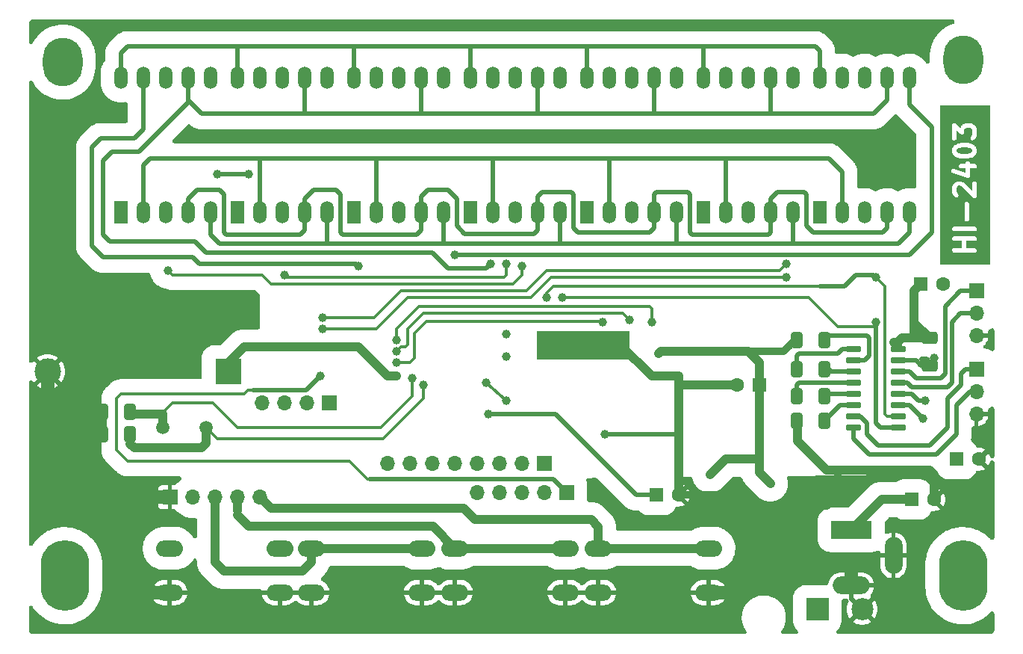
<source format=gbr>
%TF.GenerationSoftware,KiCad,Pcbnew,7.0.2*%
%TF.CreationDate,2024-03-07T11:00:19+05:30*%
%TF.ProjectId,HI-2401,48492d32-3430-4312-9e6b-696361645f70,rev?*%
%TF.SameCoordinates,Original*%
%TF.FileFunction,Copper,L1,Top*%
%TF.FilePolarity,Positive*%
%FSLAX46Y46*%
G04 Gerber Fmt 4.6, Leading zero omitted, Abs format (unit mm)*
G04 Created by KiCad (PCBNEW 7.0.2) date 2024-03-07 11:00:19*
%MOMM*%
%LPD*%
G01*
G04 APERTURE LIST*
G04 Aperture macros list*
%AMRoundRect*
0 Rectangle with rounded corners*
0 $1 Rounding radius*
0 $2 $3 $4 $5 $6 $7 $8 $9 X,Y pos of 4 corners*
0 Add a 4 corners polygon primitive as box body*
4,1,4,$2,$3,$4,$5,$6,$7,$8,$9,$2,$3,0*
0 Add four circle primitives for the rounded corners*
1,1,$1+$1,$2,$3*
1,1,$1+$1,$4,$5*
1,1,$1+$1,$6,$7*
1,1,$1+$1,$8,$9*
0 Add four rect primitives between the rounded corners*
20,1,$1+$1,$2,$3,$4,$5,0*
20,1,$1+$1,$4,$5,$6,$7,0*
20,1,$1+$1,$6,$7,$8,$9,0*
20,1,$1+$1,$8,$9,$2,$3,0*%
G04 Aperture macros list end*
%ADD10C,0.500000*%
%TA.AperFunction,SMDPad,CuDef*%
%ADD11RoundRect,0.250000X0.412500X0.650000X-0.412500X0.650000X-0.412500X-0.650000X0.412500X-0.650000X0*%
%TD*%
%TA.AperFunction,ComponentPad*%
%ADD12R,1.600000X1.600000*%
%TD*%
%TA.AperFunction,ComponentPad*%
%ADD13C,1.600000*%
%TD*%
%TA.AperFunction,ComponentPad*%
%ADD14R,1.700000X1.700000*%
%TD*%
%TA.AperFunction,ComponentPad*%
%ADD15O,1.700000X1.700000*%
%TD*%
%TA.AperFunction,ComponentPad*%
%ADD16O,3.048000X1.850000*%
%TD*%
%TA.AperFunction,SMDPad,CuDef*%
%ADD17RoundRect,0.250000X-0.412500X-0.650000X0.412500X-0.650000X0.412500X0.650000X-0.412500X0.650000X0*%
%TD*%
%TA.AperFunction,ComponentPad*%
%ADD18R,1.524000X2.524000*%
%TD*%
%TA.AperFunction,ComponentPad*%
%ADD19O,1.524000X2.524000*%
%TD*%
%TA.AperFunction,ComponentPad*%
%ADD20C,1.000000*%
%TD*%
%TA.AperFunction,SMDPad,CuDef*%
%ADD21R,10.500000X3.200000*%
%TD*%
%TA.AperFunction,SMDPad,CuDef*%
%ADD22RoundRect,0.250000X0.650000X-0.412500X0.650000X0.412500X-0.650000X0.412500X-0.650000X-0.412500X0*%
%TD*%
%TA.AperFunction,SMDPad,CuDef*%
%ADD23RoundRect,0.150000X-0.725000X-0.150000X0.725000X-0.150000X0.725000X0.150000X-0.725000X0.150000X0*%
%TD*%
%TA.AperFunction,WasherPad*%
%ADD24O,4.500000X5.500000*%
%TD*%
%TA.AperFunction,WasherPad*%
%ADD25O,5.500000X8.000000*%
%TD*%
%TA.AperFunction,ComponentPad*%
%ADD26R,2.500000X2.500000*%
%TD*%
%TA.AperFunction,ComponentPad*%
%ADD27C,2.500000*%
%TD*%
%TA.AperFunction,ComponentPad*%
%ADD28R,4.600000X2.000000*%
%TD*%
%TA.AperFunction,ComponentPad*%
%ADD29O,4.200000X2.000000*%
%TD*%
%TA.AperFunction,ComponentPad*%
%ADD30O,2.000000X4.200000*%
%TD*%
%TA.AperFunction,ComponentPad*%
%ADD31C,1.500000*%
%TD*%
%TA.AperFunction,ComponentPad*%
%ADD32R,3.000000X3.000000*%
%TD*%
%TA.AperFunction,ComponentPad*%
%ADD33C,3.000000*%
%TD*%
%TA.AperFunction,ViaPad*%
%ADD34C,1.000000*%
%TD*%
%TA.AperFunction,Conductor*%
%ADD35C,0.500000*%
%TD*%
%TA.AperFunction,Conductor*%
%ADD36C,0.200000*%
%TD*%
%TA.AperFunction,Conductor*%
%ADD37C,0.350000*%
%TD*%
%TA.AperFunction,Conductor*%
%ADD38C,1.000000*%
%TD*%
%TA.AperFunction,Conductor*%
%ADD39C,1.500000*%
%TD*%
%TA.AperFunction,Conductor*%
%ADD40C,0.850000*%
%TD*%
G04 APERTURE END LIST*
D10*
G36*
X128046670Y-32817688D02*
G01*
X128204885Y-32896795D01*
X128257035Y-32948946D01*
X128322023Y-33078922D01*
X128322023Y-33179935D01*
X128257035Y-33309911D01*
X128204887Y-33362059D01*
X128046668Y-33441168D01*
X127665056Y-33536571D01*
X127178991Y-33536571D01*
X126797378Y-33441168D01*
X126639159Y-33362059D01*
X126587010Y-33309910D01*
X126522023Y-33179935D01*
X126522023Y-33078921D01*
X126587009Y-32948947D01*
X126639162Y-32896795D01*
X126797377Y-32817688D01*
X127178990Y-32722286D01*
X127665057Y-32722286D01*
X128046670Y-32817688D01*
G37*
G36*
X130361571Y-46036571D02*
G01*
X124654429Y-46036571D01*
X124654429Y-44447461D01*
X126014121Y-44447461D01*
X126075109Y-44581007D01*
X126198616Y-44660380D01*
X127349383Y-44660380D01*
X127404342Y-44668282D01*
X127421645Y-44660380D01*
X128607967Y-44660380D01*
X128712889Y-44629572D01*
X128809031Y-44518618D01*
X128829925Y-44373299D01*
X128768937Y-44239753D01*
X128645430Y-44160380D01*
X127617261Y-44160380D01*
X127617261Y-43346095D01*
X128607967Y-43346095D01*
X128712889Y-43315287D01*
X128809031Y-43204333D01*
X128829925Y-43059014D01*
X128768937Y-42925468D01*
X128645430Y-42846095D01*
X127385139Y-42846095D01*
X127330180Y-42838193D01*
X127312877Y-42846095D01*
X126236079Y-42846095D01*
X126131157Y-42876903D01*
X126035015Y-42987857D01*
X126014121Y-43133176D01*
X126075109Y-43266722D01*
X126198616Y-43346095D01*
X127117261Y-43346095D01*
X127117261Y-44160380D01*
X126236079Y-44160380D01*
X126131157Y-44191188D01*
X126035015Y-44302142D01*
X126014121Y-44447461D01*
X124654429Y-44447461D01*
X124654429Y-42037937D01*
X126014121Y-42037937D01*
X126075109Y-42171483D01*
X126198616Y-42250856D01*
X128607967Y-42250856D01*
X128712889Y-42220048D01*
X128809031Y-42109094D01*
X128829925Y-41963775D01*
X128768937Y-41830229D01*
X128645430Y-41750856D01*
X126236079Y-41750856D01*
X126131157Y-41781664D01*
X126035015Y-41892618D01*
X126014121Y-42037937D01*
X124654429Y-42037937D01*
X124654429Y-40941562D01*
X127445833Y-40941562D01*
X127476641Y-41046484D01*
X127587595Y-41142626D01*
X127732914Y-41163520D01*
X127866460Y-41102532D01*
X127945833Y-40979025D01*
X127945833Y-39117294D01*
X127915025Y-39012372D01*
X127804071Y-38916230D01*
X127658752Y-38895336D01*
X127525206Y-38956324D01*
X127445833Y-39079831D01*
X127445833Y-40941562D01*
X124654429Y-40941562D01*
X124654429Y-37319302D01*
X126012975Y-37319302D01*
X126022023Y-37341117D01*
X126022022Y-37825495D01*
X126015588Y-37885099D01*
X126038437Y-37930797D01*
X126052831Y-37979818D01*
X126070681Y-37995285D01*
X126143922Y-38141767D01*
X126152864Y-38182869D01*
X126201576Y-38231581D01*
X126248493Y-38282019D01*
X126253222Y-38283228D01*
X126339710Y-38369716D01*
X126435686Y-38422122D01*
X126582125Y-38411649D01*
X126699655Y-38323667D01*
X126750962Y-38186110D01*
X126719754Y-38042653D01*
X126587010Y-37909909D01*
X126522023Y-37779934D01*
X126522023Y-37350349D01*
X126587009Y-37220375D01*
X126639160Y-37168225D01*
X126769136Y-37103238D01*
X126888597Y-37103238D01*
X127122692Y-37181268D01*
X128350127Y-38408705D01*
X128352831Y-38417913D01*
X128401551Y-38460129D01*
X128420662Y-38479240D01*
X128428622Y-38483586D01*
X128463785Y-38514055D01*
X128491798Y-38518082D01*
X128516638Y-38531646D01*
X128563047Y-38528326D01*
X128609104Y-38534949D01*
X128634848Y-38523191D01*
X128663077Y-38521173D01*
X128700322Y-38493290D01*
X128742650Y-38473961D01*
X128757952Y-38450150D01*
X128780607Y-38433191D01*
X128796866Y-38389599D01*
X128822023Y-38350454D01*
X128822023Y-38322150D01*
X128831913Y-38295635D01*
X128822022Y-38250170D01*
X128822023Y-36817294D01*
X128791215Y-36712372D01*
X128680261Y-36616230D01*
X128534942Y-36595336D01*
X128401396Y-36656324D01*
X128322023Y-36779831D01*
X128322022Y-37673493D01*
X127444028Y-36795498D01*
X127406434Y-36748803D01*
X127357963Y-36732646D01*
X127313123Y-36708162D01*
X127289564Y-36709846D01*
X127037959Y-36625979D01*
X127002573Y-36603238D01*
X126933668Y-36603238D01*
X126864843Y-36600749D01*
X126860644Y-36603238D01*
X126723583Y-36603238D01*
X126663974Y-36596802D01*
X126618272Y-36619652D01*
X126569253Y-36634046D01*
X126553786Y-36651895D01*
X126407302Y-36725136D01*
X126366201Y-36734078D01*
X126317498Y-36782780D01*
X126267051Y-36829706D01*
X126265840Y-36834438D01*
X126226935Y-36873343D01*
X126190769Y-36894824D01*
X126159957Y-36956447D01*
X126126948Y-37016900D01*
X126127296Y-37021769D01*
X126054437Y-37167488D01*
X126022023Y-37217926D01*
X126022023Y-37269021D01*
X126012975Y-37319302D01*
X124654429Y-37319302D01*
X124654429Y-35383050D01*
X125906107Y-35383050D01*
X125921734Y-35529029D01*
X126013803Y-35643385D01*
X127679180Y-36198511D01*
X127697119Y-36214055D01*
X127747576Y-36221309D01*
X127760399Y-36225584D01*
X127782984Y-36226400D01*
X127842438Y-36234949D01*
X127855420Y-36229020D01*
X127869679Y-36229536D01*
X127921338Y-36198916D01*
X127975984Y-36173961D01*
X127983700Y-36161953D01*
X127995974Y-36154679D01*
X128022879Y-36100990D01*
X128055357Y-36050454D01*
X128055356Y-36036182D01*
X128061750Y-36023425D01*
X128055357Y-35963705D01*
X128055357Y-35131809D01*
X128607967Y-35131809D01*
X128712889Y-35101001D01*
X128809031Y-34990047D01*
X128829925Y-34844728D01*
X128768937Y-34711182D01*
X128645430Y-34631809D01*
X128055357Y-34631809D01*
X128055357Y-34517294D01*
X128024549Y-34412372D01*
X127913595Y-34316230D01*
X127768276Y-34295336D01*
X127634730Y-34356324D01*
X127555357Y-34479831D01*
X127555357Y-34631809D01*
X127002746Y-34631809D01*
X126897824Y-34662617D01*
X126801682Y-34773571D01*
X126780788Y-34918890D01*
X126841776Y-35052436D01*
X126965283Y-35131809D01*
X127555357Y-35131809D01*
X127555357Y-35630190D01*
X126207457Y-35180891D01*
X126098177Y-35176938D01*
X125971882Y-35251796D01*
X125906107Y-35383050D01*
X124654429Y-35383050D01*
X124654429Y-33047874D01*
X126012975Y-33047874D01*
X126022023Y-33069689D01*
X126022023Y-33225494D01*
X126015588Y-33285098D01*
X126038436Y-33330795D01*
X126052831Y-33379818D01*
X126070681Y-33395285D01*
X126143922Y-33541768D01*
X126152864Y-33582870D01*
X126201576Y-33631582D01*
X126248493Y-33682020D01*
X126253222Y-33683229D01*
X126292130Y-33722137D01*
X126313611Y-33758303D01*
X126375233Y-33789113D01*
X126435686Y-33822123D01*
X126440555Y-33821774D01*
X126558488Y-33880740D01*
X126578270Y-33901779D01*
X126622861Y-33912926D01*
X126630466Y-33916729D01*
X126657605Y-33921612D01*
X127047664Y-34019127D01*
X127074807Y-34036571D01*
X127117439Y-34036571D01*
X127122451Y-34037824D01*
X127153285Y-34036571D01*
X127654691Y-34036571D01*
X127685252Y-34046910D01*
X127726608Y-34036571D01*
X127731777Y-34036571D01*
X127761396Y-34027873D01*
X128151361Y-33930382D01*
X128180073Y-33933483D01*
X128221185Y-33912926D01*
X128229433Y-33910865D01*
X128253211Y-33896914D01*
X128436745Y-33805148D01*
X128477846Y-33796207D01*
X128526552Y-33747500D01*
X128576996Y-33700579D01*
X128578205Y-33695847D01*
X128617113Y-33656940D01*
X128653279Y-33635460D01*
X128684089Y-33573837D01*
X128717099Y-33513385D01*
X128716750Y-33508515D01*
X128789611Y-33362792D01*
X128822023Y-33312359D01*
X128822023Y-33261267D01*
X128831072Y-33210982D01*
X128822023Y-33189164D01*
X128822023Y-33033368D01*
X128828459Y-32973760D01*
X128805608Y-32928058D01*
X128791215Y-32879039D01*
X128773365Y-32863572D01*
X128700124Y-32717088D01*
X128691183Y-32675987D01*
X128642480Y-32627284D01*
X128595555Y-32576837D01*
X128590822Y-32575626D01*
X128551917Y-32536721D01*
X128530437Y-32500555D01*
X128468813Y-32469743D01*
X128408361Y-32436734D01*
X128403491Y-32437082D01*
X128285560Y-32378116D01*
X128265777Y-32357077D01*
X128221183Y-32345928D01*
X128213582Y-32342128D01*
X128186451Y-32337245D01*
X127796382Y-32239729D01*
X127769240Y-32222286D01*
X127726608Y-32222286D01*
X127721596Y-32221033D01*
X127690768Y-32222286D01*
X127189357Y-32222286D01*
X127158796Y-32211947D01*
X127117440Y-32222286D01*
X127112270Y-32222286D01*
X127082648Y-32230983D01*
X126692684Y-32328473D01*
X126663973Y-32325374D01*
X126622862Y-32345929D01*
X126614615Y-32347991D01*
X126590829Y-32361945D01*
X126407303Y-32453708D01*
X126366201Y-32462650D01*
X126317492Y-32511358D01*
X126267051Y-32558279D01*
X126265841Y-32563009D01*
X126226935Y-32601915D01*
X126190769Y-32623396D01*
X126159957Y-32685019D01*
X126126948Y-32745472D01*
X126127296Y-32750341D01*
X126054437Y-32896060D01*
X126022023Y-32946498D01*
X126022023Y-32997593D01*
X126012975Y-33047874D01*
X124654429Y-33047874D01*
X124654429Y-30280551D01*
X126011471Y-30280551D01*
X126022023Y-30317139D01*
X126022023Y-31741563D01*
X126052831Y-31846485D01*
X126163785Y-31942627D01*
X126309104Y-31963521D01*
X126442650Y-31902533D01*
X126522023Y-31779026D01*
X126522023Y-30832751D01*
X126928837Y-31188713D01*
X126929022Y-31189342D01*
X126983968Y-31236953D01*
X127010639Y-31260290D01*
X127011199Y-31260549D01*
X127039976Y-31285484D01*
X127076445Y-31290727D01*
X127109888Y-31306196D01*
X127147604Y-31300958D01*
X127185295Y-31306378D01*
X127218812Y-31291071D01*
X127255306Y-31286004D01*
X127284201Y-31261209D01*
X127318841Y-31245390D01*
X127338762Y-31214391D01*
X127366723Y-31190399D01*
X127377627Y-31153916D01*
X127398214Y-31121883D01*
X127398214Y-31085039D01*
X127408766Y-31049735D01*
X127398214Y-31013146D01*
X127398214Y-30778921D01*
X127463201Y-30648947D01*
X127515350Y-30596797D01*
X127645326Y-30531810D01*
X128074911Y-30531810D01*
X128204886Y-30596797D01*
X128257035Y-30648946D01*
X128322023Y-30778922D01*
X128322023Y-31318031D01*
X128257035Y-31448006D01*
X128150783Y-31554259D01*
X128098377Y-31650234D01*
X128108850Y-31796673D01*
X128196832Y-31914203D01*
X128334388Y-31965510D01*
X128477846Y-31934302D01*
X128617113Y-31795035D01*
X128653279Y-31773555D01*
X128684090Y-31711930D01*
X128717099Y-31651480D01*
X128716750Y-31646610D01*
X128789611Y-31500888D01*
X128822023Y-31450455D01*
X128822023Y-31399364D01*
X128831072Y-31349079D01*
X128822023Y-31327261D01*
X128822023Y-30733368D01*
X128828459Y-30673760D01*
X128805608Y-30628058D01*
X128791215Y-30579039D01*
X128773365Y-30563572D01*
X128700124Y-30417088D01*
X128691183Y-30375987D01*
X128642480Y-30327284D01*
X128595555Y-30276837D01*
X128590822Y-30275626D01*
X128551917Y-30236721D01*
X128530436Y-30200554D01*
X128468806Y-30169739D01*
X128408361Y-30136734D01*
X128403491Y-30137082D01*
X128257768Y-30064221D01*
X128207335Y-30031810D01*
X128156241Y-30031810D01*
X128105958Y-30022762D01*
X128084142Y-30031810D01*
X127599773Y-30031810D01*
X127540164Y-30025374D01*
X127494462Y-30048224D01*
X127445443Y-30062618D01*
X127429976Y-30080467D01*
X127283492Y-30153708D01*
X127242390Y-30162650D01*
X127193677Y-30211362D01*
X127143241Y-30258278D01*
X127142031Y-30263009D01*
X127103123Y-30301916D01*
X127066960Y-30323396D01*
X127036156Y-30385002D01*
X127003138Y-30445473D01*
X127003486Y-30450343D01*
X126955032Y-30547251D01*
X126491399Y-30141572D01*
X126491215Y-30140944D01*
X126436268Y-30093332D01*
X126409598Y-30069996D01*
X126409037Y-30069736D01*
X126380261Y-30044802D01*
X126343791Y-30039558D01*
X126310349Y-30024090D01*
X126272632Y-30029327D01*
X126234942Y-30023908D01*
X126201424Y-30039214D01*
X126164931Y-30044282D01*
X126136035Y-30069076D01*
X126101396Y-30084896D01*
X126081474Y-30115894D01*
X126053514Y-30139887D01*
X126042609Y-30176369D01*
X126022023Y-30208403D01*
X126022023Y-30245246D01*
X126011471Y-30280551D01*
X124654429Y-30280551D01*
X124654429Y-27975144D01*
X130361571Y-27975144D01*
X130361571Y-46036571D01*
G37*
D11*
%TO.P,C4,1*%
%TO.N,Net-(U2-PF.5)*%
X32804500Y-62738000D03*
%TO.P,C4,2*%
%TO.N,GND*%
X29679500Y-62738000D03*
%TD*%
D12*
%TO.P,C15,1*%
%TO.N,+3.3VDAC*%
X126556888Y-68072000D03*
D13*
%TO.P,C15,2*%
%TO.N,GND*%
X129056888Y-68072000D03*
%TD*%
D14*
%TO.P,J2,1,Pin_1*%
%TO.N,Net-(J2-Pin_1)*%
X55372000Y-61722000D03*
D15*
%TO.P,J2,2,Pin_2*%
%TO.N,Net-(J2-Pin_2)*%
X52832000Y-61722000D03*
%TO.P,J2,3,Pin_3*%
%TO.N,Net-(J2-Pin_3)*%
X50292000Y-61722000D03*
%TO.P,J2,4,Pin_4*%
%TO.N,Net-(J2-Pin_4)*%
X47752000Y-61722000D03*
%TD*%
D16*
%TO.P,SW1,1*%
%TO.N,GND*%
X49791500Y-83180000D03*
X37291500Y-83180000D03*
%TO.P,SW1,2*%
%TO.N,/KEY1*%
X49791500Y-78180000D03*
X37291500Y-78180000D03*
%TD*%
D14*
%TO.P,J4,1,Pin_1*%
%TO.N,/ICE_DATA*%
X79756000Y-68580000D03*
D15*
%TO.P,J4,2,Pin_2*%
%TO.N,/ICE_CLK*%
X77216000Y-68580000D03*
%TO.P,J4,3,Pin_3*%
%TO.N,Net-(J4-Pin_3)*%
X74676000Y-68580000D03*
%TO.P,J4,4,Pin_4*%
%TO.N,Net-(J4-Pin_4)*%
X72136000Y-68580000D03*
%TO.P,J4,5,Pin_5*%
%TO.N,Net-(J4-Pin_5)*%
X69596000Y-68580000D03*
%TO.P,J4,6,Pin_6*%
%TO.N,Net-(J4-Pin_6)*%
X67056000Y-68580000D03*
%TO.P,J4,7,Pin_7*%
%TO.N,Net-(J4-Pin_7)*%
X64516000Y-68580000D03*
%TO.P,J4,8,Pin_8*%
%TO.N,Net-(J4-Pin_8)*%
X61976000Y-68580000D03*
%TD*%
D17*
%TO.P,C17,1*%
%TO.N,+5V*%
X108419500Y-54610000D03*
%TO.P,C17,2*%
%TO.N,Net-(U6-VS+)*%
X111544500Y-54610000D03*
%TD*%
D18*
%TO.P,AFF1,1,e*%
%TO.N,/E*%
X110998000Y-40132000D03*
D19*
%TO.P,AFF1,2,d*%
%TO.N,/D*%
X113538000Y-40132000D03*
%TO.P,AFF1,3,C.A.*%
%TO.N,/SEG1*%
X116078000Y-40132000D03*
%TO.P,AFF1,4,c*%
%TO.N,/C*%
X118618000Y-40132000D03*
%TO.P,AFF1,5,DP*%
%TO.N,/DP*%
X121158000Y-40132000D03*
%TO.P,AFF1,6,b*%
%TO.N,/B*%
X121158000Y-24892000D03*
%TO.P,AFF1,7,a*%
%TO.N,/A*%
X118618000Y-24892000D03*
%TO.P,AFF1,8,C.A.*%
%TO.N,unconnected-(AFF1-C.A.-Pad8)*%
X116078000Y-24892000D03*
%TO.P,AFF1,9,f*%
%TO.N,/F*%
X113538000Y-24892000D03*
%TO.P,AFF1,10,g*%
%TO.N,/G*%
X110998000Y-24892000D03*
%TD*%
D16*
%TO.P,SW4,1*%
%TO.N,GND*%
X98415500Y-83180000D03*
X85915500Y-83180000D03*
%TO.P,SW4,2*%
%TO.N,/KEY4*%
X98415500Y-78180000D03*
X85915500Y-78180000D03*
%TD*%
D11*
%TO.P,C3,1*%
%TO.N,Net-(U2-PF.4)*%
X32804500Y-65278000D03*
%TO.P,C3,2*%
%TO.N,GND*%
X29679500Y-65278000D03*
%TD*%
D12*
%TO.P,C9,1*%
%TO.N,+5V*%
X122468000Y-48260000D03*
D13*
%TO.P,C9,2*%
%TO.N,GND*%
X124968000Y-48260000D03*
%TD*%
D20*
%TO.P,Y2,1,1*%
%TO.N,/XLOUT*%
X75438000Y-56418000D03*
%TO.P,Y2,2,2*%
%TO.N,/XLIN*%
X75438000Y-53878000D03*
D21*
%TO.P,Y2,3,3*%
%TO.N,GND*%
X84188000Y-55148000D03*
%TD*%
D17*
%TO.P,C20,1*%
%TO.N,GND*%
X108381000Y-63754000D03*
%TO.P,C20,2*%
%TO.N,Net-(U6-VS-)*%
X111506000Y-63754000D03*
%TD*%
D18*
%TO.P,AFF6,1,e*%
%TO.N,/E*%
X44958000Y-40132000D03*
D19*
%TO.P,AFF6,2,d*%
%TO.N,/D*%
X47498000Y-40132000D03*
%TO.P,AFF6,3,C.A.*%
%TO.N,/SEG6*%
X50038000Y-40132000D03*
%TO.P,AFF6,4,c*%
%TO.N,/C*%
X52578000Y-40132000D03*
%TO.P,AFF6,5,DP*%
%TO.N,/DP*%
X55118000Y-40132000D03*
%TO.P,AFF6,6,b*%
%TO.N,/B*%
X55118000Y-24892000D03*
%TO.P,AFF6,7,a*%
%TO.N,/A*%
X52578000Y-24892000D03*
%TO.P,AFF6,8,C.A.*%
%TO.N,unconnected-(AFF6-C.A.-Pad8)*%
X50038000Y-24892000D03*
%TO.P,AFF6,9,f*%
%TO.N,/F*%
X47498000Y-24892000D03*
%TO.P,AFF6,10,g*%
%TO.N,/G*%
X44958000Y-24892000D03*
%TD*%
D14*
%TO.P,J1,1,Pin_1*%
%TO.N,GND*%
X37338000Y-72390000D03*
D15*
%TO.P,J1,2,Pin_2*%
%TO.N,/KEY1*%
X39878000Y-72390000D03*
%TO.P,J1,3,Pin_3*%
%TO.N,/KEY2*%
X42418000Y-72390000D03*
%TO.P,J1,4,Pin_4*%
%TO.N,/KEY3*%
X44958000Y-72390000D03*
%TO.P,J1,5,Pin_5*%
%TO.N,/KEY4*%
X47498000Y-72390000D03*
%TD*%
D17*
%TO.P,C13,1*%
%TO.N,Net-(U6-C1+)*%
X108419500Y-57912000D03*
%TO.P,C13,2*%
%TO.N,Net-(U6-C1-)*%
X111544500Y-57912000D03*
%TD*%
D22*
%TO.P,C10,1*%
%TO.N,GND*%
X123444000Y-57442500D03*
%TO.P,C10,2*%
%TO.N,+5V*%
X123444000Y-54317500D03*
%TD*%
D12*
%TO.P,C19,1*%
%TO.N,+5V*%
X104140000Y-59690000D03*
D13*
%TO.P,C19,2*%
%TO.N,GND*%
X101640000Y-59690000D03*
%TD*%
D18*
%TO.P,AFF7,1,e*%
%TO.N,/E*%
X31750000Y-40132000D03*
D19*
%TO.P,AFF7,2,d*%
%TO.N,/D*%
X34290000Y-40132000D03*
%TO.P,AFF7,3,C.A.*%
%TO.N,/SEG7*%
X36830000Y-40132000D03*
%TO.P,AFF7,4,c*%
%TO.N,/C*%
X39370000Y-40132000D03*
%TO.P,AFF7,5,DP*%
%TO.N,/DP*%
X41910000Y-40132000D03*
%TO.P,AFF7,6,b*%
%TO.N,/B*%
X41910000Y-24892000D03*
%TO.P,AFF7,7,a*%
%TO.N,/A*%
X39370000Y-24892000D03*
%TO.P,AFF7,8,C.A.*%
%TO.N,unconnected-(AFF7-C.A.-Pad8)*%
X36830000Y-24892000D03*
%TO.P,AFF7,9,f*%
%TO.N,/F*%
X34290000Y-24892000D03*
%TO.P,AFF7,10,g*%
%TO.N,/G*%
X31750000Y-24892000D03*
%TD*%
D18*
%TO.P,AFF3,1,e*%
%TO.N,/E*%
X84582000Y-40132000D03*
D19*
%TO.P,AFF3,2,d*%
%TO.N,/D*%
X87122000Y-40132000D03*
%TO.P,AFF3,3,C.A.*%
%TO.N,/SEG3*%
X89662000Y-40132000D03*
%TO.P,AFF3,4,c*%
%TO.N,/C*%
X92202000Y-40132000D03*
%TO.P,AFF3,5,DP*%
%TO.N,/DP*%
X94742000Y-40132000D03*
%TO.P,AFF3,6,b*%
%TO.N,/B*%
X94742000Y-24892000D03*
%TO.P,AFF3,7,a*%
%TO.N,/A*%
X92202000Y-24892000D03*
%TO.P,AFF3,8,C.A.*%
%TO.N,unconnected-(AFF3-C.A.-Pad8)*%
X89662000Y-24892000D03*
%TO.P,AFF3,9,f*%
%TO.N,/F*%
X87122000Y-24892000D03*
%TO.P,AFF3,10,g*%
%TO.N,/G*%
X84582000Y-24892000D03*
%TD*%
D23*
%TO.P,U6,1,C1+*%
%TO.N,Net-(U6-C1+)*%
X114808000Y-55626000D03*
%TO.P,U6,2,VS+*%
%TO.N,Net-(U6-VS+)*%
X114808000Y-56896000D03*
%TO.P,U6,3,C1-*%
%TO.N,Net-(U6-C1-)*%
X114808000Y-58166000D03*
%TO.P,U6,4,C2+*%
%TO.N,Net-(U6-C2+)*%
X114808000Y-59436000D03*
%TO.P,U6,5,C2-*%
%TO.N,Net-(U6-C2-)*%
X114808000Y-60706000D03*
%TO.P,U6,6,VS-*%
%TO.N,Net-(U6-VS-)*%
X114808000Y-61976000D03*
%TO.P,U6,7,T2OUT*%
%TO.N,/txd*%
X114808000Y-63246000D03*
%TO.P,U6,8,R2IN*%
%TO.N,/rxd*%
X114808000Y-64516000D03*
%TO.P,U6,9,R2OUT*%
%TO.N,/rxd_TTL*%
X119958000Y-64516000D03*
%TO.P,U6,10,T2IN*%
%TO.N,/txd_TTL*%
X119958000Y-63246000D03*
%TO.P,U6,11,T1IN*%
%TO.N,/U0TXD*%
X119958000Y-61976000D03*
%TO.P,U6,12,R1OUT*%
%TO.N,/U0RXD*%
X119958000Y-60706000D03*
%TO.P,U6,13,R1IN*%
%TO.N,/rxd1*%
X119958000Y-59436000D03*
%TO.P,U6,14,T1OUT*%
%TO.N,/txd1*%
X119958000Y-58166000D03*
%TO.P,U6,15,GND*%
%TO.N,GND*%
X119958000Y-56896000D03*
%TO.P,U6,16,VCC*%
%TO.N,+5V*%
X119958000Y-55626000D03*
%TD*%
D12*
%TO.P,C23,1*%
%TO.N,Net-(D4-A)*%
X121452000Y-72644000D03*
D13*
%TO.P,C23,2*%
%TO.N,GND*%
X123952000Y-72644000D03*
%TD*%
D24*
%TO.P,,*%
%TO.N,*%
X25146000Y-23114000D03*
%TD*%
D11*
%TO.P,C14,1*%
%TO.N,Net-(U6-C2-)*%
X111506000Y-60960000D03*
%TO.P,C14,2*%
%TO.N,Net-(U6-C2+)*%
X108381000Y-60960000D03*
%TD*%
D24*
%TO.P,,*%
%TO.N,*%
X127254000Y-22860000D03*
%TD*%
D25*
%TO.P,,*%
%TO.N,*%
X127254000Y-81280000D03*
%TD*%
D14*
%TO.P,J3,1,Pin_1*%
%TO.N,+5V*%
X82296000Y-71882000D03*
D15*
%TO.P,J3,2,Pin_2*%
%TO.N,/ICE_DATA*%
X79756000Y-71882000D03*
%TO.P,J3,3,Pin_3*%
%TO.N,/ICE_CLK*%
X77216000Y-71882000D03*
%TO.P,J3,4,Pin_4*%
%TO.N,/RST*%
X74676000Y-71882000D03*
%TO.P,J3,5,Pin_5*%
%TO.N,GND*%
X72136000Y-71882000D03*
%TD*%
D26*
%TO.P,J6,1,Pin_1*%
%TO.N,Net-(D4-A)*%
X110744000Y-85090000D03*
D27*
%TO.P,J6,2,Pin_2*%
%TO.N,GND*%
X115824000Y-85090000D03*
%TD*%
D14*
%TO.P,J5,1,Pin_1*%
%TO.N,/txd*%
X128778000Y-57912000D03*
D15*
%TO.P,J5,2,Pin_2*%
%TO.N,/rxd*%
X128778000Y-60452000D03*
%TO.P,J5,3,Pin_3*%
%TO.N,GND*%
X128778000Y-62992000D03*
%TD*%
D18*
%TO.P,AFF4,1,e*%
%TO.N,/E*%
X71374000Y-40132000D03*
D19*
%TO.P,AFF4,2,d*%
%TO.N,/D*%
X73914000Y-40132000D03*
%TO.P,AFF4,3,C.A.*%
%TO.N,/SEG4*%
X76454000Y-40132000D03*
%TO.P,AFF4,4,c*%
%TO.N,/C*%
X78994000Y-40132000D03*
%TO.P,AFF4,5,DP*%
%TO.N,/DP*%
X81534000Y-40132000D03*
%TO.P,AFF4,6,b*%
%TO.N,/B*%
X81534000Y-24892000D03*
%TO.P,AFF4,7,a*%
%TO.N,/A*%
X78994000Y-24892000D03*
%TO.P,AFF4,8,C.A.*%
%TO.N,unconnected-(AFF4-C.A.-Pad8)*%
X76454000Y-24892000D03*
%TO.P,AFF4,9,f*%
%TO.N,/F*%
X73914000Y-24892000D03*
%TO.P,AFF4,10,g*%
%TO.N,/G*%
X71374000Y-24892000D03*
%TD*%
D16*
%TO.P,SW3,1*%
%TO.N,GND*%
X82159500Y-83180000D03*
X69659500Y-83180000D03*
%TO.P,SW3,2*%
%TO.N,/KEY3*%
X82159500Y-78180000D03*
X69659500Y-78180000D03*
%TD*%
%TO.P,SW2,1*%
%TO.N,GND*%
X65903500Y-83180000D03*
X53403500Y-83180000D03*
%TO.P,SW2,2*%
%TO.N,/KEY2*%
X65903500Y-78180000D03*
X53403500Y-78180000D03*
%TD*%
D28*
%TO.P,J8,1,Pin_1*%
%TO.N,Net-(D4-A)*%
X114580000Y-76094000D03*
D29*
%TO.P,J8,2,Pin_2*%
%TO.N,GND*%
X114580000Y-82394000D03*
D30*
%TO.P,J8,3,Pin_3*%
X119380000Y-78994000D03*
%TD*%
D31*
%TO.P,Y1,1,1*%
%TO.N,Net-(U2-PF.5)*%
X36522000Y-64516000D03*
%TO.P,Y1,2,2*%
%TO.N,Net-(U2-PF.4)*%
X41402000Y-64516000D03*
%TD*%
D14*
%TO.P,J7,1,Pin_1*%
%TO.N,/txd1*%
X128778000Y-49037000D03*
D15*
%TO.P,J7,2,Pin_2*%
%TO.N,/rxd1*%
X128778000Y-51577000D03*
%TO.P,J7,3,Pin_3*%
%TO.N,GND*%
X128778000Y-54117000D03*
%TD*%
D18*
%TO.P,AFF5,1,e*%
%TO.N,/E*%
X58166000Y-40132000D03*
D19*
%TO.P,AFF5,2,d*%
%TO.N,/D*%
X60706000Y-40132000D03*
%TO.P,AFF5,3,C.A.*%
%TO.N,/SEG5*%
X63246000Y-40132000D03*
%TO.P,AFF5,4,c*%
%TO.N,/C*%
X65786000Y-40132000D03*
%TO.P,AFF5,5,DP*%
%TO.N,/DP*%
X68326000Y-40132000D03*
%TO.P,AFF5,6,b*%
%TO.N,/B*%
X68326000Y-24892000D03*
%TO.P,AFF5,7,a*%
%TO.N,/A*%
X65786000Y-24892000D03*
%TO.P,AFF5,8,C.A.*%
%TO.N,unconnected-(AFF5-C.A.-Pad8)*%
X63246000Y-24892000D03*
%TO.P,AFF5,9,f*%
%TO.N,/F*%
X60706000Y-24892000D03*
%TO.P,AFF5,10,g*%
%TO.N,/G*%
X58166000Y-24892000D03*
%TD*%
D18*
%TO.P,AFF2,1,e*%
%TO.N,/E*%
X97790000Y-40132000D03*
D19*
%TO.P,AFF2,2,d*%
%TO.N,/D*%
X100330000Y-40132000D03*
%TO.P,AFF2,3,C.A.*%
%TO.N,/SEG2*%
X102870000Y-40132000D03*
%TO.P,AFF2,4,c*%
%TO.N,/C*%
X105410000Y-40132000D03*
%TO.P,AFF2,5,DP*%
%TO.N,/DP*%
X107950000Y-40132000D03*
%TO.P,AFF2,6,b*%
%TO.N,/B*%
X107950000Y-24892000D03*
%TO.P,AFF2,7,a*%
%TO.N,/A*%
X105410000Y-24892000D03*
%TO.P,AFF2,8,C.A.*%
%TO.N,unconnected-(AFF2-C.A.-Pad8)*%
X102870000Y-24892000D03*
%TO.P,AFF2,9,f*%
%TO.N,/F*%
X100330000Y-24892000D03*
%TO.P,AFF2,10,g*%
%TO.N,/G*%
X97790000Y-24892000D03*
%TD*%
D12*
%TO.P,C5,1*%
%TO.N,+3.3VDAC*%
X92496000Y-72136000D03*
D13*
%TO.P,C5,2*%
%TO.N,GND*%
X94996000Y-72136000D03*
%TD*%
D25*
%TO.P,,*%
%TO.N,*%
X25400000Y-81280000D03*
%TD*%
D32*
%TO.P,BT1,1,+*%
%TO.N,Net-(BT1-+)*%
X43942000Y-58166000D03*
D33*
%TO.P,BT1,2,-*%
%TO.N,GND*%
X23452000Y-58166000D03*
%TD*%
D34*
%TO.N,/DP*%
X46228000Y-35814000D03*
X42672000Y-35814000D03*
%TO.N,/B*%
X69596000Y-44958000D03*
%TO.N,/A*%
X73660000Y-45974000D03*
%TO.N,/F*%
X58674000Y-46228000D03*
%TO.N,/SEG6*%
X50292000Y-47244000D03*
X75438000Y-45974000D03*
%TO.N,/SEG7*%
X77216000Y-46228000D03*
X37084000Y-46736000D03*
%TO.N,Net-(BT1-+)*%
X62992000Y-58674000D03*
%TO.N,GND*%
X91948000Y-58674000D03*
X123952000Y-56642000D03*
X79502000Y-55118000D03*
X86614000Y-65278000D03*
%TO.N,+3.3VDAC*%
X73406000Y-62992000D03*
%TO.N,/txd_TTL*%
X80010000Y-49784000D03*
X117348000Y-47498000D03*
%TO.N,/rxd_TTL*%
X81788000Y-49784000D03*
X117348000Y-52578000D03*
%TO.N,/A0_HC238*%
X62992000Y-57150000D03*
X86360000Y-52578000D03*
%TO.N,/A1_HC238*%
X62992000Y-55880000D03*
X89408000Y-52324000D03*
%TO.N,/A2_HC238*%
X91948000Y-52578000D03*
X62992000Y-54610000D03*
%TO.N,/W_CLK*%
X75438000Y-61468000D03*
X73152000Y-59436000D03*
%TO.N,/U0TXD*%
X54610000Y-53340000D03*
X107188000Y-47498000D03*
X122682000Y-63500000D03*
%TO.N,/U0RXD*%
X107188000Y-45974000D03*
X54610000Y-52070000D03*
X122936000Y-61468000D03*
%TO.N,Net-(U2-PF.4)*%
X66040000Y-59690000D03*
%TO.N,Net-(U2-PF.5)*%
X64770000Y-58928000D03*
%TO.N,+5V*%
X105410000Y-70866000D03*
X54356000Y-58674000D03*
X92710000Y-56134000D03*
X98552000Y-69850000D03*
X97536000Y-55880000D03*
X119380000Y-54864000D03*
%TD*%
D35*
%TO.N,/D*%
X34290000Y-40132000D02*
X34290000Y-34798000D01*
X47498000Y-40132000D02*
X47498000Y-34036000D01*
X100330000Y-40132000D02*
X100330000Y-34036000D01*
X73914000Y-34036000D02*
X87122000Y-34036000D01*
X73914000Y-40132000D02*
X73914000Y-34036000D01*
X35052000Y-34036000D02*
X47498000Y-34036000D01*
X60706000Y-34036000D02*
X73914000Y-34036000D01*
X100330000Y-34036000D02*
X112014000Y-34036000D01*
X87122000Y-40132000D02*
X87122000Y-34036000D01*
X47498000Y-34036000D02*
X60706000Y-34036000D01*
X112014000Y-34036000D02*
X113538000Y-35560000D01*
X113538000Y-35560000D02*
X113538000Y-40132000D01*
X34290000Y-34798000D02*
X35052000Y-34036000D01*
X87122000Y-34036000D02*
X100330000Y-34036000D01*
X60706000Y-40132000D02*
X60706000Y-34036000D01*
%TO.N,/C*%
X96520000Y-42672000D02*
X105156000Y-42672000D01*
X56134000Y-37592000D02*
X56642000Y-38100000D01*
X92202000Y-40132000D02*
X92202000Y-38100000D01*
X92202000Y-41910000D02*
X92202000Y-40132000D01*
X65278000Y-42672000D02*
X65786000Y-42164000D01*
X79502000Y-37846000D02*
X82804000Y-37846000D01*
X83058000Y-41910000D02*
X83566000Y-42418000D01*
X52578000Y-40132000D02*
X52578000Y-38608000D01*
X68834000Y-37592000D02*
X69850000Y-38608000D01*
X105410000Y-40132000D02*
X105410000Y-38608000D01*
X69850000Y-41656000D02*
X70739000Y-42545000D01*
X53594000Y-37592000D02*
X56134000Y-37592000D01*
X52578000Y-38608000D02*
X53594000Y-37592000D01*
X118618000Y-41910000D02*
X118618000Y-40132000D01*
X83566000Y-42418000D02*
X91694000Y-42418000D01*
X105410000Y-38608000D02*
X106172000Y-37846000D01*
X105410000Y-42418000D02*
X105410000Y-40132000D01*
X65786000Y-42164000D02*
X65786000Y-40132000D01*
X39370000Y-40132000D02*
X39370000Y-38608000D01*
X70739000Y-42545000D02*
X78613000Y-42545000D01*
X78994000Y-42164000D02*
X78994000Y-40132000D01*
X56896000Y-42672000D02*
X65278000Y-42672000D01*
X109220000Y-37846000D02*
X109474000Y-38100000D01*
X82804000Y-37846000D02*
X83058000Y-38100000D01*
X118110000Y-42418000D02*
X118618000Y-41910000D01*
X40386000Y-37592000D02*
X42926000Y-37592000D01*
X109474000Y-38100000D02*
X109474000Y-41656000D01*
X78994000Y-38354000D02*
X79502000Y-37846000D01*
X43688000Y-42672000D02*
X52070000Y-42672000D01*
X65786000Y-40132000D02*
X65786000Y-38354000D01*
X52070000Y-42672000D02*
X52578000Y-42164000D01*
X78613000Y-42545000D02*
X78994000Y-42164000D01*
X39370000Y-38608000D02*
X40386000Y-37592000D01*
X91694000Y-42418000D02*
X92202000Y-41910000D01*
X83058000Y-38100000D02*
X83058000Y-41910000D01*
X96266000Y-42418000D02*
X96520000Y-42672000D01*
X96266000Y-38100000D02*
X96266000Y-42418000D01*
X109474000Y-41656000D02*
X110236000Y-42418000D01*
X92202000Y-38100000D02*
X92456000Y-37846000D01*
X42926000Y-37592000D02*
X43434000Y-38100000D01*
X92456000Y-37846000D02*
X96012000Y-37846000D01*
X110236000Y-42418000D02*
X118110000Y-42418000D01*
X78994000Y-40132000D02*
X78994000Y-38354000D01*
X43434000Y-42418000D02*
X43688000Y-42672000D01*
X43434000Y-38100000D02*
X43434000Y-42418000D01*
X56642000Y-42418000D02*
X56896000Y-42672000D01*
X106172000Y-37846000D02*
X109220000Y-37846000D01*
X69850000Y-38608000D02*
X69850000Y-41656000D01*
X66548000Y-37592000D02*
X68834000Y-37592000D01*
X65786000Y-38354000D02*
X66548000Y-37592000D01*
X96012000Y-37846000D02*
X96266000Y-38100000D01*
X56642000Y-38100000D02*
X56642000Y-42418000D01*
X105156000Y-42672000D02*
X105410000Y-42418000D01*
X52578000Y-42164000D02*
X52578000Y-40132000D01*
%TO.N,/DP*%
X41910000Y-40132000D02*
X41910000Y-42672000D01*
X68326000Y-43688000D02*
X81534000Y-43688000D01*
X55118000Y-43688000D02*
X68326000Y-43688000D01*
X41910000Y-42672000D02*
X42926000Y-43688000D01*
X94742000Y-40132000D02*
X94742000Y-43688000D01*
X119888000Y-43688000D02*
X121158000Y-42418000D01*
X42672000Y-35814000D02*
X46228000Y-35814000D01*
X81534000Y-43688000D02*
X94742000Y-43688000D01*
X121158000Y-42418000D02*
X121158000Y-40132000D01*
X68326000Y-40132000D02*
X68326000Y-43688000D01*
X107950000Y-40132000D02*
X107950000Y-43688000D01*
X94742000Y-43688000D02*
X107950000Y-43688000D01*
X55118000Y-40132000D02*
X55118000Y-43688000D01*
X81534000Y-40132000D02*
X81534000Y-43688000D01*
X42926000Y-43688000D02*
X55118000Y-43688000D01*
X107950000Y-43688000D02*
X119888000Y-43688000D01*
%TO.N,/B*%
X123698000Y-42418000D02*
X123698000Y-30480000D01*
X121158000Y-44958000D02*
X123698000Y-42418000D01*
X121158000Y-27940000D02*
X121158000Y-24892000D01*
X123698000Y-30480000D02*
X121158000Y-27940000D01*
X69596000Y-44958000D02*
X121158000Y-44958000D01*
%TO.N,/A*%
X52578000Y-24892000D02*
X52578000Y-28956000D01*
X92202000Y-28956000D02*
X105410000Y-28956000D01*
X30734000Y-33274000D02*
X33782000Y-33274000D01*
X40132000Y-43434000D02*
X30480000Y-43434000D01*
X39370000Y-27432000D02*
X39370000Y-24892000D01*
X118618000Y-27432000D02*
X118618000Y-24892000D01*
X67056000Y-44704000D02*
X41402000Y-44704000D01*
X70104000Y-46482000D02*
X73152000Y-46482000D01*
X29718000Y-42672000D02*
X29718000Y-34290000D01*
X65786000Y-28956000D02*
X78994000Y-28956000D01*
X29718000Y-34290000D02*
X30734000Y-33274000D01*
X92202000Y-24892000D02*
X92202000Y-28956000D01*
X117094000Y-28956000D02*
X118618000Y-27432000D01*
X41402000Y-44704000D02*
X40132000Y-43434000D01*
X78994000Y-28956000D02*
X92202000Y-28956000D01*
X65786000Y-24892000D02*
X65786000Y-28956000D01*
X73152000Y-46482000D02*
X73660000Y-45974000D01*
X68834000Y-46482000D02*
X67056000Y-44704000D01*
X30480000Y-43434000D02*
X29718000Y-42672000D01*
X105410000Y-24892000D02*
X105410000Y-28956000D01*
X105410000Y-28956000D02*
X117094000Y-28956000D01*
X33782000Y-33274000D02*
X39370000Y-27686000D01*
X40894000Y-28956000D02*
X52578000Y-28956000D01*
X70104000Y-46482000D02*
X68834000Y-46482000D01*
X70612000Y-46482000D02*
X70104000Y-46482000D01*
D36*
X70612000Y-46482000D02*
X73152000Y-46482000D01*
D35*
X39370000Y-27686000D02*
X39370000Y-27432000D01*
X52578000Y-28956000D02*
X65786000Y-28956000D01*
X40894000Y-28956000D02*
X39370000Y-27432000D01*
X78994000Y-24892000D02*
X78994000Y-28956000D01*
%TO.N,/F*%
X34290000Y-24892000D02*
X34290000Y-30734000D01*
X29464000Y-31750000D02*
X28448000Y-32766000D01*
X28448000Y-43942000D02*
X29718000Y-45212000D01*
X28448000Y-32766000D02*
X28448000Y-43942000D01*
X33274000Y-31750000D02*
X29464000Y-31750000D01*
X34290000Y-30734000D02*
X33274000Y-31750000D01*
X40640000Y-45974000D02*
X58420000Y-45974000D01*
X58420000Y-45974000D02*
X58674000Y-46228000D01*
X29718000Y-45212000D02*
X39878000Y-45212000D01*
X39878000Y-45212000D02*
X40640000Y-45974000D01*
%TO.N,/G*%
X71374000Y-21336000D02*
X84582000Y-21336000D01*
X32512000Y-21336000D02*
X44958000Y-21336000D01*
X71374000Y-21336000D02*
X71374000Y-24892000D01*
X97790000Y-21336000D02*
X110490000Y-21336000D01*
X84582000Y-21336000D02*
X97790000Y-21336000D01*
X58166000Y-21336000D02*
X71374000Y-21336000D01*
X44958000Y-21336000D02*
X44958000Y-24892000D01*
X84582000Y-21336000D02*
X84582000Y-24892000D01*
X110490000Y-21336000D02*
X110998000Y-21844000D01*
X31750000Y-24892000D02*
X31750000Y-22098000D01*
X110998000Y-21844000D02*
X110998000Y-24892000D01*
X58166000Y-21336000D02*
X58166000Y-24892000D01*
X44958000Y-21336000D02*
X58166000Y-21336000D01*
X31750000Y-22098000D02*
X32512000Y-21336000D01*
X97790000Y-21336000D02*
X97790000Y-24892000D01*
D37*
%TO.N,/SEG6*%
X75438000Y-47244000D02*
X75438000Y-45974000D01*
X50292000Y-47244000D02*
X50546000Y-47498000D01*
X75184000Y-47498000D02*
X75438000Y-47244000D01*
X50546000Y-47498000D02*
X75184000Y-47498000D01*
%TO.N,/SEG7*%
X37592000Y-47244000D02*
X37084000Y-46736000D01*
X47752000Y-47244000D02*
X37592000Y-47244000D01*
X77216000Y-46228000D02*
X77216000Y-47244000D01*
X77216000Y-47244000D02*
X76200000Y-48260000D01*
X76200000Y-48260000D02*
X48768000Y-48260000D01*
X48768000Y-48260000D02*
X47752000Y-47244000D01*
D38*
%TO.N,Net-(BT1-+)*%
X61976000Y-58674000D02*
X62992000Y-58674000D01*
X43942000Y-57150000D02*
X45720000Y-55372000D01*
X43942000Y-58166000D02*
X43942000Y-57150000D01*
X58674000Y-55372000D02*
X61976000Y-58674000D01*
X45720000Y-55372000D02*
X58674000Y-55372000D01*
%TO.N,GND*%
X123952000Y-72644000D02*
X123952000Y-69850000D01*
X108458000Y-66040000D02*
X108458000Y-63831000D01*
X37338000Y-72390000D02*
X36322000Y-72390000D01*
D39*
X23452000Y-61976000D02*
X23452000Y-62738000D01*
D38*
X29679500Y-62738000D02*
X23452000Y-62738000D01*
X94996000Y-72136000D02*
X94996000Y-66548000D01*
X91948000Y-58674000D02*
X88422000Y-55148000D01*
D39*
X26416000Y-73914000D02*
X33274000Y-73914000D01*
X23452000Y-60960000D02*
X23452000Y-61976000D01*
D35*
X23452000Y-60960000D02*
X23452000Y-62060000D01*
D38*
X113030000Y-69342000D02*
X111760000Y-69342000D01*
D39*
X33274000Y-73914000D02*
X33274000Y-81026000D01*
D40*
X103124000Y-73406000D02*
X111760000Y-73406000D01*
D38*
X111760000Y-69342000D02*
X108458000Y-66040000D01*
D35*
X122466500Y-57442500D02*
X121920000Y-56896000D01*
D38*
X123952000Y-69850000D02*
X123444000Y-69342000D01*
D39*
X114046000Y-80010000D02*
X114580000Y-80544000D01*
D35*
X23452000Y-58166000D02*
X23452000Y-60960000D01*
D38*
X88422000Y-55148000D02*
X84188000Y-55148000D01*
D39*
X114580000Y-80544000D02*
X114580000Y-82394000D01*
D38*
X101640000Y-59690000D02*
X94996000Y-59690000D01*
D35*
X123444000Y-57442500D02*
X123444000Y-57404000D01*
X87884000Y-65278000D02*
X94996000Y-65278000D01*
D39*
X35428000Y-83180000D02*
X37291500Y-83180000D01*
D35*
X86614000Y-65278000D02*
X87376000Y-65278000D01*
D38*
X94996000Y-59690000D02*
X94996000Y-58674000D01*
D39*
X98415500Y-83180000D02*
X101732000Y-83180000D01*
D38*
X29679500Y-65278000D02*
X29679500Y-62738000D01*
D39*
X104902000Y-80010000D02*
X114046000Y-80010000D01*
D35*
X121920000Y-56896000D02*
X119958000Y-56896000D01*
D39*
X33274000Y-72390000D02*
X36322000Y-72390000D01*
X101732000Y-83180000D02*
X104902000Y-80010000D01*
D40*
X111760000Y-73406000D02*
X113030000Y-72136000D01*
D38*
X94996000Y-65278000D02*
X94996000Y-59690000D01*
X91948000Y-58674000D02*
X94996000Y-58674000D01*
D39*
X23452000Y-70950000D02*
X26416000Y-73914000D01*
D38*
X108458000Y-63831000D02*
X108381000Y-63754000D01*
D40*
X101854000Y-72136000D02*
X103124000Y-73406000D01*
D39*
X33274000Y-72390000D02*
X33274000Y-73914000D01*
D38*
X94996000Y-66548000D02*
X94996000Y-65278000D01*
D40*
X94996000Y-72136000D02*
X101854000Y-72136000D01*
D35*
X123444000Y-57404000D02*
X122466500Y-57442500D01*
D40*
X113030000Y-72136000D02*
X113030000Y-69342000D01*
D35*
X86614000Y-65278000D02*
X91440000Y-65278000D01*
D38*
X123444000Y-69342000D02*
X113030000Y-69342000D01*
D36*
X87884000Y-65278000D02*
X87376000Y-65278000D01*
D35*
X123444000Y-57442500D02*
X123952000Y-56642000D01*
D39*
X37338000Y-72390000D02*
X33274000Y-72390000D01*
X23452000Y-62738000D02*
X23452000Y-70950000D01*
X33274000Y-81026000D02*
X35428000Y-83180000D01*
X23452000Y-61976000D02*
X23452000Y-58166000D01*
D35*
%TO.N,+3.3VDAC*%
X73406000Y-62992000D02*
X81026000Y-62992000D01*
X81026000Y-62992000D02*
X90170000Y-72136000D01*
X92496000Y-72136000D02*
X90170000Y-72136000D01*
%TO.N,/txd_TTL*%
X110998000Y-48514000D02*
X113792000Y-48514000D01*
D37*
X118364000Y-62992000D02*
X118364000Y-48514000D01*
X110998000Y-48514000D02*
X80772000Y-48514000D01*
X119958000Y-63246000D02*
X118618000Y-63246000D01*
D35*
X115062000Y-47244000D02*
X117094000Y-47244000D01*
X117094000Y-47244000D02*
X117348000Y-47498000D01*
X113792000Y-48514000D02*
X115062000Y-47244000D01*
D37*
X118618000Y-63246000D02*
X118364000Y-62992000D01*
X118364000Y-48514000D02*
X117348000Y-47498000D01*
X80010000Y-49276000D02*
X80010000Y-49784000D01*
X80772000Y-48514000D02*
X80010000Y-49276000D01*
D35*
%TO.N,/rxd_TTL*%
X117348000Y-52287500D02*
X117348000Y-52832000D01*
X117348000Y-64008000D02*
X117856000Y-64516000D01*
X117348000Y-53848000D02*
X117348000Y-64008000D01*
X117856000Y-64516000D02*
X119958000Y-64516000D01*
X117348000Y-52578000D02*
X117348000Y-52287500D01*
X117348000Y-52832000D02*
X117348000Y-53848000D01*
D37*
X117348000Y-52832000D02*
X117094000Y-53086000D01*
X117348000Y-53848000D02*
X117348000Y-52578000D01*
X117094000Y-53086000D02*
X113030000Y-53086000D01*
X109728000Y-49784000D02*
X81788000Y-49784000D01*
X113030000Y-53086000D02*
X109728000Y-49784000D01*
%TO.N,/A0_HC238*%
X66421000Y-52451000D02*
X86233000Y-52451000D01*
X64516000Y-57150000D02*
X65024000Y-56642000D01*
X86233000Y-52451000D02*
X86360000Y-52578000D01*
X65024000Y-53848000D02*
X66421000Y-52451000D01*
X65024000Y-56642000D02*
X65024000Y-53848000D01*
X62992000Y-57150000D02*
X64516000Y-57150000D01*
%TO.N,/A1_HC238*%
X88646000Y-51562000D02*
X66040000Y-51562000D01*
X64008000Y-55372000D02*
X63500000Y-55372000D01*
X66040000Y-51562000D02*
X64262000Y-53340000D01*
X63500000Y-55372000D02*
X62992000Y-55880000D01*
X64262000Y-55118000D02*
X64008000Y-55372000D01*
X64262000Y-53340000D02*
X64262000Y-55118000D01*
X89408000Y-52324000D02*
X88646000Y-51562000D01*
%TO.N,/A2_HC238*%
X65532000Y-50800000D02*
X91694000Y-50800000D01*
X62992000Y-54610000D02*
X62992000Y-53340000D01*
X91694000Y-50800000D02*
X91948000Y-51054000D01*
X62992000Y-53340000D02*
X65532000Y-50800000D01*
X91948000Y-51054000D02*
X91948000Y-52578000D01*
%TO.N,/W_CLK*%
X75438000Y-61468000D02*
X73152000Y-59436000D01*
D38*
%TO.N,/KEY4*%
X70612000Y-73660000D02*
X71882000Y-74930000D01*
X98415500Y-78180000D02*
X85915500Y-78180000D01*
X85915500Y-75755500D02*
X85915500Y-78180000D01*
X47498000Y-72390000D02*
X48768000Y-73660000D01*
X71882000Y-74930000D02*
X85090000Y-74930000D01*
X85090000Y-74930000D02*
X85915500Y-75755500D01*
X48768000Y-73660000D02*
X70612000Y-73660000D01*
%TO.N,/KEY3*%
X67171500Y-75692000D02*
X69659500Y-78180000D01*
X46228000Y-75692000D02*
X67171500Y-75692000D01*
D35*
X44958000Y-73914000D02*
X44958000Y-74422000D01*
D38*
X44958000Y-72390000D02*
X44958000Y-73914000D01*
X82159500Y-78180000D02*
X69659500Y-78180000D01*
X44958000Y-74422000D02*
X46228000Y-75692000D01*
%TO.N,/KEY2*%
X42418000Y-79756000D02*
X43434000Y-80772000D01*
X53403500Y-79756000D02*
X53403500Y-78180000D01*
X65903500Y-78180000D02*
X53403500Y-78180000D01*
X52387500Y-80772000D02*
X53403500Y-79756000D01*
X42418000Y-72390000D02*
X42418000Y-79756000D01*
X43434000Y-80772000D02*
X52387500Y-80772000D01*
D35*
%TO.N,/U0TXD*%
X121158000Y-61976000D02*
X122682000Y-63500000D01*
D37*
X107188000Y-47498000D02*
X80518000Y-47498000D01*
X78232000Y-49784000D02*
X64262000Y-49784000D01*
X78232000Y-49784000D02*
X80518000Y-47498000D01*
X60706000Y-53340000D02*
X64262000Y-49784000D01*
D35*
X119958000Y-61976000D02*
X121158000Y-61976000D01*
D37*
X54610000Y-53340000D02*
X60706000Y-53340000D01*
D35*
%TO.N,/U0RXD*%
X122174000Y-61468000D02*
X122936000Y-61468000D01*
D37*
X106426000Y-46736000D02*
X107188000Y-45974000D01*
X60452000Y-52070000D02*
X63500000Y-49022000D01*
X54610000Y-52070000D02*
X60452000Y-52070000D01*
D35*
X120904000Y-60706000D02*
X121158000Y-60706000D01*
X119958000Y-60706000D02*
X120904000Y-60706000D01*
D37*
X80010000Y-46736000D02*
X106426000Y-46736000D01*
D35*
X121412000Y-60706000D02*
X122174000Y-61468000D01*
D37*
X63500000Y-49022000D02*
X77724000Y-49022000D01*
D35*
X120904000Y-60706000D02*
X121412000Y-60706000D01*
D37*
X121158000Y-60706000D02*
X121412000Y-60706000D01*
X77724000Y-49022000D02*
X80010000Y-46736000D01*
D35*
%TO.N,/txd*%
X127000000Y-59690000D02*
X127000000Y-58420000D01*
X127000000Y-58420000D02*
X127508000Y-57912000D01*
X116332000Y-64008000D02*
X116332000Y-65278000D01*
X114808000Y-63246000D02*
X115570000Y-63246000D01*
X116332000Y-64008000D02*
X115570000Y-63246000D01*
X125476000Y-61214000D02*
X127000000Y-59690000D01*
X123444000Y-66548000D02*
X125476000Y-64516000D01*
X127508000Y-57912000D02*
X128778000Y-57912000D01*
X125476000Y-64516000D02*
X125476000Y-61214000D01*
X116332000Y-65278000D02*
X117602000Y-66548000D01*
X117602000Y-66548000D02*
X123444000Y-66548000D01*
%TO.N,/rxd*%
X126492000Y-65278000D02*
X126492000Y-61976000D01*
X126492000Y-61976000D02*
X128016000Y-60452000D01*
X124206000Y-67564000D02*
X126492000Y-65278000D01*
X114808000Y-64516000D02*
X114808000Y-65786000D01*
X116586000Y-67564000D02*
X124206000Y-67564000D01*
X128016000Y-60452000D02*
X128778000Y-60452000D01*
X114808000Y-65786000D02*
X116586000Y-67564000D01*
D37*
%TO.N,Net-(U2-PF.4)*%
X66040000Y-61214000D02*
X66040000Y-59690000D01*
X42672000Y-65786000D02*
X61468000Y-65786000D01*
D38*
X41402000Y-64516000D02*
X41402000Y-66294000D01*
D37*
X41402000Y-64516000D02*
X42672000Y-65786000D01*
D38*
X33274000Y-66802000D02*
X32804500Y-66332500D01*
D37*
X61468000Y-65786000D02*
X66040000Y-61214000D01*
D38*
X33274000Y-66802000D02*
X40894000Y-66802000D01*
X41402000Y-66294000D02*
X41148000Y-66548000D01*
D37*
X32804500Y-66332500D02*
X32804500Y-65278000D01*
D38*
X41148000Y-66548000D02*
X40894000Y-66802000D01*
D37*
%TO.N,Net-(U2-PF.5)*%
X64770000Y-60960000D02*
X61214000Y-64516000D01*
X36522000Y-62792000D02*
X36522000Y-62992000D01*
X42164000Y-61722000D02*
X37592000Y-61722000D01*
X44958000Y-64516000D02*
X42164000Y-61722000D01*
X64770000Y-58928000D02*
X64770000Y-60960000D01*
D38*
X36522000Y-62992000D02*
X33058500Y-62992000D01*
X36522000Y-64516000D02*
X36522000Y-62992000D01*
D37*
X37592000Y-61722000D02*
X36522000Y-62792000D01*
D38*
X33058500Y-62992000D02*
X32804500Y-62738000D01*
D37*
X61214000Y-64516000D02*
X44958000Y-64516000D01*
D35*
%TO.N,Net-(U6-C1+)*%
X113030000Y-56134000D02*
X108688900Y-56134000D01*
X114808000Y-55626000D02*
X113538000Y-55626000D01*
X113538000Y-55626000D02*
X113030000Y-56134000D01*
X108688900Y-56134000D02*
X108434900Y-56388000D01*
X108419500Y-56896000D02*
X108434900Y-56388000D01*
%TO.N,Net-(U6-C1-)*%
X112306500Y-58166000D02*
X111544500Y-57404000D01*
D36*
X111939671Y-57799171D02*
X111544500Y-57404000D01*
D35*
X114808000Y-58166000D02*
X112306500Y-58166000D01*
%TO.N,Net-(U6-C2-)*%
X111760000Y-60706000D02*
X111506000Y-60960000D01*
X114808000Y-60706000D02*
X111760000Y-60706000D01*
%TO.N,Net-(U6-C2+)*%
X114808000Y-59436000D02*
X108635000Y-59436000D01*
X108381000Y-59690000D02*
X108381000Y-60452000D01*
X108635000Y-59436000D02*
X108381000Y-59690000D01*
%TO.N,Net-(U6-VS+)*%
X116586000Y-54356000D02*
X116332000Y-54102000D01*
X116586000Y-56388000D02*
X116586000Y-54356000D01*
X116078000Y-56896000D02*
X116586000Y-56388000D01*
X116078000Y-56896000D02*
X114808000Y-56896000D01*
D37*
X112052500Y-54102000D02*
X111544500Y-54610000D01*
D35*
X113030000Y-54102000D02*
X111798500Y-54102000D01*
D37*
X113030000Y-54102000D02*
X112052500Y-54102000D01*
D35*
X116332000Y-54102000D02*
X113030000Y-54102000D01*
X111798500Y-54102000D02*
X111544500Y-54356000D01*
%TO.N,Net-(U6-VS-)*%
X113284000Y-61976000D02*
X114808000Y-61976000D01*
X111506000Y-63754000D02*
X113284000Y-61976000D01*
D38*
%TO.N,Net-(D4-A)*%
X121452000Y-72644000D02*
X118030000Y-72644000D01*
X118030000Y-72644000D02*
X114580000Y-76094000D01*
D35*
%TO.N,/txd1*%
X121158000Y-58166000D02*
X121920000Y-58928000D01*
X125222000Y-58420000D02*
X125222000Y-50800000D01*
X124714000Y-58928000D02*
X125222000Y-58420000D01*
X125222000Y-50800000D02*
X126985000Y-49037000D01*
X121920000Y-58928000D02*
X124714000Y-58928000D01*
X119958000Y-58166000D02*
X121158000Y-58166000D01*
X126985000Y-49037000D02*
X128016000Y-49037000D01*
%TO.N,/rxd1*%
X121412000Y-59944000D02*
X125476000Y-59944000D01*
X125476000Y-59944000D02*
X125984000Y-59436000D01*
X126985000Y-51577000D02*
X128016000Y-51577000D01*
X125984000Y-52578000D02*
X126985000Y-51577000D01*
X119958000Y-59436000D02*
X120904000Y-59436000D01*
X125984000Y-59436000D02*
X125984000Y-52578000D01*
X120904000Y-59436000D02*
X121412000Y-59944000D01*
D38*
%TO.N,+5V*%
X121730888Y-48997112D02*
X122468000Y-48260000D01*
X121730888Y-51054000D02*
X121730888Y-54252612D01*
D35*
X59944000Y-70358000D02*
X80772000Y-70358000D01*
D37*
X31750000Y-60706000D02*
X45720000Y-60706000D01*
D38*
X104140000Y-59690000D02*
X104140000Y-57150000D01*
X123444000Y-54317500D02*
X121730888Y-52604388D01*
X121730888Y-52604388D02*
X121730888Y-51054000D01*
D37*
X32512000Y-68326000D02*
X31242000Y-67056000D01*
D38*
X120342500Y-54317500D02*
X119923000Y-54737000D01*
D37*
X31242000Y-67056000D02*
X31242000Y-61214000D01*
D38*
X104140000Y-69596000D02*
X104140000Y-68072000D01*
D37*
X59944000Y-70358000D02*
X59690000Y-70358000D01*
D40*
X106895500Y-55880000D02*
X102870000Y-55880000D01*
D37*
X46158000Y-60268000D02*
X46736000Y-60268000D01*
D35*
X46736000Y-60268000D02*
X52762000Y-60268000D01*
D38*
X100330000Y-68072000D02*
X98552000Y-69850000D01*
X92964000Y-55880000D02*
X92710000Y-56134000D01*
X104140000Y-68072000D02*
X104140000Y-59690000D01*
D37*
X57658000Y-68326000D02*
X32512000Y-68326000D01*
D38*
X123444000Y-54317500D02*
X121666000Y-54317500D01*
X104140000Y-68072000D02*
X100330000Y-68072000D01*
X104140000Y-57150000D02*
X102870000Y-55880000D01*
D35*
X82296000Y-71882000D02*
X80772000Y-70358000D01*
X52762000Y-60268000D02*
X54356000Y-58674000D01*
D40*
X108419500Y-54356000D02*
X107549750Y-55225750D01*
D37*
X59690000Y-70358000D02*
X57658000Y-68326000D01*
D35*
X80518000Y-70358000D02*
X59944000Y-70358000D01*
D37*
X108419500Y-54610000D02*
X108165500Y-54610000D01*
X108165500Y-54610000D02*
X107549750Y-55225750D01*
D38*
X121666000Y-54317500D02*
X120342500Y-54317500D01*
D37*
X31242000Y-61214000D02*
X31750000Y-60706000D01*
D38*
X121730888Y-54252612D02*
X121666000Y-54317500D01*
X119380000Y-54864000D02*
X119923000Y-55407000D01*
X105410000Y-70866000D02*
X104140000Y-69596000D01*
X119923000Y-54737000D02*
X119380000Y-54864000D01*
X102870000Y-55880000D02*
X97536000Y-55880000D01*
X97536000Y-55880000D02*
X92964000Y-55880000D01*
D37*
X45720000Y-60706000D02*
X46158000Y-60268000D01*
D40*
X107549750Y-55225750D02*
X106895500Y-55880000D01*
D38*
X119923000Y-55407000D02*
X119958000Y-55407000D01*
X121730888Y-51054000D02*
X121730888Y-48997112D01*
%TD*%
%TA.AperFunction,Conductor*%
%TO.N,GND*%
G36*
X69036400Y-82977543D02*
G01*
X69005627Y-83138862D01*
X69015939Y-83302766D01*
X69057280Y-83430000D01*
X66504228Y-83430000D01*
X66526600Y-83382457D01*
X66557373Y-83221138D01*
X66547061Y-83057234D01*
X66505720Y-82930000D01*
X69058772Y-82930000D01*
X69036400Y-82977543D01*
G37*
%TD.AperFunction*%
%TA.AperFunction,Conductor*%
G36*
X85292400Y-82977543D02*
G01*
X85261627Y-83138862D01*
X85271939Y-83302766D01*
X85313280Y-83430000D01*
X82760228Y-83430000D01*
X82782600Y-83382457D01*
X82813373Y-83221138D01*
X82803061Y-83057234D01*
X82761720Y-82930000D01*
X85314772Y-82930000D01*
X85292400Y-82977543D01*
G37*
%TD.AperFunction*%
%TA.AperFunction,Conductor*%
G36*
X126166130Y-18306954D02*
G01*
X126246912Y-18360930D01*
X126300888Y-18441712D01*
X126319842Y-18537000D01*
X126300888Y-18632288D01*
X126246912Y-18713070D01*
X126166130Y-18767046D01*
X126152649Y-18772178D01*
X125845269Y-18879100D01*
X125845252Y-18879106D01*
X125839206Y-18881210D01*
X125833406Y-18883924D01*
X125833388Y-18883932D01*
X125494832Y-19042393D01*
X125494817Y-19042400D01*
X125489012Y-19045118D01*
X125483519Y-19048416D01*
X125483499Y-19048427D01*
X125163019Y-19240866D01*
X125163002Y-19240877D01*
X125157527Y-19244165D01*
X125152417Y-19247999D01*
X125152409Y-19248005D01*
X124853389Y-19472396D01*
X124853381Y-19472401D01*
X124848266Y-19476241D01*
X124843575Y-19480582D01*
X124843564Y-19480592D01*
X124569211Y-19734528D01*
X124569198Y-19734540D01*
X124564505Y-19738885D01*
X124560268Y-19743705D01*
X124560266Y-19743708D01*
X124337033Y-19997708D01*
X124309255Y-20029314D01*
X124305551Y-20034523D01*
X124305540Y-20034538D01*
X124088939Y-20339215D01*
X124088930Y-20339227D01*
X124085219Y-20344449D01*
X124082057Y-20350035D01*
X124082055Y-20350039D01*
X123897933Y-20675364D01*
X123897926Y-20675377D01*
X123894773Y-20680949D01*
X123892208Y-20686816D01*
X123892204Y-20686826D01*
X123742502Y-21029371D01*
X123742495Y-21029387D01*
X123739935Y-21035247D01*
X123737986Y-21041350D01*
X123737983Y-21041360D01*
X123624297Y-21397479D01*
X123624291Y-21397500D01*
X123622348Y-21403588D01*
X123621040Y-21409845D01*
X123621036Y-21409862D01*
X123544569Y-21775786D01*
X123544567Y-21775796D01*
X123543257Y-21782067D01*
X123542597Y-21788443D01*
X123542597Y-21788449D01*
X123504601Y-22156023D01*
X123503500Y-22166673D01*
X123503500Y-22173093D01*
X123503500Y-23008374D01*
X123484546Y-23103662D01*
X123430570Y-23184444D01*
X123349788Y-23238420D01*
X123254500Y-23257374D01*
X123159212Y-23238420D01*
X123078430Y-23184444D01*
X123049214Y-23149295D01*
X122942294Y-22993540D01*
X122937583Y-22986677D01*
X122734393Y-22762021D01*
X122503073Y-22566452D01*
X122247750Y-22403460D01*
X122240203Y-22399958D01*
X122240198Y-22399955D01*
X122074184Y-22322916D01*
X121972980Y-22275953D01*
X121683667Y-22186207D01*
X121675475Y-22184825D01*
X121675466Y-22184823D01*
X121393178Y-22137208D01*
X121393177Y-22137207D01*
X121384973Y-22135824D01*
X121376663Y-22135546D01*
X121376652Y-22135545D01*
X121090552Y-22125980D01*
X121090547Y-22125980D01*
X121082229Y-22125702D01*
X121073939Y-22126535D01*
X121073938Y-22126536D01*
X120789123Y-22155189D01*
X120789115Y-22155190D01*
X120780838Y-22156023D01*
X120772749Y-22157950D01*
X120772741Y-22157952D01*
X120494272Y-22224314D01*
X120494263Y-22224316D01*
X120486176Y-22226244D01*
X120478409Y-22229235D01*
X120478407Y-22229236D01*
X120211274Y-22332119D01*
X120211260Y-22332125D01*
X120203503Y-22335113D01*
X120070617Y-22407937D01*
X120008473Y-22441993D01*
X119915801Y-22471165D01*
X119819019Y-22462652D01*
X119754831Y-22433515D01*
X119707750Y-22403460D01*
X119700203Y-22399958D01*
X119700198Y-22399955D01*
X119534184Y-22322916D01*
X119432980Y-22275953D01*
X119143667Y-22186207D01*
X119135475Y-22184825D01*
X119135466Y-22184823D01*
X118853178Y-22137208D01*
X118853177Y-22137207D01*
X118844973Y-22135824D01*
X118836663Y-22135546D01*
X118836652Y-22135545D01*
X118550552Y-22125980D01*
X118550547Y-22125980D01*
X118542229Y-22125702D01*
X118533939Y-22126535D01*
X118533938Y-22126536D01*
X118249123Y-22155189D01*
X118249115Y-22155190D01*
X118240838Y-22156023D01*
X118232749Y-22157950D01*
X118232741Y-22157952D01*
X117954272Y-22224314D01*
X117954263Y-22224316D01*
X117946176Y-22226244D01*
X117938409Y-22229235D01*
X117938407Y-22229236D01*
X117671274Y-22332119D01*
X117671260Y-22332125D01*
X117663503Y-22335113D01*
X117530617Y-22407937D01*
X117468473Y-22441993D01*
X117375801Y-22471165D01*
X117279019Y-22462652D01*
X117214831Y-22433515D01*
X117167750Y-22403460D01*
X117160203Y-22399958D01*
X117160198Y-22399955D01*
X116994184Y-22322916D01*
X116892980Y-22275953D01*
X116603667Y-22186207D01*
X116595475Y-22184825D01*
X116595466Y-22184823D01*
X116313178Y-22137208D01*
X116313177Y-22137207D01*
X116304973Y-22135824D01*
X116296663Y-22135546D01*
X116296652Y-22135545D01*
X116010552Y-22125980D01*
X116010547Y-22125980D01*
X116002229Y-22125702D01*
X115993939Y-22126535D01*
X115993938Y-22126536D01*
X115709123Y-22155189D01*
X115709115Y-22155190D01*
X115700838Y-22156023D01*
X115692749Y-22157950D01*
X115692741Y-22157952D01*
X115414272Y-22224314D01*
X115414263Y-22224316D01*
X115406176Y-22226244D01*
X115398409Y-22229235D01*
X115398407Y-22229236D01*
X115131274Y-22332119D01*
X115131260Y-22332125D01*
X115123503Y-22335113D01*
X114990617Y-22407937D01*
X114928473Y-22441993D01*
X114835801Y-22471165D01*
X114739019Y-22462652D01*
X114674831Y-22433515D01*
X114627750Y-22403460D01*
X114620203Y-22399958D01*
X114620198Y-22399955D01*
X114454184Y-22322916D01*
X114352980Y-22275953D01*
X114063667Y-22186207D01*
X114055475Y-22184825D01*
X114055466Y-22184823D01*
X113773178Y-22137208D01*
X113773177Y-22137207D01*
X113764973Y-22135824D01*
X113756663Y-22135546D01*
X113756652Y-22135545D01*
X113470552Y-22125980D01*
X113470547Y-22125980D01*
X113462229Y-22125702D01*
X113453939Y-22126535D01*
X113453938Y-22126536D01*
X113169123Y-22155189D01*
X113169115Y-22155190D01*
X113160838Y-22156023D01*
X113152744Y-22157951D01*
X113152737Y-22157953D01*
X113055222Y-22181192D01*
X112958136Y-22184844D01*
X112867043Y-22151064D01*
X112795810Y-22084996D01*
X112755283Y-21996697D01*
X112748500Y-21938975D01*
X112748500Y-21881373D01*
X112748674Y-21872062D01*
X112752180Y-21778363D01*
X112751423Y-21771648D01*
X112741676Y-21685149D01*
X112740813Y-21675944D01*
X112733802Y-21582370D01*
X112729597Y-21563949D01*
X112724920Y-21536420D01*
X112722805Y-21517650D01*
X112698534Y-21427069D01*
X112696292Y-21418032D01*
X112675420Y-21326584D01*
X112668517Y-21308996D01*
X112659788Y-21282467D01*
X112654901Y-21264228D01*
X112622674Y-21190364D01*
X112617392Y-21178257D01*
X112613830Y-21169656D01*
X112579568Y-21082357D01*
X112570120Y-21065993D01*
X112557534Y-21041061D01*
X112549983Y-21023753D01*
X112500086Y-20944343D01*
X112495280Y-20936366D01*
X112448386Y-20855143D01*
X112436607Y-20840373D01*
X112420445Y-20817595D01*
X112410396Y-20801602D01*
X112378248Y-20764246D01*
X112349211Y-20730504D01*
X112343290Y-20723358D01*
X112309470Y-20680949D01*
X112284805Y-20650019D01*
X112216074Y-20586246D01*
X112209367Y-20579786D01*
X111754212Y-20124631D01*
X111747752Y-20117923D01*
X111683983Y-20049196D01*
X111653008Y-20024495D01*
X111610644Y-19990711D01*
X111603505Y-19984796D01*
X111532398Y-19923602D01*
X111516396Y-19913548D01*
X111493627Y-19897392D01*
X111478859Y-19885615D01*
X111397641Y-19838724D01*
X111389666Y-19833919D01*
X111310244Y-19784015D01*
X111292936Y-19776464D01*
X111268007Y-19763880D01*
X111268005Y-19763879D01*
X111264127Y-19761640D01*
X111251644Y-19754432D01*
X111212030Y-19738885D01*
X111164291Y-19720148D01*
X111155722Y-19716598D01*
X111069774Y-19679098D01*
X111051523Y-19674208D01*
X111025007Y-19665483D01*
X111007414Y-19658578D01*
X110915961Y-19637704D01*
X110906927Y-19635464D01*
X110816351Y-19611195D01*
X110797575Y-19609079D01*
X110770059Y-19604404D01*
X110762375Y-19602650D01*
X110751630Y-19600198D01*
X110751629Y-19600197D01*
X110751625Y-19600197D01*
X110658085Y-19593186D01*
X110648817Y-19592317D01*
X110555640Y-19581818D01*
X110466677Y-19585147D01*
X110461917Y-19585326D01*
X110452608Y-19585500D01*
X32549392Y-19585500D01*
X32540082Y-19585326D01*
X32534888Y-19585131D01*
X32446358Y-19581818D01*
X32353180Y-19592317D01*
X32343914Y-19593186D01*
X32250375Y-19600197D01*
X32250370Y-19600197D01*
X32250370Y-19600198D01*
X32231937Y-19604404D01*
X32204425Y-19609079D01*
X32185648Y-19611194D01*
X32095064Y-19635466D01*
X32086031Y-19637706D01*
X31994586Y-19658578D01*
X31976997Y-19665482D01*
X31950487Y-19674205D01*
X31932230Y-19679097D01*
X31846262Y-19716604D01*
X31837663Y-19720166D01*
X31750353Y-19754433D01*
X31733992Y-19763879D01*
X31709072Y-19776459D01*
X31691754Y-19784014D01*
X31612329Y-19833920D01*
X31604357Y-19838723D01*
X31523144Y-19885612D01*
X31508367Y-19897396D01*
X31485609Y-19913543D01*
X31469603Y-19923600D01*
X31398510Y-19984781D01*
X31391343Y-19990720D01*
X31318016Y-20049197D01*
X31254246Y-20117924D01*
X31247788Y-20124629D01*
X30538629Y-20833788D01*
X30531924Y-20840246D01*
X30463194Y-20904018D01*
X30404720Y-20977343D01*
X30398781Y-20984511D01*
X30337600Y-21055605D01*
X30327545Y-21071607D01*
X30311397Y-21094367D01*
X30299613Y-21109144D01*
X30252719Y-21190364D01*
X30247918Y-21198332D01*
X30198014Y-21277756D01*
X30190458Y-21295075D01*
X30177882Y-21319988D01*
X30168432Y-21336355D01*
X30134162Y-21423672D01*
X30130602Y-21432268D01*
X30093098Y-21518230D01*
X30088205Y-21536489D01*
X30079484Y-21562989D01*
X30072581Y-21580577D01*
X30060586Y-21633127D01*
X30055004Y-21657588D01*
X30051710Y-21672019D01*
X30049469Y-21681053D01*
X30025194Y-21771648D01*
X30023079Y-21790425D01*
X30018404Y-21817942D01*
X30014197Y-21836375D01*
X30007186Y-21929914D01*
X30006317Y-21939180D01*
X29995818Y-22032358D01*
X29999326Y-22126080D01*
X29999500Y-22135392D01*
X29999500Y-22871557D01*
X29980546Y-22966845D01*
X29945916Y-23025874D01*
X29885681Y-23102150D01*
X29885675Y-23102158D01*
X29880526Y-23108679D01*
X29876288Y-23115833D01*
X29876286Y-23115837D01*
X29730393Y-23362151D01*
X29730387Y-23362161D01*
X29726156Y-23369306D01*
X29722912Y-23376954D01*
X29722909Y-23376962D01*
X29611148Y-23640525D01*
X29611142Y-23640541D01*
X29607902Y-23648183D01*
X29605707Y-23656192D01*
X29605704Y-23656204D01*
X29530071Y-23932309D01*
X29530068Y-23932323D01*
X29527874Y-23940333D01*
X29526766Y-23948569D01*
X29526764Y-23948581D01*
X29488610Y-24232285D01*
X29488609Y-24232293D01*
X29487500Y-24240543D01*
X29487500Y-25467649D01*
X29487776Y-25471773D01*
X29487777Y-25471801D01*
X29502111Y-25685926D01*
X29502112Y-25685935D01*
X29502668Y-25694237D01*
X29504325Y-25702391D01*
X29504327Y-25702403D01*
X29561343Y-25982912D01*
X29561346Y-25982923D01*
X29563004Y-25991080D01*
X29565732Y-25998937D01*
X29565735Y-25998947D01*
X29652078Y-26247603D01*
X29662367Y-26277233D01*
X29666120Y-26284661D01*
X29666121Y-26284662D01*
X29775746Y-26501603D01*
X29798984Y-26547588D01*
X29823045Y-26582639D01*
X29921452Y-26725994D01*
X29970417Y-26797323D01*
X29976000Y-26803496D01*
X29976001Y-26803497D01*
X30074534Y-26912440D01*
X30173607Y-27021979D01*
X30179966Y-27027355D01*
X30179969Y-27027358D01*
X30279822Y-27111778D01*
X30404927Y-27217548D01*
X30660250Y-27380540D01*
X30935020Y-27508047D01*
X31224333Y-27597793D01*
X31523027Y-27648176D01*
X31825771Y-27658298D01*
X32127162Y-27627977D01*
X32232781Y-27602806D01*
X32329862Y-27599155D01*
X32420955Y-27632934D01*
X32492189Y-27699001D01*
X32532717Y-27787299D01*
X32539500Y-27845024D01*
X32539500Y-29750500D01*
X32520546Y-29845788D01*
X32466570Y-29926570D01*
X32385788Y-29980546D01*
X32290500Y-29999500D01*
X29501392Y-29999500D01*
X29492082Y-29999326D01*
X29486888Y-29999131D01*
X29398358Y-29995818D01*
X29305180Y-30006317D01*
X29295914Y-30007186D01*
X29202375Y-30014197D01*
X29202370Y-30014197D01*
X29202370Y-30014198D01*
X29183937Y-30018404D01*
X29156425Y-30023079D01*
X29137648Y-30025194D01*
X29047053Y-30049469D01*
X29038041Y-30051704D01*
X28999127Y-30060586D01*
X28946577Y-30072581D01*
X28928989Y-30079484D01*
X28902489Y-30088205D01*
X28884230Y-30093098D01*
X28798268Y-30130602D01*
X28789672Y-30134162D01*
X28702355Y-30168432D01*
X28685988Y-30177882D01*
X28661075Y-30190458D01*
X28643756Y-30198014D01*
X28564332Y-30247918D01*
X28556364Y-30252719D01*
X28475144Y-30299613D01*
X28460367Y-30311397D01*
X28437607Y-30327545D01*
X28421605Y-30337600D01*
X28350511Y-30398781D01*
X28343343Y-30404720D01*
X28270018Y-30463194D01*
X28206246Y-30531924D01*
X28199788Y-30538629D01*
X27236629Y-31501788D01*
X27229924Y-31508246D01*
X27161194Y-31572018D01*
X27102720Y-31645343D01*
X27096781Y-31652511D01*
X27035600Y-31723605D01*
X27025545Y-31739607D01*
X27009397Y-31762367D01*
X26997613Y-31777144D01*
X26950719Y-31858364D01*
X26945918Y-31866332D01*
X26896014Y-31945756D01*
X26888458Y-31963075D01*
X26875882Y-31987988D01*
X26866432Y-32004355D01*
X26832162Y-32091672D01*
X26828602Y-32100268D01*
X26791098Y-32186230D01*
X26786205Y-32204489D01*
X26777484Y-32230989D01*
X26770581Y-32248577D01*
X26766480Y-32266546D01*
X26750750Y-32335464D01*
X26749710Y-32340019D01*
X26747469Y-32349053D01*
X26723194Y-32439648D01*
X26721079Y-32458425D01*
X26716404Y-32485942D01*
X26712197Y-32504375D01*
X26705186Y-32597914D01*
X26704317Y-32607180D01*
X26693818Y-32700358D01*
X26697326Y-32794080D01*
X26697500Y-32803392D01*
X26697500Y-43904606D01*
X26697326Y-43913918D01*
X26693818Y-44007640D01*
X26704317Y-44100817D01*
X26705186Y-44110085D01*
X26712197Y-44203625D01*
X26716404Y-44222059D01*
X26721079Y-44249575D01*
X26723195Y-44268351D01*
X26747464Y-44358927D01*
X26749704Y-44367961D01*
X26770578Y-44459414D01*
X26777483Y-44477007D01*
X26786208Y-44503523D01*
X26791098Y-44521774D01*
X26828598Y-44607722D01*
X26832148Y-44616291D01*
X26854758Y-44673899D01*
X26866432Y-44703644D01*
X26875880Y-44720007D01*
X26888464Y-44744936D01*
X26896015Y-44762244D01*
X26945919Y-44841666D01*
X26950724Y-44849641D01*
X26997615Y-44930859D01*
X27009392Y-44945627D01*
X27025548Y-44968396D01*
X27035602Y-44984398D01*
X27096796Y-45055505D01*
X27102711Y-45062644D01*
X27140200Y-45109654D01*
X27161196Y-45135983D01*
X27229923Y-45199752D01*
X27236631Y-45206212D01*
X28453786Y-46423367D01*
X28460246Y-46430074D01*
X28524018Y-46498804D01*
X28597335Y-46557272D01*
X28604508Y-46563215D01*
X28675603Y-46624398D01*
X28675605Y-46624399D01*
X28675606Y-46624400D01*
X28691601Y-46634451D01*
X28714369Y-46650605D01*
X28729139Y-46662383D01*
X28729143Y-46662386D01*
X28810395Y-46709296D01*
X28818302Y-46714060D01*
X28897753Y-46763983D01*
X28915069Y-46771537D01*
X28939994Y-46784121D01*
X28956353Y-46793566D01*
X28956354Y-46793566D01*
X28956357Y-46793568D01*
X29039156Y-46826064D01*
X29043656Y-46827830D01*
X29052257Y-46831392D01*
X29138225Y-46868900D01*
X29138226Y-46868900D01*
X29138228Y-46868901D01*
X29156467Y-46873788D01*
X29182996Y-46882517D01*
X29200584Y-46889420D01*
X29292066Y-46910300D01*
X29301031Y-46912523D01*
X29391650Y-46936805D01*
X29400519Y-46937804D01*
X29410419Y-46938920D01*
X29437939Y-46943595D01*
X29456370Y-46947802D01*
X29549931Y-46954812D01*
X29559169Y-46955679D01*
X29619704Y-46962500D01*
X29652362Y-46966180D01*
X29652362Y-46966179D01*
X29652363Y-46966180D01*
X29746064Y-46962673D01*
X29755374Y-46962500D01*
X34885328Y-46962500D01*
X34980616Y-46981454D01*
X35061398Y-47035430D01*
X35115374Y-47116212D01*
X35128638Y-47158571D01*
X35159632Y-47301051D01*
X35259631Y-47569159D01*
X35396773Y-47820314D01*
X35426482Y-47860000D01*
X35568261Y-48049395D01*
X35770605Y-48251739D01*
X35948819Y-48385148D01*
X35999685Y-48423226D01*
X36250836Y-48560366D01*
X36250839Y-48560367D01*
X36518954Y-48660369D01*
X36740456Y-48708553D01*
X36750817Y-48710807D01*
X36799021Y-48730331D01*
X36800056Y-48727899D01*
X36817648Y-48735384D01*
X36817650Y-48735385D01*
X36885137Y-48764099D01*
X36898104Y-48770063D01*
X36913969Y-48777918D01*
X36963825Y-48802604D01*
X36998534Y-48813588D01*
X37020893Y-48821861D01*
X37054384Y-48836111D01*
X37125454Y-48854184D01*
X37139174Y-48858095D01*
X37190686Y-48874398D01*
X37209107Y-48880228D01*
X37245090Y-48885786D01*
X37268450Y-48890549D01*
X37303718Y-48899518D01*
X37376688Y-48906528D01*
X37390887Y-48908305D01*
X37418196Y-48912523D01*
X37463364Y-48919500D01*
X37499766Y-48919500D01*
X37523578Y-48920641D01*
X37559811Y-48924122D01*
X37633010Y-48919911D01*
X37647311Y-48919500D01*
X46954845Y-48919500D01*
X47050133Y-48938454D01*
X47130915Y-48992430D01*
X47454374Y-49315889D01*
X47508350Y-49396671D01*
X47527290Y-49489310D01*
X47565913Y-53119851D01*
X47547974Y-53215336D01*
X47494860Y-53296687D01*
X47414657Y-53351519D01*
X47319576Y-53371486D01*
X47316927Y-53371500D01*
X45576919Y-53371500D01*
X45514817Y-53380428D01*
X45497151Y-53382327D01*
X45434577Y-53386803D01*
X45373254Y-53400142D01*
X45355768Y-53403296D01*
X45293683Y-53412222D01*
X45233478Y-53429900D01*
X45216260Y-53434294D01*
X45154958Y-53447629D01*
X45119398Y-53460892D01*
X45096161Y-53469558D01*
X45079313Y-53475166D01*
X45019114Y-53492843D01*
X44962036Y-53518908D01*
X44945627Y-53525704D01*
X44886844Y-53547630D01*
X44886837Y-53547633D01*
X44886839Y-53547633D01*
X44831757Y-53577709D01*
X44815897Y-53585648D01*
X44774656Y-53604482D01*
X44758811Y-53611719D01*
X44706031Y-53645638D01*
X44690756Y-53654701D01*
X44635685Y-53684773D01*
X44585465Y-53722367D01*
X44570873Y-53732498D01*
X44518081Y-53766426D01*
X44470658Y-53807518D01*
X44456823Y-53818667D01*
X44406606Y-53856259D01*
X44355954Y-53906911D01*
X43170296Y-55092570D01*
X43089514Y-55146546D01*
X42994226Y-55165500D01*
X42359158Y-55165500D01*
X42355308Y-55165739D01*
X42355276Y-55165740D01*
X42255764Y-55171918D01*
X42012386Y-55222949D01*
X41780729Y-55313342D01*
X41567102Y-55440636D01*
X41377349Y-55601349D01*
X41216636Y-55791102D01*
X41089342Y-56004729D01*
X40998949Y-56236386D01*
X40947918Y-56479764D01*
X40941740Y-56579276D01*
X40941739Y-56579308D01*
X40941500Y-56583158D01*
X40941500Y-56587026D01*
X40941500Y-58781500D01*
X40922546Y-58876788D01*
X40868570Y-58957570D01*
X40787788Y-59011546D01*
X40692500Y-59030500D01*
X31879219Y-59030500D01*
X31846980Y-59028335D01*
X31733959Y-59030500D01*
X31685773Y-59030500D01*
X31681026Y-59030864D01*
X31681005Y-59030865D01*
X31676857Y-59031183D01*
X31662609Y-59031865D01*
X31589299Y-59033270D01*
X31580033Y-59034883D01*
X31553421Y-59039516D01*
X31529787Y-59042475D01*
X31493483Y-59045263D01*
X31422078Y-59061972D01*
X31408064Y-59064829D01*
X31335836Y-59077407D01*
X31301343Y-59089053D01*
X31278435Y-59095584D01*
X31242985Y-59103880D01*
X31174963Y-59131295D01*
X31161551Y-59136257D01*
X31092083Y-59159715D01*
X31059772Y-59176491D01*
X31038127Y-59186445D01*
X31004358Y-59200056D01*
X30941341Y-59237519D01*
X30928846Y-59244469D01*
X30863759Y-59278264D01*
X30834388Y-59299776D01*
X30814511Y-59312920D01*
X30783218Y-59331524D01*
X30726636Y-59378186D01*
X30715349Y-59386962D01*
X30656199Y-59430286D01*
X30630465Y-59456019D01*
X30612831Y-59472040D01*
X30584735Y-59495211D01*
X30535948Y-59549953D01*
X30526131Y-59560352D01*
X30148611Y-59937872D01*
X30124271Y-59959150D01*
X30045886Y-60040597D01*
X30045831Y-60040652D01*
X30011827Y-60074658D01*
X30008736Y-60078262D01*
X30008708Y-60078293D01*
X30006011Y-60081439D01*
X29996409Y-60092007D01*
X29945568Y-60144834D01*
X29924616Y-60174621D01*
X29909992Y-60193428D01*
X29886300Y-60221062D01*
X29847624Y-60283367D01*
X29839736Y-60295295D01*
X29797552Y-60355269D01*
X29781402Y-60387885D01*
X29769820Y-60408707D01*
X29750611Y-60439653D01*
X29721902Y-60507127D01*
X29715928Y-60520121D01*
X29683393Y-60585831D01*
X29672408Y-60620542D01*
X29664140Y-60642888D01*
X29649889Y-60676383D01*
X29631820Y-60747433D01*
X29627899Y-60761185D01*
X29605770Y-60831110D01*
X29600213Y-60867089D01*
X29595452Y-60890439D01*
X29586480Y-60925719D01*
X29579466Y-60998720D01*
X29577690Y-61012910D01*
X29566500Y-61085361D01*
X29566500Y-61121765D01*
X29565359Y-61145576D01*
X29561877Y-61181811D01*
X29566089Y-61255007D01*
X29566500Y-61269309D01*
X29566500Y-66926774D01*
X29564334Y-66959035D01*
X29566500Y-67072069D01*
X29566500Y-67120227D01*
X29566863Y-67124961D01*
X29566864Y-67124978D01*
X29567182Y-67129120D01*
X29567866Y-67143399D01*
X29569270Y-67216707D01*
X29575515Y-67252570D01*
X29578475Y-67276213D01*
X29581263Y-67312519D01*
X29597972Y-67383921D01*
X29600825Y-67397911D01*
X29613407Y-67470163D01*
X29613408Y-67470168D01*
X29625052Y-67504652D01*
X29631586Y-67527569D01*
X29639881Y-67563016D01*
X29667294Y-67631033D01*
X29672259Y-67644451D01*
X29695714Y-67713913D01*
X29712490Y-67746223D01*
X29722448Y-67767879D01*
X29736054Y-67801638D01*
X29773525Y-67864667D01*
X29780477Y-67877165D01*
X29814267Y-67942242D01*
X29835776Y-67971609D01*
X29848916Y-67991480D01*
X29866518Y-68021087D01*
X29867527Y-68022784D01*
X29914178Y-68079352D01*
X29922960Y-68090647D01*
X29966283Y-68149799D01*
X29992028Y-68175544D01*
X30008057Y-68193187D01*
X30031212Y-68221264D01*
X30085945Y-68270042D01*
X30096349Y-68279864D01*
X31235871Y-69419386D01*
X31257137Y-69443714D01*
X31257467Y-69444032D01*
X31257469Y-69444034D01*
X31338596Y-69522111D01*
X31372658Y-69556173D01*
X31376266Y-69559267D01*
X31376272Y-69559272D01*
X31379411Y-69561963D01*
X31390001Y-69571583D01*
X31442838Y-69622434D01*
X31472616Y-69643379D01*
X31491425Y-69658004D01*
X31519066Y-69681703D01*
X31581365Y-69720374D01*
X31593298Y-69728265D01*
X31653268Y-69770447D01*
X31685884Y-69786596D01*
X31706720Y-69798186D01*
X31737650Y-69817386D01*
X31805138Y-69846100D01*
X31818108Y-69852065D01*
X31883826Y-69884604D01*
X31918537Y-69895588D01*
X31940872Y-69903852D01*
X31974384Y-69918111D01*
X32045452Y-69936184D01*
X32059189Y-69940101D01*
X32129108Y-69962228D01*
X32165084Y-69967784D01*
X32188433Y-69972545D01*
X32223719Y-69981519D01*
X32296705Y-69988530D01*
X32310885Y-69990304D01*
X32383364Y-70001500D01*
X32419766Y-70001500D01*
X32443577Y-70002640D01*
X32479811Y-70006122D01*
X32553010Y-70001911D01*
X32567311Y-70001500D01*
X38401012Y-70001500D01*
X38496300Y-70020454D01*
X38577082Y-70074430D01*
X38631058Y-70155212D01*
X38650012Y-70250500D01*
X38631058Y-70345788D01*
X38577082Y-70426570D01*
X38539349Y-70457536D01*
X38450811Y-70516694D01*
X38450799Y-70516702D01*
X38444036Y-70521222D01*
X38437915Y-70526589D01*
X38437911Y-70526593D01*
X38218509Y-70719004D01*
X38218501Y-70719011D01*
X38212380Y-70724380D01*
X38207011Y-70730501D01*
X38206996Y-70730517D01*
X38009973Y-70955178D01*
X37932895Y-71014322D01*
X37839050Y-71039467D01*
X37822766Y-71040000D01*
X37588001Y-71040000D01*
X37588000Y-71040001D01*
X37588000Y-71829816D01*
X37583216Y-71878392D01*
X37581216Y-71888447D01*
X37559288Y-71941386D01*
X37480315Y-71905320D01*
X37373763Y-71890000D01*
X37302237Y-71890000D01*
X37195685Y-71905320D01*
X37115030Y-71942154D01*
X37092785Y-71888450D01*
X37088000Y-71839871D01*
X37088000Y-71040001D01*
X37087999Y-71040000D01*
X36446843Y-71040000D01*
X36433534Y-71040713D01*
X36380626Y-71046401D01*
X36245909Y-71096647D01*
X36130810Y-71182810D01*
X36044647Y-71297909D01*
X35994401Y-71432626D01*
X35988713Y-71485534D01*
X35988000Y-71498843D01*
X35988000Y-72139999D01*
X35988001Y-72140000D01*
X36904314Y-72140000D01*
X36878507Y-72180156D01*
X36838000Y-72318111D01*
X36838000Y-72461889D01*
X36878507Y-72599844D01*
X36904314Y-72640000D01*
X35988001Y-72640000D01*
X35988000Y-72640001D01*
X35988000Y-73281156D01*
X35988713Y-73294465D01*
X35994401Y-73347373D01*
X36044647Y-73482090D01*
X36130810Y-73597189D01*
X36245909Y-73683352D01*
X36380626Y-73733598D01*
X36433534Y-73739286D01*
X36446843Y-73740000D01*
X37087999Y-73740000D01*
X37088000Y-73739999D01*
X37088000Y-72940127D01*
X37106954Y-72844839D01*
X37112422Y-72836654D01*
X37195685Y-72874680D01*
X37302237Y-72890000D01*
X37373763Y-72890000D01*
X37480315Y-72874680D01*
X37562045Y-72837354D01*
X37567046Y-72844839D01*
X37581216Y-72891551D01*
X37583216Y-72901606D01*
X37588000Y-72950182D01*
X37588000Y-73739999D01*
X37588001Y-73740000D01*
X37822766Y-73740000D01*
X37918054Y-73758954D01*
X37998836Y-73812930D01*
X38009973Y-73824822D01*
X38206996Y-74049482D01*
X38207004Y-74049490D01*
X38212380Y-74055620D01*
X38444036Y-74258778D01*
X38700228Y-74429960D01*
X38976573Y-74566238D01*
X39268341Y-74665280D01*
X39570540Y-74725391D01*
X39878000Y-74745543D01*
X40152219Y-74727569D01*
X40248538Y-74740250D01*
X40332676Y-74788827D01*
X40391821Y-74865905D01*
X40416967Y-74959750D01*
X40417500Y-74976036D01*
X40417500Y-76778580D01*
X40398546Y-76873868D01*
X40344570Y-76954650D01*
X40263788Y-77008626D01*
X40168500Y-77027580D01*
X40073212Y-77008626D01*
X39992430Y-76954650D01*
X39955569Y-76907660D01*
X39888061Y-76796298D01*
X39888059Y-76796295D01*
X39883924Y-76789474D01*
X39689741Y-76545977D01*
X39466015Y-76329310D01*
X39330021Y-76227815D01*
X39222817Y-76147806D01*
X39222807Y-76147799D01*
X39216419Y-76143032D01*
X39049820Y-76049205D01*
X38952013Y-75994121D01*
X38952008Y-75994118D01*
X38945052Y-75990201D01*
X38656369Y-75873326D01*
X38648638Y-75871298D01*
X38648633Y-75871297D01*
X38362832Y-75796351D01*
X38355110Y-75794326D01*
X38347208Y-75793307D01*
X38347197Y-75793305D01*
X38054145Y-75755521D01*
X38054136Y-75755520D01*
X38046222Y-75754500D01*
X36614713Y-75754500D01*
X36610735Y-75754755D01*
X36610715Y-75754756D01*
X36389669Y-75768948D01*
X36389668Y-75768948D01*
X36381695Y-75769460D01*
X36373869Y-75770983D01*
X36373854Y-75770986D01*
X36083827Y-75827470D01*
X36083819Y-75827471D01*
X36075994Y-75828996D01*
X36068434Y-75831506D01*
X36068419Y-75831510D01*
X35787996Y-75924617D01*
X35787992Y-75924618D01*
X35780416Y-75927134D01*
X35773230Y-75930594D01*
X35773219Y-75930599D01*
X35507007Y-76058800D01*
X35506994Y-76058807D01*
X35499814Y-76062265D01*
X35493132Y-76066614D01*
X35493124Y-76066619D01*
X35245484Y-76227815D01*
X35245477Y-76227819D01*
X35238796Y-76232169D01*
X35232732Y-76237330D01*
X35232719Y-76237341D01*
X35007728Y-76428879D01*
X35007719Y-76428887D01*
X35001648Y-76434056D01*
X34996292Y-76439952D01*
X34996278Y-76439967D01*
X34797630Y-76658701D01*
X34797621Y-76658711D01*
X34792263Y-76664612D01*
X34787702Y-76671149D01*
X34787696Y-76671158D01*
X34618652Y-76913496D01*
X34618646Y-76913504D01*
X34614081Y-76920050D01*
X34610389Y-76927125D01*
X34610384Y-76927135D01*
X34473719Y-77189096D01*
X34473712Y-77189110D01*
X34470026Y-77196177D01*
X34467272Y-77203658D01*
X34467269Y-77203667D01*
X34366186Y-77478342D01*
X34362464Y-77488457D01*
X34360690Y-77496227D01*
X34360687Y-77496239D01*
X34294939Y-77784301D01*
X34293161Y-77792093D01*
X34292393Y-77800043D01*
X34292393Y-77800050D01*
X34276441Y-77965409D01*
X34263255Y-78102099D01*
X34273237Y-78413383D01*
X34274511Y-78421263D01*
X34321667Y-78712943D01*
X34321670Y-78712956D01*
X34322944Y-78720836D01*
X34325218Y-78728498D01*
X34325219Y-78728502D01*
X34409286Y-79011755D01*
X34409289Y-79011764D01*
X34411558Y-79019408D01*
X34537626Y-79304197D01*
X34541754Y-79311007D01*
X34541759Y-79311016D01*
X34694938Y-79563701D01*
X34694942Y-79563708D01*
X34699076Y-79570526D01*
X34893259Y-79814023D01*
X35116985Y-80030690D01*
X35123390Y-80035470D01*
X35360182Y-80212193D01*
X35360189Y-80212197D01*
X35366581Y-80216968D01*
X35637948Y-80369799D01*
X35926631Y-80486674D01*
X36227890Y-80565674D01*
X36536778Y-80605500D01*
X36544769Y-80605500D01*
X37964288Y-80605500D01*
X37968287Y-80605500D01*
X38201305Y-80590540D01*
X38507006Y-80531004D01*
X38802584Y-80432866D01*
X39083186Y-80297735D01*
X39344204Y-80127831D01*
X39581352Y-79925944D01*
X39790737Y-79695388D01*
X39964278Y-79446602D01*
X40034338Y-79379295D01*
X40124824Y-79343921D01*
X40221960Y-79345868D01*
X40310957Y-79384838D01*
X40378266Y-79454899D01*
X40413640Y-79545385D01*
X40417500Y-79589061D01*
X40417499Y-79899081D01*
X40426428Y-79961186D01*
X40428327Y-79978851D01*
X40432803Y-80041425D01*
X40446143Y-80102750D01*
X40449298Y-80120239D01*
X40458224Y-80182318D01*
X40458225Y-80182322D01*
X40464297Y-80203001D01*
X40475896Y-80242504D01*
X40480291Y-80259725D01*
X40493629Y-80321041D01*
X40515559Y-80379838D01*
X40521170Y-80396698D01*
X40538844Y-80456890D01*
X40564906Y-80513958D01*
X40571707Y-80530377D01*
X40593631Y-80589157D01*
X40623701Y-80644227D01*
X40631655Y-80660117D01*
X40657718Y-80717187D01*
X40657719Y-80717188D01*
X40691639Y-80769970D01*
X40700705Y-80785251D01*
X40730770Y-80840310D01*
X40768367Y-80890534D01*
X40778502Y-80905131D01*
X40812426Y-80957917D01*
X40853513Y-81005334D01*
X40864665Y-81019173D01*
X40902261Y-81069395D01*
X40952913Y-81120048D01*
X41918261Y-82085395D01*
X42120604Y-82287738D01*
X42170827Y-82325335D01*
X42184666Y-82336487D01*
X42232083Y-82377574D01*
X42284871Y-82411499D01*
X42299458Y-82421627D01*
X42349679Y-82459222D01*
X42349681Y-82459223D01*
X42349685Y-82459226D01*
X42404775Y-82489307D01*
X42420026Y-82498357D01*
X42469263Y-82530000D01*
X42472814Y-82532282D01*
X42529871Y-82558339D01*
X42545770Y-82566297D01*
X42600838Y-82596367D01*
X42659619Y-82618291D01*
X42676035Y-82625090D01*
X42733112Y-82651156D01*
X42733114Y-82651156D01*
X42733115Y-82651157D01*
X42793301Y-82668829D01*
X42810156Y-82674438D01*
X42868954Y-82696369D01*
X42930275Y-82709707D01*
X42947483Y-82714099D01*
X43007678Y-82731775D01*
X43069785Y-82740704D01*
X43087238Y-82743853D01*
X43148572Y-82757196D01*
X43211166Y-82761672D01*
X43228831Y-82763572D01*
X43262347Y-82768391D01*
X43290920Y-82772500D01*
X47536705Y-82772500D01*
X47631993Y-82791454D01*
X47712775Y-82845430D01*
X47723621Y-82856991D01*
X47787878Y-82930000D01*
X49190772Y-82930000D01*
X49168400Y-82977543D01*
X49137627Y-83138862D01*
X49147939Y-83302766D01*
X49189280Y-83430000D01*
X47788661Y-83430000D01*
X47825036Y-83598782D01*
X47915478Y-83823855D01*
X48042662Y-84030415D01*
X48202923Y-84212507D01*
X48391651Y-84364895D01*
X48603418Y-84483194D01*
X48832134Y-84564006D01*
X49071213Y-84605000D01*
X49541499Y-84605000D01*
X49541500Y-84604999D01*
X49541500Y-83784310D01*
X49550317Y-83789158D01*
X49709386Y-83830000D01*
X49832394Y-83830000D01*
X49954433Y-83814583D01*
X50041500Y-83780110D01*
X50041500Y-84604999D01*
X50041501Y-84605000D01*
X50445738Y-84605000D01*
X50456309Y-84604550D01*
X50632198Y-84589581D01*
X50866936Y-84528459D01*
X51087978Y-84428542D01*
X51288954Y-84292705D01*
X51424982Y-84162333D01*
X51506890Y-84110083D01*
X51602559Y-84093155D01*
X51697424Y-84114127D01*
X51777041Y-84169806D01*
X51784194Y-84177592D01*
X51814924Y-84212508D01*
X52003651Y-84364895D01*
X52215418Y-84483194D01*
X52444134Y-84564006D01*
X52683213Y-84605000D01*
X53153499Y-84605000D01*
X53153500Y-84604999D01*
X53153500Y-83784310D01*
X53162317Y-83789158D01*
X53321386Y-83830000D01*
X53444394Y-83830000D01*
X53566433Y-83814583D01*
X53653500Y-83780110D01*
X53653500Y-84604999D01*
X53653501Y-84605000D01*
X54057738Y-84605000D01*
X54068309Y-84604550D01*
X54244198Y-84589581D01*
X54478936Y-84528459D01*
X54699978Y-84428542D01*
X54900951Y-84292708D01*
X55076075Y-84124864D01*
X55220313Y-83929841D01*
X55329523Y-83713236D01*
X55400552Y-83481306D01*
X55407122Y-83430000D01*
X54004228Y-83430000D01*
X54026600Y-83382457D01*
X54057373Y-83221138D01*
X54047061Y-83057234D01*
X54005720Y-82930000D01*
X55406339Y-82930000D01*
X63899878Y-82930000D01*
X65302772Y-82930000D01*
X65280400Y-82977543D01*
X65249627Y-83138862D01*
X65259939Y-83302766D01*
X65301280Y-83430000D01*
X63900661Y-83430000D01*
X63937036Y-83598782D01*
X64027478Y-83823855D01*
X64154662Y-84030415D01*
X64314923Y-84212507D01*
X64503651Y-84364895D01*
X64715418Y-84483194D01*
X64944134Y-84564006D01*
X65183213Y-84605000D01*
X65653499Y-84605000D01*
X65653500Y-84604999D01*
X65653500Y-83784310D01*
X65662317Y-83789158D01*
X65821386Y-83830000D01*
X65944394Y-83830000D01*
X66066433Y-83814583D01*
X66153500Y-83780110D01*
X66153500Y-84604999D01*
X66153501Y-84605000D01*
X66557738Y-84605000D01*
X66568309Y-84604550D01*
X66744198Y-84589581D01*
X66978936Y-84528459D01*
X67199978Y-84428542D01*
X67400951Y-84292708D01*
X67576073Y-84124865D01*
X67583438Y-84114909D01*
X67655338Y-84049568D01*
X67746771Y-84016716D01*
X67843815Y-84021354D01*
X67931697Y-84062776D01*
X67970552Y-84098464D01*
X68070922Y-84212507D01*
X68259651Y-84364895D01*
X68471418Y-84483194D01*
X68700134Y-84564006D01*
X68939213Y-84605000D01*
X69409499Y-84605000D01*
X69409500Y-84604999D01*
X69409500Y-83784310D01*
X69418317Y-83789158D01*
X69577386Y-83830000D01*
X69700394Y-83830000D01*
X69822433Y-83814583D01*
X69909500Y-83780110D01*
X69909500Y-84604999D01*
X69909501Y-84605000D01*
X70313738Y-84605000D01*
X70324309Y-84604550D01*
X70500198Y-84589581D01*
X70734936Y-84528459D01*
X70955978Y-84428542D01*
X71156951Y-84292708D01*
X71332075Y-84124864D01*
X71476313Y-83929841D01*
X71585523Y-83713236D01*
X71656552Y-83481306D01*
X71663122Y-83430000D01*
X70260228Y-83430000D01*
X70282600Y-83382457D01*
X70313373Y-83221138D01*
X70303061Y-83057234D01*
X70261720Y-82930000D01*
X71662339Y-82930000D01*
X80155878Y-82930000D01*
X81558772Y-82930000D01*
X81536400Y-82977543D01*
X81505627Y-83138862D01*
X81515939Y-83302766D01*
X81557280Y-83430000D01*
X80156661Y-83430000D01*
X80193036Y-83598782D01*
X80283478Y-83823855D01*
X80410662Y-84030415D01*
X80570923Y-84212507D01*
X80759651Y-84364895D01*
X80971418Y-84483194D01*
X81200134Y-84564006D01*
X81439213Y-84605000D01*
X81909499Y-84605000D01*
X81909500Y-84604999D01*
X81909500Y-83784310D01*
X81918317Y-83789158D01*
X82077386Y-83830000D01*
X82200394Y-83830000D01*
X82322433Y-83814583D01*
X82409500Y-83780110D01*
X82409500Y-84604999D01*
X82409501Y-84605000D01*
X82813738Y-84605000D01*
X82824309Y-84604550D01*
X83000198Y-84589581D01*
X83234936Y-84528459D01*
X83455978Y-84428542D01*
X83656951Y-84292708D01*
X83832073Y-84124865D01*
X83839438Y-84114909D01*
X83911338Y-84049568D01*
X84002771Y-84016716D01*
X84099815Y-84021354D01*
X84187697Y-84062776D01*
X84226552Y-84098464D01*
X84326922Y-84212507D01*
X84515651Y-84364895D01*
X84727418Y-84483194D01*
X84956134Y-84564006D01*
X85195213Y-84605000D01*
X85665499Y-84605000D01*
X85665500Y-84604999D01*
X85665500Y-83784310D01*
X85674317Y-83789158D01*
X85833386Y-83830000D01*
X85956394Y-83830000D01*
X86078433Y-83814583D01*
X86165500Y-83780110D01*
X86165500Y-84604999D01*
X86165501Y-84605000D01*
X86569738Y-84605000D01*
X86580309Y-84604550D01*
X86756198Y-84589581D01*
X86990936Y-84528459D01*
X87211978Y-84428542D01*
X87412951Y-84292708D01*
X87588075Y-84124864D01*
X87732313Y-83929841D01*
X87841523Y-83713236D01*
X87912552Y-83481306D01*
X87919122Y-83430000D01*
X86516228Y-83430000D01*
X86538600Y-83382457D01*
X86569373Y-83221138D01*
X86559061Y-83057234D01*
X86517720Y-82930000D01*
X87918339Y-82930000D01*
X96411878Y-82930000D01*
X97814772Y-82930000D01*
X97792400Y-82977543D01*
X97761627Y-83138862D01*
X97771939Y-83302766D01*
X97813280Y-83430000D01*
X96412661Y-83430000D01*
X96449036Y-83598782D01*
X96539478Y-83823855D01*
X96666662Y-84030415D01*
X96826923Y-84212507D01*
X97015651Y-84364895D01*
X97227418Y-84483194D01*
X97456134Y-84564006D01*
X97695213Y-84605000D01*
X98165499Y-84605000D01*
X98165499Y-83784310D01*
X98174317Y-83789158D01*
X98333386Y-83830000D01*
X98456394Y-83830000D01*
X98578433Y-83814583D01*
X98665500Y-83780110D01*
X98665500Y-84604999D01*
X98665501Y-84605000D01*
X99069738Y-84605000D01*
X99080309Y-84604550D01*
X99256198Y-84589581D01*
X99490936Y-84528459D01*
X99711978Y-84428542D01*
X99912951Y-84292708D01*
X100088075Y-84124864D01*
X100232313Y-83929841D01*
X100341523Y-83713236D01*
X100412552Y-83481306D01*
X100419122Y-83430000D01*
X99016228Y-83430000D01*
X99038600Y-83382457D01*
X99069373Y-83221138D01*
X99059061Y-83057234D01*
X99017720Y-82930000D01*
X100418339Y-82930000D01*
X100381963Y-82761217D01*
X100291521Y-82536144D01*
X100164337Y-82329584D01*
X100004076Y-82147492D01*
X99815348Y-81995104D01*
X99603581Y-81876805D01*
X99374865Y-81795993D01*
X99135787Y-81755000D01*
X98665501Y-81755000D01*
X98665500Y-81755001D01*
X98665500Y-82575689D01*
X98656683Y-82570842D01*
X98497614Y-82530000D01*
X98374606Y-82530000D01*
X98252567Y-82545417D01*
X98165499Y-82579889D01*
X98165499Y-81755000D01*
X97761262Y-81755000D01*
X97750690Y-81755449D01*
X97574801Y-81770418D01*
X97340063Y-81831540D01*
X97119021Y-81931457D01*
X96918048Y-82067291D01*
X96742924Y-82235135D01*
X96598686Y-82430158D01*
X96489476Y-82646763D01*
X96418447Y-82878693D01*
X96411878Y-82930000D01*
X87918339Y-82930000D01*
X87881963Y-82761217D01*
X87791521Y-82536144D01*
X87664337Y-82329584D01*
X87504076Y-82147492D01*
X87315348Y-81995104D01*
X87103581Y-81876805D01*
X86874865Y-81795993D01*
X86635787Y-81755000D01*
X86165500Y-81755000D01*
X86165500Y-82575689D01*
X86156683Y-82570842D01*
X85997614Y-82530000D01*
X85874606Y-82530000D01*
X85752567Y-82545417D01*
X85665500Y-82579889D01*
X85665500Y-81755001D01*
X85665499Y-81755000D01*
X85261262Y-81755000D01*
X85250690Y-81755449D01*
X85074801Y-81770418D01*
X84840063Y-81831540D01*
X84619021Y-81931457D01*
X84418048Y-82067291D01*
X84242922Y-82235137D01*
X84235557Y-82245096D01*
X84163655Y-82310435D01*
X84072223Y-82343285D01*
X83975178Y-82338645D01*
X83887297Y-82297220D01*
X83848447Y-82261535D01*
X83748079Y-82147494D01*
X83559348Y-81995104D01*
X83347581Y-81876805D01*
X83118865Y-81795993D01*
X82879787Y-81755000D01*
X82409500Y-81755000D01*
X82409500Y-82575689D01*
X82400683Y-82570842D01*
X82241614Y-82530000D01*
X82118606Y-82530000D01*
X81996567Y-82545417D01*
X81909500Y-82579889D01*
X81909500Y-81755001D01*
X81909499Y-81755000D01*
X81505262Y-81755000D01*
X81494690Y-81755449D01*
X81318801Y-81770418D01*
X81084063Y-81831540D01*
X80863021Y-81931457D01*
X80662048Y-82067291D01*
X80486924Y-82235135D01*
X80342686Y-82430158D01*
X80233476Y-82646763D01*
X80162447Y-82878693D01*
X80155878Y-82930000D01*
X71662339Y-82930000D01*
X71625963Y-82761217D01*
X71535521Y-82536144D01*
X71408337Y-82329584D01*
X71248076Y-82147492D01*
X71059348Y-81995104D01*
X70847581Y-81876805D01*
X70618865Y-81795993D01*
X70379787Y-81755000D01*
X69909501Y-81755000D01*
X69909500Y-81755001D01*
X69909500Y-82575689D01*
X69900683Y-82570842D01*
X69741614Y-82530000D01*
X69618606Y-82530000D01*
X69496567Y-82545417D01*
X69409500Y-82579889D01*
X69409500Y-81755001D01*
X69409499Y-81755000D01*
X69005262Y-81755000D01*
X68994690Y-81755449D01*
X68818801Y-81770418D01*
X68584063Y-81831540D01*
X68363021Y-81931457D01*
X68162048Y-82067291D01*
X67986922Y-82235137D01*
X67979557Y-82245096D01*
X67907655Y-82310435D01*
X67816223Y-82343285D01*
X67719178Y-82338645D01*
X67631297Y-82297220D01*
X67592447Y-82261535D01*
X67492079Y-82147494D01*
X67303348Y-81995104D01*
X67091581Y-81876805D01*
X66862865Y-81795993D01*
X66623787Y-81755000D01*
X66153501Y-81755000D01*
X66153500Y-81755001D01*
X66153500Y-82575689D01*
X66144683Y-82570842D01*
X65985614Y-82530000D01*
X65862606Y-82530000D01*
X65740567Y-82545417D01*
X65653500Y-82579889D01*
X65653500Y-81755001D01*
X65653499Y-81755000D01*
X65249262Y-81755000D01*
X65238690Y-81755449D01*
X65062801Y-81770418D01*
X64828063Y-81831540D01*
X64607021Y-81931457D01*
X64406048Y-82067291D01*
X64230924Y-82235135D01*
X64086686Y-82430158D01*
X63977476Y-82646763D01*
X63906447Y-82878693D01*
X63899878Y-82930000D01*
X55406339Y-82930000D01*
X55369963Y-82761217D01*
X55279521Y-82536144D01*
X55152337Y-82329584D01*
X54992076Y-82147492D01*
X54803348Y-81995104D01*
X54573080Y-81866470D01*
X54575159Y-81862747D01*
X54525900Y-81833475D01*
X54467732Y-81755658D01*
X54443770Y-81661504D01*
X54457663Y-81565348D01*
X54507296Y-81481827D01*
X54516322Y-81472310D01*
X54868588Y-81120046D01*
X54868587Y-81120046D01*
X54919239Y-81069395D01*
X54919242Y-81069390D01*
X54944236Y-81044397D01*
X54969313Y-81003801D01*
X55009074Y-80957917D01*
X55043013Y-80905104D01*
X55053120Y-80890548D01*
X55090726Y-80840315D01*
X55120803Y-80785231D01*
X55129859Y-80769969D01*
X55163782Y-80717186D01*
X55189847Y-80660108D01*
X55197787Y-80644246D01*
X55227867Y-80589161D01*
X55249800Y-80530355D01*
X55256585Y-80513973D01*
X55282656Y-80456888D01*
X55300330Y-80396693D01*
X55305940Y-80379838D01*
X55319874Y-80342479D01*
X55370932Y-80259826D01*
X55449736Y-80203001D01*
X55544287Y-80180659D01*
X55553173Y-80180500D01*
X63849593Y-80180500D01*
X63944881Y-80199454D01*
X63981604Y-80218800D01*
X63978581Y-80216968D01*
X64249948Y-80369799D01*
X64538631Y-80486674D01*
X64839890Y-80565674D01*
X65148778Y-80605500D01*
X65156769Y-80605500D01*
X66576288Y-80605500D01*
X66580287Y-80605500D01*
X66813305Y-80590540D01*
X67119006Y-80531004D01*
X67414584Y-80432866D01*
X67676693Y-80306640D01*
X67770764Y-80282375D01*
X67866965Y-80295956D01*
X67906912Y-80314023D01*
X68005948Y-80369799D01*
X68294631Y-80486674D01*
X68595890Y-80565674D01*
X68904778Y-80605500D01*
X68912769Y-80605500D01*
X70332288Y-80605500D01*
X70336287Y-80605500D01*
X70569305Y-80590540D01*
X70875006Y-80531004D01*
X71170584Y-80432866D01*
X71451186Y-80297735D01*
X71569240Y-80220890D01*
X71569354Y-80220816D01*
X71659554Y-80184718D01*
X71705192Y-80180500D01*
X80105593Y-80180500D01*
X80200881Y-80199454D01*
X80237604Y-80218800D01*
X80234581Y-80216968D01*
X80505948Y-80369799D01*
X80794631Y-80486674D01*
X81095890Y-80565674D01*
X81404778Y-80605500D01*
X81412769Y-80605500D01*
X82832288Y-80605500D01*
X82836287Y-80605500D01*
X83069305Y-80590540D01*
X83375006Y-80531004D01*
X83670584Y-80432866D01*
X83932693Y-80306640D01*
X84026764Y-80282375D01*
X84122965Y-80295956D01*
X84162912Y-80314023D01*
X84261948Y-80369799D01*
X84550631Y-80486674D01*
X84851890Y-80565674D01*
X85160778Y-80605500D01*
X85168769Y-80605500D01*
X86588288Y-80605500D01*
X86592287Y-80605500D01*
X86825305Y-80590540D01*
X87131006Y-80531004D01*
X87426584Y-80432866D01*
X87707186Y-80297735D01*
X87825240Y-80220890D01*
X87825354Y-80220816D01*
X87915554Y-80184718D01*
X87961192Y-80180500D01*
X96361593Y-80180500D01*
X96456881Y-80199454D01*
X96493604Y-80218800D01*
X96490581Y-80216968D01*
X96761948Y-80369799D01*
X97050631Y-80486674D01*
X97351890Y-80565674D01*
X97660778Y-80605500D01*
X97668769Y-80605500D01*
X99088288Y-80605500D01*
X99092287Y-80605500D01*
X99325305Y-80590540D01*
X99631006Y-80531004D01*
X99926584Y-80432866D01*
X100207186Y-80297735D01*
X100468204Y-80127831D01*
X100705352Y-79925944D01*
X100914737Y-79695388D01*
X101092919Y-79439950D01*
X101236974Y-79163823D01*
X101344536Y-78871543D01*
X101413839Y-78567907D01*
X101443745Y-78257901D01*
X101433763Y-77946617D01*
X101384056Y-77639164D01*
X101295442Y-77340592D01*
X101222955Y-77176842D01*
X110779500Y-77176842D01*
X110779739Y-77180692D01*
X110779740Y-77180723D01*
X110785918Y-77280235D01*
X110836949Y-77523613D01*
X110927342Y-77755270D01*
X110927344Y-77755273D01*
X111052557Y-77965409D01*
X111054636Y-77968897D01*
X111215349Y-78158650D01*
X111405102Y-78319363D01*
X111405106Y-78319366D01*
X111592369Y-78430950D01*
X111618729Y-78446657D01*
X111813098Y-78522500D01*
X111850386Y-78537050D01*
X112093763Y-78588081D01*
X112197158Y-78594500D01*
X112201027Y-78594500D01*
X116958973Y-78594500D01*
X116962842Y-78594500D01*
X117066237Y-78588081D01*
X117309614Y-78537050D01*
X117448747Y-78482760D01*
X117540487Y-78446963D01*
X117636146Y-78429982D01*
X117731022Y-78450901D01*
X117810671Y-78506536D01*
X117862966Y-78588416D01*
X117880000Y-78678929D01*
X117880000Y-78743999D01*
X117880001Y-78744000D01*
X118880000Y-78744000D01*
X118880000Y-79244000D01*
X117880000Y-79244000D01*
X117880000Y-80150887D01*
X117880425Y-80161175D01*
X117895387Y-80341738D01*
X117956411Y-80582717D01*
X118056269Y-80810372D01*
X118192231Y-81018475D01*
X118360595Y-81201367D01*
X118556767Y-81354055D01*
X118775387Y-81472365D01*
X119010513Y-81553084D01*
X119129999Y-81573022D01*
X119130000Y-81573022D01*
X119129999Y-80527686D01*
X119170156Y-80553493D01*
X119308111Y-80594000D01*
X119451889Y-80594000D01*
X119589844Y-80553493D01*
X119629999Y-80527686D01*
X119630000Y-81573022D01*
X119749486Y-81553084D01*
X119984612Y-81472365D01*
X120203232Y-81354055D01*
X120399404Y-81201367D01*
X120567768Y-81018475D01*
X120703730Y-80810372D01*
X120803588Y-80582717D01*
X120864612Y-80341738D01*
X120879574Y-80161175D01*
X120880000Y-80150887D01*
X120880000Y-79244001D01*
X120879999Y-79244000D01*
X119880000Y-79244000D01*
X119880000Y-78744000D01*
X120879999Y-78744000D01*
X120880000Y-78743998D01*
X120880000Y-77837112D01*
X120879574Y-77826824D01*
X120864612Y-77646261D01*
X120803588Y-77405282D01*
X120703730Y-77177627D01*
X120567768Y-76969524D01*
X120399404Y-76786632D01*
X120203232Y-76633944D01*
X119984607Y-76515631D01*
X119749494Y-76434916D01*
X119630000Y-76414976D01*
X119630000Y-77460313D01*
X119589844Y-77434507D01*
X119451889Y-77394000D01*
X119308111Y-77394000D01*
X119170156Y-77434507D01*
X119129999Y-77460313D01*
X119130000Y-76414976D01*
X119129999Y-76414976D01*
X119010505Y-76434916D01*
X118775392Y-76515631D01*
X118748007Y-76530451D01*
X118655182Y-76559132D01*
X118558447Y-76550107D01*
X118472530Y-76504751D01*
X118410509Y-76429967D01*
X118381828Y-76337142D01*
X118380500Y-76311460D01*
X118380500Y-75768948D01*
X118380500Y-75225767D01*
X118399453Y-75130485D01*
X118453426Y-75049707D01*
X118785704Y-74717430D01*
X118866487Y-74663454D01*
X118961774Y-74644500D01*
X119666814Y-74644500D01*
X119762102Y-74663454D01*
X119794270Y-74679593D01*
X119990727Y-74796656D01*
X120222386Y-74887050D01*
X120465763Y-74938081D01*
X120569158Y-74944500D01*
X120573027Y-74944500D01*
X122330973Y-74944500D01*
X122334842Y-74944500D01*
X122438237Y-74938081D01*
X122681614Y-74887050D01*
X122913273Y-74796656D01*
X123126894Y-74669366D01*
X123316650Y-74508650D01*
X123477366Y-74318894D01*
X123604656Y-74105273D01*
X123607282Y-74098541D01*
X123659574Y-74016663D01*
X123739222Y-73961027D01*
X123834097Y-73940105D01*
X123860952Y-73941000D01*
X123951996Y-73948965D01*
X124178609Y-73929140D01*
X124398322Y-73870267D01*
X124604485Y-73774133D01*
X124677471Y-73723027D01*
X124677471Y-73723025D01*
X123996400Y-73041953D01*
X124077148Y-73029165D01*
X124190045Y-72971641D01*
X124279641Y-72882045D01*
X124337165Y-72769148D01*
X124349953Y-72688400D01*
X125031025Y-73369471D01*
X125031027Y-73369471D01*
X125082133Y-73296485D01*
X125178267Y-73090322D01*
X125237140Y-72870609D01*
X125256965Y-72643999D01*
X125237140Y-72417390D01*
X125178268Y-72197680D01*
X125082132Y-71991514D01*
X125031026Y-71918527D01*
X124349953Y-72599599D01*
X124337165Y-72518852D01*
X124279641Y-72405955D01*
X124190045Y-72316359D01*
X124077148Y-72258835D01*
X123996400Y-72246046D01*
X124677471Y-71564972D01*
X124604485Y-71513867D01*
X124398319Y-71417731D01*
X124178609Y-71358859D01*
X123951999Y-71339034D01*
X123860950Y-71347000D01*
X123764372Y-71336422D01*
X123679194Y-71289691D01*
X123618383Y-71213922D01*
X123607281Y-71189455D01*
X123604656Y-71182727D01*
X123593137Y-71163395D01*
X123477366Y-70969106D01*
X123477363Y-70969102D01*
X123316650Y-70779349D01*
X123126897Y-70618636D01*
X123122545Y-70616043D01*
X122941630Y-70508241D01*
X122913270Y-70491342D01*
X122681613Y-70400949D01*
X122438235Y-70349918D01*
X122338723Y-70343740D01*
X122338692Y-70343739D01*
X122334842Y-70343500D01*
X120569158Y-70343500D01*
X120565308Y-70343739D01*
X120565276Y-70343740D01*
X120465764Y-70349918D01*
X120222386Y-70400949D01*
X119990730Y-70491342D01*
X119962370Y-70508241D01*
X119804366Y-70602391D01*
X119794273Y-70608405D01*
X119702713Y-70640899D01*
X119666814Y-70643500D01*
X117886919Y-70643500D01*
X117824817Y-70652428D01*
X117807151Y-70654327D01*
X117744577Y-70658803D01*
X117683254Y-70672142D01*
X117665768Y-70675296D01*
X117603683Y-70684222D01*
X117543478Y-70701900D01*
X117526260Y-70706294D01*
X117464958Y-70719629D01*
X117435721Y-70730534D01*
X117406161Y-70741558D01*
X117389313Y-70747166D01*
X117329114Y-70764843D01*
X117272036Y-70790908D01*
X117255627Y-70797704D01*
X117196844Y-70819630D01*
X117196837Y-70819633D01*
X117196839Y-70819633D01*
X117141757Y-70849709D01*
X117125897Y-70857648D01*
X117084656Y-70876482D01*
X117068811Y-70883719D01*
X117016031Y-70917638D01*
X117000756Y-70926701D01*
X116945685Y-70956773D01*
X116895465Y-70994367D01*
X116880873Y-71004498D01*
X116828081Y-71038426D01*
X116780658Y-71079518D01*
X116766823Y-71090667D01*
X116716606Y-71128259D01*
X116681470Y-71163395D01*
X116665961Y-71178904D01*
X116665954Y-71178911D01*
X115462866Y-72382000D01*
X114324296Y-73520570D01*
X114243514Y-73574546D01*
X114148226Y-73593500D01*
X112197158Y-73593500D01*
X112193308Y-73593739D01*
X112193276Y-73593740D01*
X112093764Y-73599918D01*
X111850386Y-73650949D01*
X111618729Y-73741342D01*
X111405102Y-73868636D01*
X111215349Y-74029349D01*
X111054636Y-74219102D01*
X110927342Y-74432729D01*
X110836949Y-74664386D01*
X110785918Y-74907764D01*
X110779740Y-75007276D01*
X110779739Y-75007308D01*
X110779500Y-75011158D01*
X110779500Y-77176842D01*
X101222955Y-77176842D01*
X101169374Y-77055803D01*
X101138816Y-77005395D01*
X101012061Y-76796298D01*
X101012059Y-76796295D01*
X101007924Y-76789474D01*
X100813741Y-76545977D01*
X100590015Y-76329310D01*
X100454021Y-76227815D01*
X100346817Y-76147806D01*
X100346807Y-76147799D01*
X100340419Y-76143032D01*
X100173820Y-76049205D01*
X100076013Y-75994121D01*
X100076008Y-75994118D01*
X100069052Y-75990201D01*
X99780369Y-75873326D01*
X99772638Y-75871298D01*
X99772633Y-75871297D01*
X99486832Y-75796351D01*
X99479110Y-75794326D01*
X99471208Y-75793307D01*
X99471197Y-75793305D01*
X99178145Y-75755521D01*
X99178136Y-75755520D01*
X99170222Y-75754500D01*
X97738713Y-75754500D01*
X97734735Y-75754755D01*
X97734715Y-75754756D01*
X97513669Y-75768948D01*
X97513668Y-75768948D01*
X97505695Y-75769460D01*
X97497869Y-75770983D01*
X97497854Y-75770986D01*
X97207827Y-75827470D01*
X97207819Y-75827471D01*
X97199994Y-75828996D01*
X97192434Y-75831506D01*
X97192419Y-75831510D01*
X96911996Y-75924617D01*
X96911992Y-75924618D01*
X96904416Y-75927134D01*
X96897230Y-75930594D01*
X96897219Y-75930599D01*
X96631007Y-76058800D01*
X96630994Y-76058807D01*
X96623814Y-76062265D01*
X96617132Y-76066614D01*
X96617124Y-76066619D01*
X96505646Y-76139184D01*
X96415446Y-76175282D01*
X96369808Y-76179500D01*
X88165000Y-76179500D01*
X88069712Y-76160546D01*
X87988930Y-76106570D01*
X87934954Y-76025788D01*
X87916000Y-75930500D01*
X87916000Y-75612421D01*
X87907073Y-75550337D01*
X87905172Y-75532662D01*
X87900696Y-75470072D01*
X87887356Y-75408748D01*
X87884204Y-75391284D01*
X87875275Y-75329177D01*
X87857598Y-75268975D01*
X87853208Y-75251774D01*
X87839869Y-75190454D01*
X87817939Y-75131658D01*
X87812329Y-75114802D01*
X87794655Y-75054609D01*
X87792414Y-75049703D01*
X87768592Y-74997540D01*
X87761787Y-74981112D01*
X87739866Y-74922336D01*
X87709800Y-74867275D01*
X87701849Y-74851393D01*
X87675782Y-74794313D01*
X87672177Y-74788704D01*
X87641861Y-74741530D01*
X87632793Y-74726247D01*
X87602726Y-74671185D01*
X87565126Y-74620957D01*
X87554989Y-74606356D01*
X87530890Y-74568858D01*
X87521073Y-74553582D01*
X87479979Y-74506157D01*
X87468834Y-74492326D01*
X87431240Y-74442106D01*
X87228895Y-74239760D01*
X86454046Y-73464912D01*
X86403395Y-73414261D01*
X86353173Y-73376665D01*
X86339334Y-73365513D01*
X86291917Y-73324426D01*
X86239131Y-73290502D01*
X86224534Y-73280367D01*
X86174310Y-73242770D01*
X86119251Y-73212705D01*
X86103970Y-73203639D01*
X86070765Y-73182300D01*
X86051187Y-73169718D01*
X85994117Y-73143655D01*
X85978227Y-73135701D01*
X85923157Y-73105631D01*
X85864377Y-73083707D01*
X85847958Y-73076906D01*
X85790890Y-73050844D01*
X85730698Y-73033170D01*
X85713838Y-73027559D01*
X85655041Y-73005629D01*
X85593725Y-72992291D01*
X85576504Y-72987896D01*
X85521144Y-72971641D01*
X85516322Y-72970225D01*
X85516320Y-72970224D01*
X85516318Y-72970224D01*
X85454239Y-72961298D01*
X85436750Y-72958143D01*
X85375425Y-72944803D01*
X85312851Y-72940327D01*
X85295186Y-72938428D01*
X85233082Y-72929500D01*
X85233079Y-72929500D01*
X85161448Y-72929500D01*
X84895500Y-72929500D01*
X84800212Y-72910546D01*
X84719430Y-72856570D01*
X84665454Y-72775788D01*
X84646500Y-72680500D01*
X84646500Y-70953026D01*
X84646500Y-70953025D01*
X84646500Y-70949158D01*
X84640081Y-70845763D01*
X84589050Y-70602386D01*
X84570935Y-70555961D01*
X84553955Y-70460307D01*
X84574874Y-70365431D01*
X84630508Y-70285782D01*
X84712387Y-70233486D01*
X84800241Y-70216466D01*
X85659898Y-70207288D01*
X85755380Y-70225224D01*
X85836733Y-70278335D01*
X85838623Y-70280204D01*
X88905786Y-73347367D01*
X88912246Y-73354074D01*
X88976018Y-73422804D01*
X89049336Y-73481273D01*
X89056507Y-73487215D01*
X89102555Y-73526842D01*
X89127603Y-73548398D01*
X89143601Y-73558450D01*
X89166372Y-73574606D01*
X89181143Y-73586386D01*
X89257096Y-73630237D01*
X89262346Y-73633268D01*
X89270324Y-73638075D01*
X89349754Y-73687985D01*
X89367072Y-73695540D01*
X89391999Y-73708123D01*
X89408357Y-73717568D01*
X89495684Y-73751840D01*
X89504218Y-73755375D01*
X89590226Y-73792901D01*
X89608473Y-73797790D01*
X89635006Y-73806521D01*
X89652587Y-73813421D01*
X89744021Y-73834290D01*
X89753035Y-73836524D01*
X89843650Y-73860805D01*
X89862431Y-73862920D01*
X89889940Y-73867595D01*
X89908370Y-73871802D01*
X90001915Y-73878811D01*
X90011149Y-73879677D01*
X90104364Y-73890181D01*
X90198082Y-73886673D01*
X90207392Y-73886500D01*
X90419255Y-73886500D01*
X90514543Y-73905454D01*
X90595325Y-73959430D01*
X90609249Y-73974556D01*
X90631350Y-74000650D01*
X90631352Y-74000651D01*
X90631354Y-74000654D01*
X90754875Y-74105271D01*
X90821106Y-74161366D01*
X91034727Y-74288656D01*
X91034729Y-74288657D01*
X91266385Y-74379049D01*
X91266386Y-74379050D01*
X91509763Y-74430081D01*
X91613158Y-74436500D01*
X91617027Y-74436500D01*
X93374973Y-74436500D01*
X93378842Y-74436500D01*
X93482237Y-74430081D01*
X93725614Y-74379050D01*
X93957273Y-74288656D01*
X94170894Y-74161366D01*
X94360650Y-74000650D01*
X94521366Y-73810894D01*
X94648656Y-73597273D01*
X94651282Y-73590541D01*
X94703574Y-73508663D01*
X94783222Y-73453027D01*
X94878097Y-73432105D01*
X94904952Y-73433000D01*
X94995996Y-73440965D01*
X95222609Y-73421140D01*
X95442322Y-73362267D01*
X95648485Y-73266133D01*
X95721471Y-73215027D01*
X95721471Y-73215025D01*
X95040400Y-72533953D01*
X95121148Y-72521165D01*
X95234045Y-72463641D01*
X95323641Y-72374045D01*
X95381165Y-72261148D01*
X95393953Y-72180400D01*
X96075025Y-72861471D01*
X96075027Y-72861471D01*
X96126133Y-72788485D01*
X96222267Y-72582322D01*
X96281140Y-72362609D01*
X96300965Y-72136000D01*
X96281140Y-71909390D01*
X96222268Y-71689680D01*
X96126132Y-71483514D01*
X96075026Y-71410527D01*
X95393953Y-72091599D01*
X95381165Y-72010852D01*
X95323641Y-71897955D01*
X95234045Y-71808359D01*
X95121148Y-71750835D01*
X95040401Y-71738046D01*
X95721471Y-71056972D01*
X95648485Y-71005867D01*
X95442319Y-70909731D01*
X95222609Y-70850859D01*
X94995999Y-70831034D01*
X94904950Y-70839000D01*
X94808372Y-70828422D01*
X94723194Y-70781691D01*
X94662383Y-70705922D01*
X94651281Y-70681455D01*
X94650834Y-70680310D01*
X94648656Y-70674727D01*
X94640379Y-70660837D01*
X94603212Y-70598462D01*
X94536621Y-70486707D01*
X94504128Y-70395150D01*
X94509145Y-70298124D01*
X94550911Y-70210405D01*
X94623066Y-70145346D01*
X94714626Y-70112852D01*
X94747864Y-70110264D01*
X96349384Y-70093166D01*
X96444869Y-70111102D01*
X96526222Y-70164213D01*
X96581058Y-70244413D01*
X96590956Y-70272000D01*
X96592224Y-70276321D01*
X96592225Y-70276322D01*
X96603596Y-70315050D01*
X96609896Y-70336503D01*
X96614291Y-70353725D01*
X96627629Y-70415041D01*
X96649559Y-70473838D01*
X96655170Y-70490698D01*
X96672844Y-70550890D01*
X96698906Y-70607958D01*
X96705707Y-70624377D01*
X96727631Y-70683157D01*
X96727632Y-70683159D01*
X96727633Y-70683161D01*
X96736954Y-70700232D01*
X96757701Y-70738227D01*
X96765655Y-70754117D01*
X96791718Y-70811187D01*
X96791719Y-70811188D01*
X96825639Y-70863970D01*
X96834705Y-70879251D01*
X96864771Y-70934312D01*
X96902366Y-70984532D01*
X96912492Y-70999114D01*
X96946426Y-71051917D01*
X96987513Y-71099333D01*
X96998668Y-71113176D01*
X97036260Y-71163395D01*
X97080632Y-71207767D01*
X97092741Y-71220773D01*
X97133819Y-71268179D01*
X97181225Y-71309257D01*
X97194231Y-71321366D01*
X97219866Y-71347000D01*
X97238605Y-71365739D01*
X97288830Y-71403336D01*
X97302659Y-71414480D01*
X97350081Y-71455572D01*
X97350088Y-71455578D01*
X97402870Y-71489499D01*
X97417472Y-71499637D01*
X97420518Y-71501917D01*
X97467685Y-71537226D01*
X97522752Y-71567294D01*
X97538015Y-71576351D01*
X97590810Y-71610281D01*
X97647880Y-71636343D01*
X97663780Y-71644302D01*
X97688431Y-71657763D01*
X97718839Y-71674367D01*
X97777615Y-71696289D01*
X97777626Y-71696293D01*
X97794051Y-71703097D01*
X97851109Y-71729155D01*
X97851111Y-71729155D01*
X97851112Y-71729156D01*
X97911313Y-71746832D01*
X97928164Y-71752441D01*
X97986954Y-71774369D01*
X98048275Y-71787707D01*
X98065483Y-71792099D01*
X98125678Y-71809775D01*
X98187785Y-71818704D01*
X98205238Y-71821853D01*
X98266572Y-71835196D01*
X98329166Y-71839672D01*
X98346831Y-71841572D01*
X98380347Y-71846391D01*
X98408920Y-71850500D01*
X98408921Y-71850500D01*
X98471654Y-71850500D01*
X98489416Y-71851134D01*
X98491931Y-71851313D01*
X98552000Y-71855610D01*
X98612068Y-71851313D01*
X98614584Y-71851134D01*
X98632346Y-71850500D01*
X98695075Y-71850500D01*
X98695079Y-71850500D01*
X98757204Y-71841567D01*
X98774816Y-71839673D01*
X98837428Y-71835196D01*
X98898751Y-71821855D01*
X98916223Y-71818702D01*
X98978322Y-71809775D01*
X99038522Y-71792097D01*
X99055704Y-71787712D01*
X99117046Y-71774369D01*
X99175852Y-71752434D01*
X99192667Y-71746837D01*
X99252888Y-71729156D01*
X99309985Y-71703079D01*
X99326342Y-71696304D01*
X99385161Y-71674367D01*
X99440220Y-71644301D01*
X99456103Y-71636350D01*
X99513187Y-71610282D01*
X99565987Y-71576348D01*
X99581243Y-71567296D01*
X99636315Y-71537226D01*
X99686543Y-71499624D01*
X99701127Y-71489499D01*
X99753917Y-71455574D01*
X99801327Y-71414491D01*
X99815169Y-71403338D01*
X99865392Y-71365741D01*
X99865391Y-71365741D01*
X99865395Y-71365739D01*
X100067739Y-71163395D01*
X100185344Y-71045790D01*
X100185360Y-71045773D01*
X101085704Y-70145430D01*
X101166486Y-70091454D01*
X101261774Y-70072500D01*
X102008559Y-70072500D01*
X102103847Y-70091454D01*
X102184629Y-70145430D01*
X102238605Y-70226212D01*
X102247466Y-70251330D01*
X102257583Y-70285782D01*
X102260846Y-70296894D01*
X102286906Y-70353958D01*
X102293707Y-70370377D01*
X102315631Y-70429157D01*
X102345701Y-70484227D01*
X102353655Y-70500117D01*
X102379718Y-70557187D01*
X102379719Y-70557188D01*
X102413639Y-70609970D01*
X102422705Y-70625251D01*
X102452770Y-70680310D01*
X102490367Y-70730534D01*
X102500502Y-70745131D01*
X102513171Y-70764844D01*
X102534426Y-70797917D01*
X102545924Y-70811187D01*
X102575513Y-70845334D01*
X102586665Y-70859173D01*
X102624261Y-70909395D01*
X102674913Y-70960048D01*
X103894261Y-72179395D01*
X104096606Y-72381740D01*
X104146826Y-72419334D01*
X104160657Y-72430479D01*
X104208082Y-72471573D01*
X104208084Y-72471574D01*
X104260856Y-72505489D01*
X104275457Y-72515626D01*
X104325685Y-72553226D01*
X104380747Y-72583293D01*
X104396030Y-72592361D01*
X104443204Y-72622677D01*
X104448813Y-72626282D01*
X104505893Y-72652349D01*
X104521775Y-72660300D01*
X104576836Y-72690366D01*
X104589030Y-72694914D01*
X104635622Y-72712291D01*
X104652040Y-72719092D01*
X104655776Y-72720798D01*
X104709111Y-72745156D01*
X104769308Y-72762831D01*
X104786158Y-72768439D01*
X104844954Y-72790369D01*
X104906283Y-72803710D01*
X104923475Y-72808098D01*
X104983677Y-72825775D01*
X105045784Y-72834704D01*
X105063248Y-72837856D01*
X105124572Y-72851196D01*
X105187171Y-72855673D01*
X105204824Y-72857571D01*
X105266921Y-72866500D01*
X105329654Y-72866500D01*
X105347416Y-72867134D01*
X105349931Y-72867313D01*
X105410000Y-72871610D01*
X105470068Y-72867313D01*
X105472584Y-72867134D01*
X105490346Y-72866500D01*
X105553075Y-72866500D01*
X105553079Y-72866500D01*
X105615204Y-72857567D01*
X105632816Y-72855673D01*
X105695428Y-72851196D01*
X105756751Y-72837855D01*
X105774223Y-72834702D01*
X105836322Y-72825775D01*
X105896522Y-72808097D01*
X105913704Y-72803712D01*
X105975046Y-72790369D01*
X106033860Y-72768431D01*
X106050693Y-72762830D01*
X106110888Y-72745156D01*
X106167973Y-72719085D01*
X106184355Y-72712300D01*
X106243161Y-72690367D01*
X106298246Y-72660287D01*
X106314119Y-72652342D01*
X106371186Y-72626282D01*
X106423973Y-72592356D01*
X106439250Y-72583293D01*
X106456734Y-72573745D01*
X106494315Y-72553226D01*
X106544552Y-72515618D01*
X106559126Y-72505499D01*
X106611917Y-72471573D01*
X106659343Y-72430476D01*
X106673143Y-72419356D01*
X106723395Y-72381739D01*
X106767771Y-72337361D01*
X106780771Y-72325259D01*
X106828180Y-72284180D01*
X106869263Y-72236765D01*
X106881361Y-72223771D01*
X106925739Y-72179395D01*
X106963356Y-72129143D01*
X106974476Y-72115343D01*
X107015573Y-72067917D01*
X107049499Y-72015126D01*
X107059618Y-72000552D01*
X107097226Y-71950315D01*
X107127293Y-71895250D01*
X107136356Y-71879973D01*
X107170282Y-71827186D01*
X107196342Y-71770119D01*
X107204287Y-71754246D01*
X107234367Y-71699161D01*
X107256300Y-71640355D01*
X107263085Y-71623973D01*
X107289156Y-71566888D01*
X107306830Y-71506693D01*
X107312431Y-71489860D01*
X107334369Y-71431046D01*
X107347712Y-71369704D01*
X107352097Y-71352522D01*
X107369775Y-71292322D01*
X107378702Y-71230223D01*
X107381855Y-71212751D01*
X107395196Y-71151428D01*
X107399673Y-71088816D01*
X107401567Y-71071204D01*
X107410500Y-71009079D01*
X107410500Y-70946344D01*
X107411134Y-70928582D01*
X107412506Y-70909395D01*
X107415610Y-70866000D01*
X107411134Y-70803416D01*
X107410500Y-70785654D01*
X107410500Y-70722921D01*
X107408056Y-70705922D01*
X107401571Y-70660824D01*
X107399672Y-70643162D01*
X107399510Y-70640899D01*
X107395196Y-70580572D01*
X107381856Y-70519248D01*
X107378704Y-70501784D01*
X107369775Y-70439677D01*
X107352098Y-70379475D01*
X107347708Y-70362274D01*
X107345899Y-70353958D01*
X107334369Y-70300954D01*
X107334368Y-70300951D01*
X107330583Y-70283552D01*
X107333237Y-70282974D01*
X107321975Y-70213511D01*
X107344310Y-70118958D01*
X107401129Y-70040150D01*
X107483781Y-69989085D01*
X107568156Y-69973392D01*
X119126000Y-69850000D01*
X119125999Y-69563499D01*
X119144954Y-69468212D01*
X119198930Y-69387430D01*
X119279712Y-69333454D01*
X119375000Y-69314500D01*
X124148741Y-69314500D01*
X124244029Y-69333454D01*
X124324811Y-69387430D01*
X124378787Y-69468212D01*
X124380706Y-69472984D01*
X124401606Y-69526544D01*
X124404232Y-69533273D01*
X124469838Y-69643374D01*
X124531524Y-69746897D01*
X124692237Y-69936650D01*
X124877035Y-70093166D01*
X124881994Y-70097366D01*
X125088877Y-70220641D01*
X125095617Y-70224657D01*
X125291149Y-70300954D01*
X125327274Y-70315050D01*
X125570651Y-70366081D01*
X125674046Y-70372500D01*
X125677915Y-70372500D01*
X127435861Y-70372500D01*
X127439730Y-70372500D01*
X127543125Y-70366081D01*
X127786502Y-70315050D01*
X128018161Y-70224656D01*
X128231782Y-70097366D01*
X128421538Y-69936650D01*
X128582254Y-69746894D01*
X128709544Y-69533273D01*
X128712170Y-69526541D01*
X128764462Y-69444663D01*
X128844110Y-69389027D01*
X128938985Y-69368105D01*
X128965840Y-69369000D01*
X129056884Y-69376965D01*
X129283497Y-69357140D01*
X129503210Y-69298267D01*
X129709373Y-69202133D01*
X129782359Y-69151027D01*
X129782359Y-69151025D01*
X129101288Y-68469953D01*
X129182036Y-68457165D01*
X129294933Y-68399641D01*
X129384529Y-68310045D01*
X129442053Y-68197148D01*
X129454841Y-68116400D01*
X130135913Y-68797471D01*
X130135915Y-68797471D01*
X130187021Y-68724485D01*
X130283153Y-68518327D01*
X130320483Y-68379011D01*
X130363454Y-68291876D01*
X130436499Y-68227817D01*
X130528498Y-68196587D01*
X130625445Y-68202941D01*
X130712580Y-68245912D01*
X130776639Y-68318957D01*
X130807869Y-68410956D01*
X130809999Y-68443457D01*
X130809999Y-76977511D01*
X130791045Y-77072799D01*
X130737069Y-77153581D01*
X130656287Y-77207557D01*
X130560999Y-77226511D01*
X130465711Y-77207557D01*
X130384929Y-77153581D01*
X130374633Y-77142643D01*
X130299209Y-77057507D01*
X130294805Y-77053411D01*
X130294798Y-77053404D01*
X130018342Y-76796298D01*
X129998106Y-76777478D01*
X129671382Y-76527818D01*
X129666274Y-76524645D01*
X129666268Y-76524641D01*
X129327202Y-76314033D01*
X129327199Y-76314031D01*
X129322087Y-76310856D01*
X129056399Y-76179500D01*
X128958875Y-76131284D01*
X128958869Y-76131281D01*
X128953484Y-76128619D01*
X128778523Y-76062265D01*
X128574629Y-75984938D01*
X128574624Y-75984936D01*
X128569012Y-75982808D01*
X128563213Y-75981229D01*
X128178065Y-75876364D01*
X128178051Y-75876360D01*
X128172263Y-75874785D01*
X128151841Y-75871297D01*
X127772874Y-75806571D01*
X127772863Y-75806569D01*
X127766940Y-75805558D01*
X127760948Y-75805122D01*
X127760933Y-75805121D01*
X127362823Y-75776209D01*
X127362815Y-75776208D01*
X127356828Y-75775774D01*
X127350821Y-75775919D01*
X127350815Y-75775919D01*
X126951784Y-75785563D01*
X126951777Y-75785563D01*
X126945756Y-75785709D01*
X126939771Y-75786435D01*
X126939767Y-75786436D01*
X126543546Y-75834546D01*
X126543537Y-75834547D01*
X126537562Y-75835273D01*
X126531693Y-75836569D01*
X126531681Y-75836572D01*
X126141923Y-75922705D01*
X126141910Y-75922708D01*
X126136057Y-75924002D01*
X126130345Y-75925857D01*
X126130341Y-75925859D01*
X125750718Y-76049205D01*
X125750702Y-76049211D01*
X125744990Y-76051067D01*
X125739482Y-76053466D01*
X125739467Y-76053472D01*
X125373529Y-76212879D01*
X125373516Y-76212885D01*
X125368012Y-76215283D01*
X125362766Y-76218199D01*
X125362754Y-76218206D01*
X125013900Y-76412192D01*
X125013888Y-76412199D01*
X125008643Y-76415116D01*
X125003707Y-76418523D01*
X125003691Y-76418533D01*
X124675187Y-76645283D01*
X124675178Y-76645289D01*
X124670239Y-76648699D01*
X124665662Y-76652560D01*
X124665647Y-76652572D01*
X124360550Y-76909978D01*
X124360540Y-76909986D01*
X124355958Y-76913853D01*
X124351763Y-76918149D01*
X124351755Y-76918158D01*
X124072943Y-77203791D01*
X124072932Y-77203802D01*
X124068736Y-77208102D01*
X124064966Y-77212795D01*
X124064966Y-77212796D01*
X123821157Y-77516367D01*
X123811253Y-77528698D01*
X123807954Y-77533733D01*
X123807950Y-77533739D01*
X123589217Y-77867606D01*
X123589206Y-77867624D01*
X123585915Y-77872648D01*
X123583120Y-77877973D01*
X123583112Y-77877987D01*
X123397627Y-78231399D01*
X123397621Y-78231410D01*
X123394824Y-78236741D01*
X123392562Y-78242296D01*
X123392553Y-78242316D01*
X123242033Y-78612006D01*
X123242027Y-78612021D01*
X123239766Y-78617576D01*
X123238049Y-78623329D01*
X123238044Y-78623344D01*
X123161746Y-78879032D01*
X123122187Y-79011600D01*
X123121032Y-79017496D01*
X123121032Y-79017499D01*
X123044340Y-79409231D01*
X123044336Y-79409252D01*
X123043186Y-79415131D01*
X123042607Y-79421099D01*
X123042606Y-79421108D01*
X123004507Y-79814023D01*
X123003500Y-79824404D01*
X123003500Y-82632730D01*
X123003644Y-82635721D01*
X123003645Y-82635734D01*
X123018105Y-82934691D01*
X123018106Y-82934706D01*
X123018397Y-82940712D01*
X123019265Y-82946662D01*
X123019267Y-82946674D01*
X123058775Y-83217232D01*
X123077810Y-83347589D01*
X123079247Y-83353420D01*
X123079249Y-83353429D01*
X123174775Y-83740993D01*
X123174778Y-83741003D01*
X123176215Y-83746833D01*
X123178204Y-83752487D01*
X123178208Y-83752499D01*
X123309226Y-84124865D01*
X123312692Y-84134715D01*
X123315217Y-84140150D01*
X123315222Y-84140161D01*
X123402771Y-84328569D01*
X123485969Y-84507615D01*
X123489021Y-84512804D01*
X123489023Y-84512808D01*
X123691375Y-84856862D01*
X123691382Y-84856872D01*
X123694427Y-84862050D01*
X123936120Y-85194712D01*
X124208791Y-85502493D01*
X124213194Y-85506587D01*
X124213201Y-85506595D01*
X124296062Y-85583656D01*
X124509894Y-85782522D01*
X124836618Y-86032182D01*
X125185913Y-86249144D01*
X125554516Y-86431381D01*
X125938988Y-86577192D01*
X126335737Y-86685215D01*
X126741060Y-86754442D01*
X127151172Y-86784226D01*
X127562244Y-86774291D01*
X127970438Y-86724727D01*
X128371943Y-86635998D01*
X128763010Y-86508933D01*
X129139988Y-86344717D01*
X129499357Y-86144884D01*
X129837761Y-85911301D01*
X130152042Y-85646147D01*
X130382816Y-85409726D01*
X130462939Y-85354778D01*
X130557991Y-85334674D01*
X130653501Y-85352475D01*
X130734929Y-85405472D01*
X130789878Y-85485595D01*
X130809982Y-85580647D01*
X130810000Y-85583656D01*
X130810000Y-87480860D01*
X130791046Y-87576148D01*
X130737070Y-87656930D01*
X130582930Y-87811070D01*
X130502148Y-87865046D01*
X130406860Y-87884000D01*
X113171947Y-87884000D01*
X113076659Y-87865046D01*
X112995877Y-87811070D01*
X112941901Y-87730288D01*
X112922947Y-87635000D01*
X112941901Y-87539712D01*
X112995877Y-87458930D01*
X113011011Y-87444997D01*
X113058650Y-87404650D01*
X113219366Y-87214894D01*
X113346656Y-87001273D01*
X113437050Y-86769614D01*
X113488081Y-86526237D01*
X113494500Y-86422842D01*
X113494500Y-84142999D01*
X113513454Y-84047712D01*
X113567430Y-83966930D01*
X113648212Y-83912954D01*
X113743500Y-83894000D01*
X114062504Y-83894000D01*
X114157792Y-83912954D01*
X114238574Y-83966930D01*
X114292550Y-84047712D01*
X114311504Y-84143000D01*
X114292550Y-84238288D01*
X114278144Y-84267500D01*
X114242885Y-84328569D01*
X114147058Y-84572734D01*
X114088694Y-84828442D01*
X114069093Y-85089999D01*
X114088694Y-85351557D01*
X114147058Y-85607265D01*
X114242884Y-85851426D01*
X114374028Y-86078574D01*
X114421873Y-86138570D01*
X115221452Y-85338991D01*
X115231188Y-85368956D01*
X115319186Y-85507619D01*
X115438903Y-85620040D01*
X115573511Y-85694041D01*
X114774832Y-86492721D01*
X114946547Y-86609794D01*
X115182860Y-86723597D01*
X115433493Y-86800907D01*
X115692856Y-86840000D01*
X115955144Y-86840000D01*
X116214506Y-86800907D01*
X116465139Y-86723596D01*
X116701450Y-86609796D01*
X116873166Y-86492721D01*
X116071532Y-85691087D01*
X116139629Y-85664126D01*
X116272492Y-85567595D01*
X116377175Y-85441055D01*
X116425632Y-85338077D01*
X117226125Y-86138570D01*
X117273969Y-86078576D01*
X117405115Y-85851426D01*
X117500941Y-85607265D01*
X117559305Y-85351557D01*
X117578906Y-85089999D01*
X117559305Y-84828442D01*
X117500941Y-84572734D01*
X117405114Y-84328569D01*
X117273972Y-84101426D01*
X117226124Y-84041427D01*
X116426547Y-84841005D01*
X116416812Y-84811044D01*
X116328814Y-84672381D01*
X116209097Y-84559960D01*
X116074486Y-84485956D01*
X116873167Y-83687276D01*
X116872335Y-83678407D01*
X116828914Y-83634165D01*
X116792576Y-83544061D01*
X116793485Y-83446911D01*
X116831502Y-83357503D01*
X116840740Y-83344831D01*
X116940055Y-83217232D01*
X117058365Y-82998612D01*
X117139084Y-82763486D01*
X117159023Y-82644000D01*
X116113686Y-82644000D01*
X116139493Y-82603844D01*
X116180000Y-82465889D01*
X116180000Y-82322111D01*
X116139493Y-82184156D01*
X116113686Y-82144000D01*
X117159022Y-82144000D01*
X117159022Y-82143999D01*
X117139084Y-82024513D01*
X117058365Y-81789387D01*
X116940055Y-81570767D01*
X116787367Y-81374595D01*
X116604475Y-81206231D01*
X116396372Y-81070269D01*
X116168717Y-80970411D01*
X115927738Y-80909387D01*
X115747175Y-80894425D01*
X115736887Y-80894000D01*
X114830001Y-80894000D01*
X114829999Y-80894001D01*
X114829999Y-81894000D01*
X114330000Y-81894000D01*
X114330000Y-80894001D01*
X114329999Y-80894000D01*
X113423113Y-80894000D01*
X113412824Y-80894425D01*
X113232261Y-80909387D01*
X112991282Y-80970411D01*
X112763627Y-81070269D01*
X112555524Y-81206231D01*
X112372632Y-81374595D01*
X112219944Y-81570767D01*
X112101634Y-81789387D01*
X112020915Y-82024512D01*
X112003065Y-82131484D01*
X111968685Y-82222353D01*
X111902149Y-82293149D01*
X111813585Y-82333092D01*
X111757461Y-82339500D01*
X109411158Y-82339500D01*
X109407308Y-82339739D01*
X109407276Y-82339740D01*
X109307764Y-82345918D01*
X109064386Y-82396949D01*
X108832729Y-82487342D01*
X108619102Y-82614636D01*
X108429349Y-82775349D01*
X108268636Y-82965102D01*
X108141342Y-83178729D01*
X108050949Y-83410386D01*
X107999918Y-83653764D01*
X107993740Y-83753276D01*
X107993739Y-83753308D01*
X107993500Y-83757158D01*
X107993500Y-86422842D01*
X107993739Y-86426692D01*
X107993740Y-86426723D01*
X107999918Y-86526235D01*
X108050949Y-86769613D01*
X108141342Y-87001270D01*
X108268636Y-87214897D01*
X108429346Y-87404646D01*
X108429348Y-87404647D01*
X108429350Y-87404650D01*
X108476983Y-87444993D01*
X108537445Y-87521041D01*
X108564203Y-87614438D01*
X108553182Y-87710966D01*
X108506061Y-87795929D01*
X108430012Y-87856392D01*
X108336615Y-87883150D01*
X108316053Y-87884000D01*
X106899531Y-87884000D01*
X106804243Y-87865046D01*
X106723461Y-87811070D01*
X106669485Y-87730288D01*
X106650531Y-87635000D01*
X106669485Y-87539712D01*
X106698083Y-87488645D01*
X106799916Y-87348484D01*
X106951494Y-87072766D01*
X107067319Y-86780225D01*
X107145566Y-86475473D01*
X107185000Y-86163318D01*
X107185000Y-85848682D01*
X107145566Y-85536527D01*
X107067319Y-85231775D01*
X106951494Y-84939234D01*
X106799916Y-84663516D01*
X106614978Y-84408970D01*
X106399594Y-84179610D01*
X106351909Y-84140161D01*
X106163191Y-83984039D01*
X106163182Y-83984033D01*
X106157163Y-83979053D01*
X106098307Y-83941702D01*
X105898112Y-83814654D01*
X105898104Y-83814649D01*
X105891507Y-83810463D01*
X105884437Y-83807136D01*
X105884426Y-83807130D01*
X105613898Y-83679830D01*
X105613897Y-83679829D01*
X105606815Y-83676497D01*
X105367634Y-83598782D01*
X105315018Y-83581686D01*
X105315016Y-83581685D01*
X105307579Y-83579269D01*
X105287368Y-83575413D01*
X105006199Y-83521777D01*
X105006186Y-83521775D01*
X104998515Y-83520312D01*
X104990717Y-83519821D01*
X104990706Y-83519820D01*
X104766969Y-83505744D01*
X104766953Y-83505743D01*
X104763083Y-83505500D01*
X104605917Y-83505500D01*
X104602047Y-83505743D01*
X104602030Y-83505744D01*
X104378293Y-83519820D01*
X104378280Y-83519821D01*
X104370485Y-83520312D01*
X104362815Y-83521775D01*
X104362800Y-83521777D01*
X104069100Y-83577804D01*
X104069097Y-83577804D01*
X104061421Y-83579269D01*
X104053987Y-83581684D01*
X104053981Y-83581686D01*
X103769632Y-83674077D01*
X103769627Y-83674078D01*
X103762185Y-83676497D01*
X103755107Y-83679827D01*
X103755101Y-83679830D01*
X103484573Y-83807130D01*
X103484555Y-83807139D01*
X103477493Y-83810463D01*
X103470902Y-83814645D01*
X103470887Y-83814654D01*
X103218443Y-83974860D01*
X103218435Y-83974865D01*
X103211837Y-83979053D01*
X103205824Y-83984027D01*
X103205808Y-83984039D01*
X102975426Y-84174629D01*
X102975418Y-84174635D01*
X102969406Y-84179610D01*
X102964055Y-84185307D01*
X102964053Y-84185310D01*
X102759381Y-84403262D01*
X102759372Y-84403272D01*
X102754022Y-84408970D01*
X102749422Y-84415301D01*
X102749419Y-84415305D01*
X102573684Y-84657183D01*
X102573675Y-84657195D01*
X102569084Y-84663516D01*
X102565320Y-84670361D01*
X102565314Y-84670372D01*
X102421274Y-84932379D01*
X102421270Y-84932386D01*
X102417506Y-84939234D01*
X102414631Y-84946494D01*
X102414625Y-84946508D01*
X102341526Y-85131138D01*
X102301681Y-85231775D01*
X102299734Y-85239357D01*
X102299732Y-85239364D01*
X102225381Y-85528940D01*
X102225378Y-85528955D01*
X102223434Y-85536527D01*
X102222455Y-85544275D01*
X102222452Y-85544292D01*
X102191896Y-85786178D01*
X102184000Y-85848682D01*
X102184000Y-86163318D01*
X102184979Y-86171074D01*
X102184980Y-86171077D01*
X102222452Y-86467707D01*
X102222454Y-86467721D01*
X102223434Y-86475473D01*
X102225378Y-86483047D01*
X102225381Y-86483059D01*
X102299732Y-86772635D01*
X102301681Y-86780225D01*
X102304566Y-86787511D01*
X102414625Y-87065491D01*
X102414628Y-87065499D01*
X102417506Y-87072766D01*
X102421273Y-87079619D01*
X102421274Y-87079620D01*
X102495643Y-87214897D01*
X102569084Y-87348484D01*
X102670915Y-87488643D01*
X102711589Y-87576873D01*
X102715403Y-87673953D01*
X102681776Y-87765103D01*
X102615827Y-87836446D01*
X102527596Y-87877120D01*
X102469469Y-87884000D01*
X21739140Y-87884000D01*
X21643852Y-87865046D01*
X21563070Y-87811070D01*
X21408930Y-87656930D01*
X21354954Y-87576148D01*
X21336000Y-87480860D01*
X21336000Y-84918917D01*
X21354954Y-84823629D01*
X21408930Y-84742847D01*
X21489712Y-84688871D01*
X21585000Y-84669917D01*
X21680288Y-84688871D01*
X21761070Y-84742847D01*
X21799630Y-84792684D01*
X21837375Y-84856862D01*
X21837382Y-84856872D01*
X21840427Y-84862050D01*
X22082120Y-85194712D01*
X22354791Y-85502493D01*
X22359194Y-85506587D01*
X22359201Y-85506595D01*
X22442062Y-85583656D01*
X22655894Y-85782522D01*
X22982618Y-86032182D01*
X23331913Y-86249144D01*
X23700516Y-86431381D01*
X24084988Y-86577192D01*
X24481737Y-86685215D01*
X24887060Y-86754442D01*
X25297172Y-86784226D01*
X25708244Y-86774291D01*
X26116438Y-86724727D01*
X26517943Y-86635998D01*
X26909010Y-86508933D01*
X27285988Y-86344717D01*
X27645357Y-86144884D01*
X27983761Y-85911301D01*
X28298042Y-85646147D01*
X28585264Y-85351898D01*
X28842747Y-85031302D01*
X29068085Y-84687352D01*
X29259176Y-84323259D01*
X29414234Y-83942424D01*
X29531813Y-83548400D01*
X29610814Y-83144869D01*
X29631649Y-82930000D01*
X35287878Y-82930000D01*
X36690772Y-82930000D01*
X36668400Y-82977543D01*
X36637627Y-83138862D01*
X36647939Y-83302766D01*
X36689280Y-83430000D01*
X35288661Y-83430000D01*
X35325036Y-83598782D01*
X35415478Y-83823855D01*
X35542662Y-84030415D01*
X35702923Y-84212507D01*
X35891651Y-84364895D01*
X36103418Y-84483194D01*
X36332134Y-84564006D01*
X36571213Y-84605000D01*
X37041499Y-84605000D01*
X37041500Y-84604999D01*
X37041500Y-83784310D01*
X37050317Y-83789158D01*
X37209386Y-83830000D01*
X37332394Y-83830000D01*
X37454433Y-83814583D01*
X37541500Y-83780110D01*
X37541500Y-84604999D01*
X37541501Y-84605000D01*
X37945738Y-84605000D01*
X37956309Y-84604550D01*
X38132198Y-84589581D01*
X38366936Y-84528459D01*
X38587978Y-84428542D01*
X38788951Y-84292708D01*
X38964075Y-84124864D01*
X39108313Y-83929841D01*
X39217523Y-83713236D01*
X39288552Y-83481306D01*
X39295122Y-83430000D01*
X37892228Y-83430000D01*
X37914600Y-83382457D01*
X37945373Y-83221138D01*
X37935061Y-83057234D01*
X37893720Y-82930000D01*
X39294339Y-82930000D01*
X39257963Y-82761217D01*
X39167521Y-82536144D01*
X39040337Y-82329584D01*
X38880076Y-82147492D01*
X38691348Y-81995104D01*
X38479581Y-81876805D01*
X38250865Y-81795993D01*
X38011787Y-81755000D01*
X37541501Y-81755000D01*
X37541500Y-81755001D01*
X37541500Y-82575689D01*
X37532683Y-82570842D01*
X37373614Y-82530000D01*
X37250606Y-82530000D01*
X37128567Y-82545417D01*
X37041500Y-82579889D01*
X37041500Y-81755001D01*
X37041499Y-81755000D01*
X36637262Y-81755000D01*
X36626690Y-81755449D01*
X36450801Y-81770418D01*
X36216063Y-81831540D01*
X35995021Y-81931457D01*
X35794048Y-82067291D01*
X35618924Y-82235135D01*
X35474686Y-82430158D01*
X35365476Y-82646763D01*
X35294447Y-82878693D01*
X35287878Y-82930000D01*
X29631649Y-82930000D01*
X29650500Y-82735596D01*
X29650500Y-79927270D01*
X29635603Y-79619288D01*
X29576190Y-79212411D01*
X29477785Y-78813167D01*
X29341308Y-78425285D01*
X29335777Y-78413383D01*
X29228500Y-78182517D01*
X29168031Y-78052385D01*
X29059355Y-77867606D01*
X28962624Y-77703137D01*
X28962620Y-77703132D01*
X28959573Y-77697950D01*
X28717880Y-77365288D01*
X28445209Y-77057507D01*
X28440805Y-77053411D01*
X28440798Y-77053404D01*
X28164342Y-76796298D01*
X28144106Y-76777478D01*
X27817382Y-76527818D01*
X27812274Y-76524645D01*
X27812268Y-76524641D01*
X27473202Y-76314033D01*
X27473199Y-76314031D01*
X27468087Y-76310856D01*
X27202399Y-76179500D01*
X27104875Y-76131284D01*
X27104869Y-76131281D01*
X27099484Y-76128619D01*
X26924523Y-76062265D01*
X26720629Y-75984938D01*
X26720624Y-75984936D01*
X26715012Y-75982808D01*
X26709213Y-75981229D01*
X26324065Y-75876364D01*
X26324051Y-75876360D01*
X26318263Y-75874785D01*
X26297841Y-75871297D01*
X25918874Y-75806571D01*
X25918863Y-75806569D01*
X25912940Y-75805558D01*
X25906948Y-75805122D01*
X25906933Y-75805121D01*
X25508823Y-75776209D01*
X25508815Y-75776208D01*
X25502828Y-75775774D01*
X25496821Y-75775919D01*
X25496815Y-75775919D01*
X25097784Y-75785563D01*
X25097777Y-75785563D01*
X25091756Y-75785709D01*
X25085771Y-75786435D01*
X25085767Y-75786436D01*
X24689546Y-75834546D01*
X24689537Y-75834547D01*
X24683562Y-75835273D01*
X24677693Y-75836569D01*
X24677681Y-75836572D01*
X24287923Y-75922705D01*
X24287910Y-75922708D01*
X24282057Y-75924002D01*
X24276345Y-75925857D01*
X24276341Y-75925859D01*
X23896718Y-76049205D01*
X23896702Y-76049211D01*
X23890990Y-76051067D01*
X23885482Y-76053466D01*
X23885467Y-76053472D01*
X23519529Y-76212879D01*
X23519516Y-76212885D01*
X23514012Y-76215283D01*
X23508766Y-76218199D01*
X23508754Y-76218206D01*
X23159900Y-76412192D01*
X23159888Y-76412199D01*
X23154643Y-76415116D01*
X23149707Y-76418523D01*
X23149691Y-76418533D01*
X22821187Y-76645283D01*
X22821178Y-76645289D01*
X22816239Y-76648699D01*
X22811662Y-76652560D01*
X22811647Y-76652572D01*
X22506550Y-76909978D01*
X22506540Y-76909986D01*
X22501958Y-76913853D01*
X22497763Y-76918149D01*
X22497755Y-76918158D01*
X22218943Y-77203791D01*
X22218932Y-77203802D01*
X22214736Y-77208102D01*
X22210966Y-77212795D01*
X22210966Y-77212796D01*
X21967157Y-77516367D01*
X21957253Y-77528698D01*
X21953954Y-77533733D01*
X21953950Y-77533739D01*
X21793281Y-77778980D01*
X21725207Y-77848299D01*
X21635789Y-77886290D01*
X21538638Y-77887171D01*
X21448545Y-77850806D01*
X21379226Y-77782732D01*
X21341235Y-77693314D01*
X21336000Y-77642525D01*
X21336000Y-59424831D01*
X21354954Y-59329543D01*
X21408930Y-59248761D01*
X21489712Y-59194785D01*
X21585000Y-59175831D01*
X21680288Y-59194785D01*
X21761070Y-59248761D01*
X21784335Y-59275611D01*
X21871882Y-59392560D01*
X22774802Y-58489639D01*
X22798059Y-58543553D01*
X22902756Y-58684185D01*
X23037062Y-58796882D01*
X23128666Y-58842887D01*
X22225437Y-59746116D01*
X22367957Y-59852806D01*
X22619046Y-59989910D01*
X22887090Y-60089886D01*
X23166643Y-60150699D01*
X23452000Y-60171108D01*
X23737356Y-60150699D01*
X24016909Y-60089886D01*
X24284953Y-59989910D01*
X24536041Y-59852806D01*
X24678561Y-59746116D01*
X24678561Y-59746115D01*
X23777944Y-58845498D01*
X23790891Y-58840787D01*
X23937373Y-58744445D01*
X24057688Y-58616918D01*
X24130447Y-58490893D01*
X25032115Y-59392561D01*
X25032116Y-59392561D01*
X25138806Y-59250041D01*
X25275910Y-58998953D01*
X25375886Y-58730909D01*
X25436699Y-58451356D01*
X25457108Y-58166000D01*
X25436699Y-57880643D01*
X25375886Y-57601090D01*
X25275910Y-57333046D01*
X25138806Y-57081957D01*
X25032116Y-56939437D01*
X24129195Y-57842357D01*
X24105941Y-57788447D01*
X24001244Y-57647815D01*
X23866938Y-57535118D01*
X23775331Y-57489111D01*
X24678561Y-56585882D01*
X24536042Y-56479194D01*
X24284949Y-56342088D01*
X24016909Y-56242113D01*
X23737356Y-56181300D01*
X23451999Y-56160891D01*
X23166643Y-56181300D01*
X22887090Y-56242113D01*
X22619050Y-56342088D01*
X22367953Y-56479196D01*
X22225437Y-56585881D01*
X22225437Y-56585882D01*
X23126055Y-57486500D01*
X23113109Y-57491213D01*
X22966627Y-57587555D01*
X22846312Y-57715082D01*
X22773551Y-57841106D01*
X21871882Y-56939437D01*
X21784335Y-57056388D01*
X21712058Y-57121311D01*
X21620437Y-57153633D01*
X21523421Y-57148434D01*
X21435780Y-57106503D01*
X21370857Y-57034226D01*
X21338535Y-56942605D01*
X21336000Y-56907168D01*
X21336000Y-25435163D01*
X21354954Y-25339875D01*
X21408930Y-25259093D01*
X21489712Y-25205117D01*
X21585000Y-25186163D01*
X21680288Y-25205117D01*
X21761070Y-25259093D01*
X21807726Y-25323836D01*
X21877662Y-25463754D01*
X21881106Y-25469169D01*
X21881108Y-25469172D01*
X21986448Y-25634784D01*
X22085178Y-25790004D01*
X22089149Y-25795021D01*
X22089151Y-25795024D01*
X22207605Y-25944686D01*
X22325140Y-26093187D01*
X22329612Y-26097776D01*
X22329615Y-26097779D01*
X22351469Y-26120203D01*
X22595003Y-26370091D01*
X22891908Y-26617779D01*
X23058448Y-26729835D01*
X23162095Y-26799574D01*
X23212706Y-26833627D01*
X23553998Y-27015346D01*
X23912166Y-27161009D01*
X24283413Y-27269074D01*
X24663803Y-27338394D01*
X25049304Y-27368234D01*
X25435831Y-27358278D01*
X25819285Y-27308633D01*
X26195602Y-27219823D01*
X26560794Y-27092790D01*
X26910988Y-26928882D01*
X27242473Y-26729835D01*
X27551734Y-26497759D01*
X27835495Y-26235115D01*
X28090745Y-25944686D01*
X28314781Y-25629551D01*
X28505227Y-25293051D01*
X28660065Y-24938753D01*
X28777652Y-24570412D01*
X28856743Y-24191933D01*
X28896500Y-23807327D01*
X28896500Y-22517411D01*
X28881574Y-22227858D01*
X28822072Y-21845809D01*
X28723602Y-21471903D01*
X28703293Y-21418032D01*
X28589471Y-21116104D01*
X28589470Y-21116102D01*
X28587209Y-21110104D01*
X28414338Y-20764246D01*
X28206822Y-20437996D01*
X27966860Y-20134813D01*
X27953737Y-20121348D01*
X27820643Y-19984781D01*
X27696997Y-19857909D01*
X27400092Y-19610221D01*
X27374774Y-19593186D01*
X27084614Y-19397952D01*
X27084606Y-19397947D01*
X27079294Y-19394373D01*
X26738002Y-19212654D01*
X26560272Y-19140373D01*
X26385763Y-19069402D01*
X26385758Y-19069400D01*
X26379834Y-19066991D01*
X26373692Y-19065203D01*
X26373683Y-19065200D01*
X26014738Y-18960716D01*
X26014729Y-18960713D01*
X26008587Y-18958926D01*
X26002294Y-18957779D01*
X26002289Y-18957778D01*
X25634508Y-18890756D01*
X25634506Y-18890755D01*
X25628197Y-18889606D01*
X25621801Y-18889110D01*
X25621794Y-18889110D01*
X25249088Y-18860260D01*
X25249072Y-18860259D01*
X25242696Y-18859766D01*
X25236287Y-18859931D01*
X25236285Y-18859931D01*
X24862592Y-18869556D01*
X24862581Y-18869556D01*
X24856169Y-18869722D01*
X24849811Y-18870545D01*
X24849800Y-18870546D01*
X24479076Y-18918543D01*
X24479067Y-18918544D01*
X24472715Y-18919367D01*
X24466478Y-18920838D01*
X24466472Y-18920840D01*
X24102627Y-19006706D01*
X24102609Y-19006711D01*
X24096398Y-19008177D01*
X24090366Y-19010275D01*
X24090353Y-19010279D01*
X23737269Y-19133100D01*
X23737252Y-19133106D01*
X23731206Y-19135210D01*
X23725406Y-19137924D01*
X23725388Y-19137932D01*
X23386832Y-19296393D01*
X23386817Y-19296400D01*
X23381012Y-19299118D01*
X23375519Y-19302416D01*
X23375499Y-19302427D01*
X23055019Y-19494866D01*
X23055002Y-19494877D01*
X23049527Y-19498165D01*
X23044417Y-19501999D01*
X23044409Y-19502005D01*
X22745389Y-19726396D01*
X22745381Y-19726401D01*
X22740266Y-19730241D01*
X22735575Y-19734582D01*
X22735564Y-19734592D01*
X22461211Y-19988528D01*
X22461198Y-19988540D01*
X22456505Y-19992885D01*
X22452268Y-19997705D01*
X22452266Y-19997708D01*
X22292956Y-20178975D01*
X22201255Y-20283314D01*
X22197551Y-20288523D01*
X22197540Y-20288538D01*
X21980939Y-20593215D01*
X21980930Y-20593227D01*
X21977219Y-20598449D01*
X21840300Y-20840373D01*
X21801701Y-20908573D01*
X21738272Y-20982165D01*
X21651508Y-21025882D01*
X21554619Y-21033068D01*
X21462355Y-21002629D01*
X21388763Y-20939200D01*
X21345046Y-20852436D01*
X21336000Y-20785928D01*
X21336000Y-18691140D01*
X21354954Y-18595852D01*
X21408930Y-18515070D01*
X21563070Y-18360930D01*
X21643852Y-18306954D01*
X21739140Y-18288000D01*
X126070842Y-18288000D01*
X126166130Y-18306954D01*
G37*
%TD.AperFunction*%
%TA.AperFunction,Conductor*%
G36*
X114830000Y-83742445D02*
G01*
X115576467Y-84488912D01*
X115508371Y-84515874D01*
X115375508Y-84612405D01*
X115270825Y-84738945D01*
X115222367Y-84841921D01*
X114402930Y-84022484D01*
X114348954Y-83941702D01*
X114330000Y-83846414D01*
X114330000Y-82894000D01*
X114830000Y-82894000D01*
X114830000Y-83742445D01*
G37*
%TD.AperFunction*%
%TA.AperFunction,Conductor*%
G36*
X52780400Y-82977543D02*
G01*
X52749627Y-83138862D01*
X52759939Y-83302766D01*
X52801280Y-83430000D01*
X50392228Y-83430000D01*
X50414600Y-83382457D01*
X50445373Y-83221138D01*
X50435061Y-83057234D01*
X50393720Y-82930000D01*
X52802772Y-82930000D01*
X52780400Y-82977543D01*
G37*
%TD.AperFunction*%
%TA.AperFunction,Conductor*%
G36*
X130671128Y-62122547D02*
G01*
X130748206Y-62181691D01*
X130796784Y-62265829D01*
X130809999Y-62345869D01*
X130809999Y-67700542D01*
X130791045Y-67795830D01*
X130737069Y-67876612D01*
X130656287Y-67930588D01*
X130560999Y-67949542D01*
X130465711Y-67930588D01*
X130384929Y-67876612D01*
X130330953Y-67795830D01*
X130320483Y-67764988D01*
X130283154Y-67625674D01*
X130187020Y-67419514D01*
X130135914Y-67346527D01*
X129454841Y-68027599D01*
X129442053Y-67946852D01*
X129384529Y-67833955D01*
X129294933Y-67744359D01*
X129182036Y-67686835D01*
X129101288Y-67674046D01*
X129782359Y-66992972D01*
X129709373Y-66941867D01*
X129503207Y-66845731D01*
X129283497Y-66786859D01*
X129056887Y-66767034D01*
X128965838Y-66775000D01*
X128869260Y-66764422D01*
X128784082Y-66717691D01*
X128723271Y-66641922D01*
X128712169Y-66617455D01*
X128709544Y-66610727D01*
X128709543Y-66610726D01*
X128582254Y-66397106D01*
X128582251Y-66397102D01*
X128421538Y-66207349D01*
X128246924Y-66059458D01*
X128186461Y-65983410D01*
X128159703Y-65890012D01*
X128168345Y-65814314D01*
X128165267Y-65813612D01*
X128169420Y-65795416D01*
X128190297Y-65703942D01*
X128192519Y-65694981D01*
X128216805Y-65604350D01*
X128218921Y-65585565D01*
X128223594Y-65558064D01*
X128227802Y-65539630D01*
X128234812Y-65446072D01*
X128235681Y-65436810D01*
X128246180Y-65343637D01*
X128242674Y-65249936D01*
X128242500Y-65240625D01*
X128242500Y-64570638D01*
X128261454Y-64475350D01*
X128315430Y-64394568D01*
X128396212Y-64340592D01*
X128491500Y-64321638D01*
X128523764Y-64325885D01*
X128528000Y-64322636D01*
X128528000Y-63427501D01*
X128635685Y-63476680D01*
X128742237Y-63492000D01*
X128813763Y-63492000D01*
X128920315Y-63476680D01*
X129027999Y-63427501D01*
X129027999Y-64322633D01*
X129241490Y-64265430D01*
X129455579Y-64165599D01*
X129649077Y-64030110D01*
X129816110Y-63863077D01*
X129951599Y-63669579D01*
X130051432Y-63455486D01*
X130108636Y-63242000D01*
X129328128Y-63242000D01*
X129232840Y-63223046D01*
X129226562Y-63218851D01*
X129237493Y-63201844D01*
X129278000Y-63063889D01*
X129278000Y-62920111D01*
X129237493Y-62782156D01*
X129227462Y-62766547D01*
X129232840Y-62762954D01*
X129279547Y-62748785D01*
X129289601Y-62746785D01*
X129338182Y-62742000D01*
X130108636Y-62742000D01*
X130108635Y-62741999D01*
X130074780Y-62615649D01*
X130068425Y-62518702D01*
X130099654Y-62426703D01*
X130163713Y-62353658D01*
X130176932Y-62344185D01*
X130211964Y-62320778D01*
X130218100Y-62315396D01*
X130218105Y-62315393D01*
X130396821Y-62158662D01*
X130480959Y-62110084D01*
X130577283Y-62097402D01*
X130671128Y-62122547D01*
G37*
%TD.AperFunction*%
%TA.AperFunction,Conductor*%
G36*
X122587605Y-56472506D02*
G01*
X122597457Y-56474370D01*
X122706608Y-56480500D01*
X123222500Y-56480500D01*
X123317788Y-56499454D01*
X123398570Y-56553430D01*
X123452546Y-56634212D01*
X123471500Y-56729500D01*
X123471500Y-56928500D01*
X123452546Y-57023788D01*
X123398570Y-57104570D01*
X123317788Y-57158546D01*
X123222500Y-57177500D01*
X122748221Y-57177500D01*
X122652933Y-57158546D01*
X122572151Y-57104570D01*
X122422212Y-56954631D01*
X122415752Y-56947924D01*
X122358785Y-56886528D01*
X122307867Y-56803785D01*
X122292489Y-56707854D01*
X122314993Y-56613341D01*
X122371952Y-56534635D01*
X122454695Y-56483717D01*
X122550626Y-56468339D01*
X122587605Y-56472506D01*
G37*
%TD.AperFunction*%
%TA.AperFunction,Conductor*%
G36*
X130671128Y-53247547D02*
G01*
X130748206Y-53306691D01*
X130796784Y-53390829D01*
X130809999Y-53470869D01*
X130809999Y-55581403D01*
X130791045Y-55676691D01*
X130737069Y-55757473D01*
X130656287Y-55811449D01*
X130560999Y-55830403D01*
X130465711Y-55811449D01*
X130433540Y-55795308D01*
X130289270Y-55709342D01*
X130057613Y-55618949D01*
X129835256Y-55572326D01*
X129814237Y-55567919D01*
X129814236Y-55567918D01*
X129796576Y-55564216D01*
X129797041Y-55561993D01*
X129727135Y-55543516D01*
X129649856Y-55484634D01*
X129600993Y-55400661D01*
X129587984Y-55304381D01*
X129612811Y-55210452D01*
X129660436Y-55143752D01*
X129816108Y-54988080D01*
X129951599Y-54794579D01*
X130051432Y-54580486D01*
X130108636Y-54367000D01*
X129328128Y-54367000D01*
X129232840Y-54348046D01*
X129226562Y-54343851D01*
X129237493Y-54326844D01*
X129278000Y-54188889D01*
X129278000Y-54045111D01*
X129237493Y-53907156D01*
X129227462Y-53891547D01*
X129232840Y-53887954D01*
X129279547Y-53873785D01*
X129289601Y-53871785D01*
X129338182Y-53867000D01*
X130108636Y-53867000D01*
X130108635Y-53866999D01*
X130074780Y-53740649D01*
X130068425Y-53643702D01*
X130099654Y-53551703D01*
X130163713Y-53478658D01*
X130176932Y-53469185D01*
X130211964Y-53445778D01*
X130218100Y-53440396D01*
X130218105Y-53440393D01*
X130396821Y-53283662D01*
X130480959Y-53235084D01*
X130577283Y-53222402D01*
X130671128Y-53247547D01*
G37*
%TD.AperFunction*%
%TA.AperFunction,Conductor*%
G36*
X119732752Y-29010209D02*
G01*
X119813534Y-29064185D01*
X119832136Y-29085002D01*
X119871195Y-29133981D01*
X119871197Y-29133983D01*
X119939923Y-29197752D01*
X119946631Y-29204212D01*
X120940436Y-30198017D01*
X121874570Y-31132150D01*
X121928546Y-31212932D01*
X121947500Y-31308220D01*
X121947500Y-37176191D01*
X121928546Y-37271479D01*
X121874570Y-37352261D01*
X121793788Y-37406237D01*
X121698500Y-37425191D01*
X121657084Y-37421723D01*
X121393178Y-37377208D01*
X121393177Y-37377207D01*
X121384973Y-37375824D01*
X121376663Y-37375546D01*
X121376652Y-37375545D01*
X121090552Y-37365980D01*
X121090547Y-37365980D01*
X121082229Y-37365702D01*
X121073939Y-37366535D01*
X121073938Y-37366536D01*
X120789123Y-37395189D01*
X120789115Y-37395190D01*
X120780838Y-37396023D01*
X120772749Y-37397950D01*
X120772741Y-37397952D01*
X120494272Y-37464314D01*
X120494263Y-37464316D01*
X120486176Y-37466244D01*
X120478409Y-37469235D01*
X120478407Y-37469236D01*
X120211274Y-37572119D01*
X120211260Y-37572125D01*
X120203503Y-37575113D01*
X120070617Y-37647937D01*
X120008473Y-37681993D01*
X119915801Y-37711165D01*
X119819019Y-37702652D01*
X119754831Y-37673515D01*
X119707750Y-37643460D01*
X119700203Y-37639958D01*
X119700198Y-37639955D01*
X119534184Y-37562916D01*
X119432980Y-37515953D01*
X119143667Y-37426207D01*
X119135475Y-37424825D01*
X119135466Y-37424823D01*
X118853178Y-37377208D01*
X118853177Y-37377207D01*
X118844973Y-37375824D01*
X118836663Y-37375546D01*
X118836652Y-37375545D01*
X118550552Y-37365980D01*
X118550547Y-37365980D01*
X118542229Y-37365702D01*
X118533939Y-37366535D01*
X118533938Y-37366536D01*
X118249123Y-37395189D01*
X118249115Y-37395190D01*
X118240838Y-37396023D01*
X118232749Y-37397950D01*
X118232741Y-37397952D01*
X117954272Y-37464314D01*
X117954263Y-37464316D01*
X117946176Y-37466244D01*
X117938409Y-37469235D01*
X117938407Y-37469236D01*
X117671274Y-37572119D01*
X117671260Y-37572125D01*
X117663503Y-37575113D01*
X117530617Y-37647937D01*
X117468473Y-37681993D01*
X117375801Y-37711165D01*
X117279019Y-37702652D01*
X117214831Y-37673515D01*
X117167750Y-37643460D01*
X117160203Y-37639958D01*
X117160198Y-37639955D01*
X116994184Y-37562916D01*
X116892980Y-37515953D01*
X116603667Y-37426207D01*
X116595475Y-37424825D01*
X116595466Y-37424823D01*
X116313178Y-37377208D01*
X116313177Y-37377207D01*
X116304973Y-37375824D01*
X116296663Y-37375546D01*
X116296652Y-37375545D01*
X116010552Y-37365980D01*
X116010547Y-37365980D01*
X116002229Y-37365702D01*
X115993939Y-37366535D01*
X115993938Y-37366536D01*
X115709123Y-37395189D01*
X115709115Y-37395190D01*
X115700838Y-37396023D01*
X115692744Y-37397951D01*
X115692737Y-37397953D01*
X115595222Y-37421192D01*
X115498136Y-37424844D01*
X115407043Y-37391064D01*
X115335810Y-37324996D01*
X115295283Y-37236697D01*
X115288500Y-37178975D01*
X115288500Y-35597373D01*
X115288674Y-35588062D01*
X115292180Y-35494363D01*
X115281676Y-35401149D01*
X115280813Y-35391944D01*
X115273802Y-35298370D01*
X115269597Y-35279949D01*
X115264920Y-35252420D01*
X115262805Y-35233650D01*
X115247950Y-35178212D01*
X115238534Y-35143069D01*
X115236292Y-35134032D01*
X115215420Y-35042584D01*
X115208517Y-35024996D01*
X115199788Y-34998467D01*
X115194901Y-34980228D01*
X115157394Y-34894261D01*
X115153830Y-34885656D01*
X115119568Y-34798357D01*
X115110120Y-34781993D01*
X115097534Y-34757061D01*
X115089983Y-34739753D01*
X115040086Y-34660343D01*
X115035280Y-34652366D01*
X114988386Y-34571143D01*
X114976607Y-34556373D01*
X114960445Y-34533595D01*
X114950396Y-34517602D01*
X114889211Y-34446504D01*
X114883290Y-34439358D01*
X114824804Y-34366018D01*
X114756074Y-34302246D01*
X114749367Y-34295786D01*
X113278212Y-32824631D01*
X113271752Y-32817923D01*
X113207983Y-32749196D01*
X113181654Y-32728200D01*
X113134644Y-32690711D01*
X113127505Y-32684796D01*
X113056398Y-32623602D01*
X113040396Y-32613548D01*
X113017627Y-32597392D01*
X113002859Y-32585615D01*
X112921641Y-32538724D01*
X112913666Y-32533919D01*
X112834244Y-32484015D01*
X112816936Y-32476464D01*
X112792007Y-32463880D01*
X112775644Y-32454432D01*
X112737974Y-32439648D01*
X112688291Y-32420148D01*
X112679722Y-32416598D01*
X112593774Y-32379098D01*
X112575523Y-32374208D01*
X112549007Y-32365483D01*
X112531414Y-32358578D01*
X112439961Y-32337704D01*
X112430927Y-32335464D01*
X112340351Y-32311195D01*
X112321575Y-32309079D01*
X112294059Y-32304404D01*
X112286375Y-32302650D01*
X112275630Y-32300198D01*
X112275629Y-32300197D01*
X112275625Y-32300197D01*
X112182085Y-32293186D01*
X112172817Y-32292317D01*
X112079640Y-32281818D01*
X111990677Y-32285147D01*
X111985917Y-32285326D01*
X111976608Y-32285500D01*
X37847221Y-32285500D01*
X37751933Y-32266546D01*
X37671151Y-32212570D01*
X37617175Y-32131788D01*
X37598221Y-32036500D01*
X37617175Y-31941212D01*
X37671151Y-31860431D01*
X39319309Y-30212270D01*
X39400091Y-30158293D01*
X39495379Y-30139339D01*
X39590667Y-30158293D01*
X39671448Y-30212269D01*
X39677910Y-30218977D01*
X39700018Y-30242804D01*
X39773358Y-30301290D01*
X39780504Y-30307211D01*
X39851603Y-30368397D01*
X39851605Y-30368398D01*
X39867595Y-30378445D01*
X39890373Y-30394607D01*
X39905143Y-30406386D01*
X39986366Y-30453280D01*
X39994343Y-30458086D01*
X40073753Y-30507983D01*
X40091061Y-30515534D01*
X40115993Y-30528120D01*
X40132357Y-30537568D01*
X40219656Y-30571830D01*
X40228257Y-30575392D01*
X40314225Y-30612900D01*
X40314226Y-30612900D01*
X40314228Y-30612901D01*
X40332467Y-30617788D01*
X40358996Y-30626517D01*
X40376584Y-30633420D01*
X40468050Y-30654296D01*
X40477069Y-30656534D01*
X40508405Y-30664930D01*
X40567649Y-30680805D01*
X40573014Y-30681409D01*
X40586420Y-30682920D01*
X40613949Y-30687597D01*
X40632370Y-30691802D01*
X40725944Y-30698813D01*
X40735149Y-30699676D01*
X40828363Y-30710180D01*
X40922064Y-30706673D01*
X40931374Y-30706500D01*
X52446818Y-30706500D01*
X52512506Y-30706500D01*
X65654818Y-30706500D01*
X65720506Y-30706500D01*
X78862818Y-30706500D01*
X78928506Y-30706500D01*
X92070818Y-30706500D01*
X92136506Y-30706500D01*
X105278818Y-30706500D01*
X105344506Y-30706500D01*
X117056608Y-30706500D01*
X117065917Y-30706673D01*
X117117328Y-30708597D01*
X117159635Y-30710181D01*
X117159635Y-30710180D01*
X117159636Y-30710181D01*
X117252854Y-30699676D01*
X117262078Y-30698811D01*
X117355630Y-30691802D01*
X117374053Y-30687596D01*
X117401580Y-30682920D01*
X117409305Y-30682049D01*
X117420350Y-30680805D01*
X117510981Y-30656519D01*
X117519942Y-30654297D01*
X117611416Y-30633420D01*
X117628999Y-30626518D01*
X117655527Y-30617789D01*
X117655531Y-30617788D01*
X117673775Y-30612900D01*
X117759770Y-30575380D01*
X117768319Y-30571839D01*
X117855643Y-30537568D01*
X117872009Y-30528118D01*
X117896927Y-30515538D01*
X117914247Y-30507983D01*
X117993672Y-30458076D01*
X118001605Y-30453295D01*
X118082857Y-30406386D01*
X118097627Y-30394607D01*
X118120408Y-30378444D01*
X118121314Y-30377874D01*
X118136397Y-30368398D01*
X118207506Y-30307201D01*
X118214660Y-30301275D01*
X118216744Y-30299613D01*
X118287981Y-30242805D01*
X118351766Y-30174058D01*
X118358174Y-30167405D01*
X119461397Y-29064182D01*
X119542176Y-29010209D01*
X119637464Y-28991255D01*
X119732752Y-29010209D01*
G37*
%TD.AperFunction*%
%TD*%
M02*

</source>
